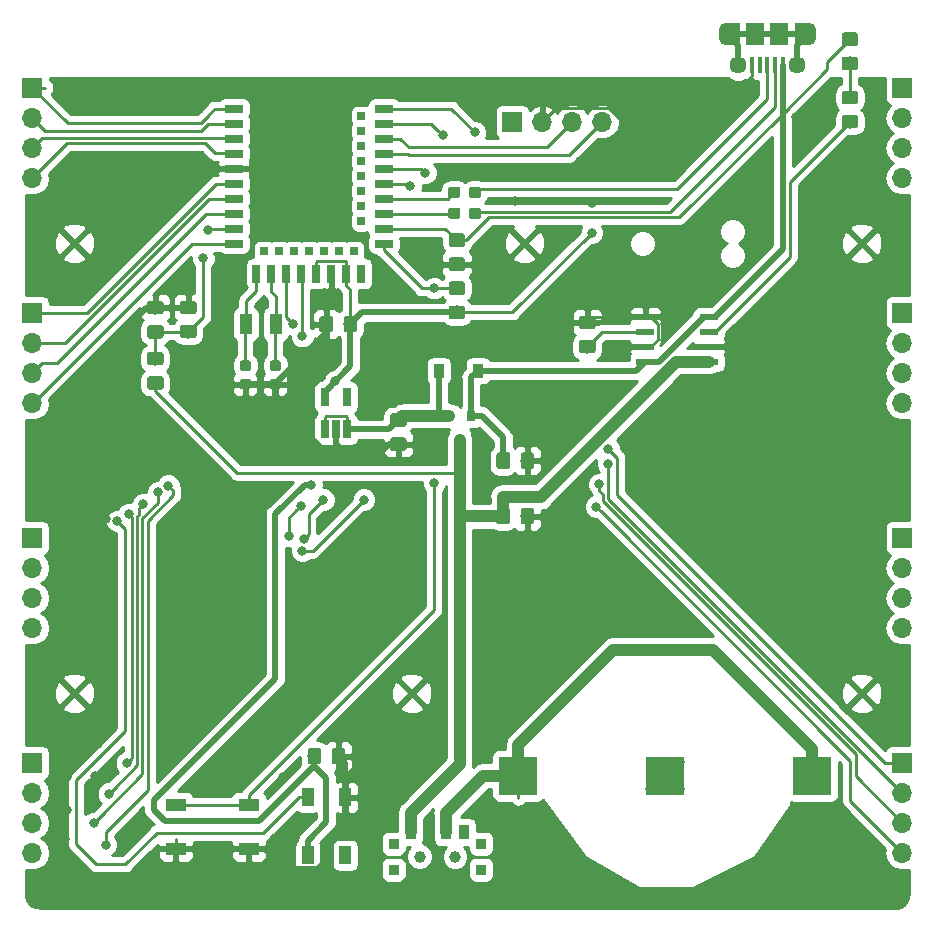
<source format=gbr>
G04 #@! TF.GenerationSoftware,KiCad,Pcbnew,(5.0.0)*
G04 #@! TF.CreationDate,2019-02-01T23:10:10-06:00*
G04 #@! TF.ProjectId,4x4_backpack,3478345F6261636B7061636B2E6B6963,rev?*
G04 #@! TF.SameCoordinates,Original*
G04 #@! TF.FileFunction,Copper,L1,Top,Signal*
G04 #@! TF.FilePolarity,Positive*
%FSLAX46Y46*%
G04 Gerber Fmt 4.6, Leading zero omitted, Abs format (unit mm)*
G04 Created by KiCad (PCBNEW (5.0.0)) date 02/01/19 23:10:10*
%MOMM*%
%LPD*%
G01*
G04 APERTURE LIST*
G04 #@! TA.AperFunction,SMDPad,CuDef*
%ADD10R,1.500000X1.900000*%
G04 #@! TD*
G04 #@! TA.AperFunction,ComponentPad*
%ADD11C,1.450000*%
G04 #@! TD*
G04 #@! TA.AperFunction,SMDPad,CuDef*
%ADD12R,0.400000X1.350000*%
G04 #@! TD*
G04 #@! TA.AperFunction,ComponentPad*
%ADD13O,1.200000X1.900000*%
G04 #@! TD*
G04 #@! TA.AperFunction,SMDPad,CuDef*
%ADD14R,1.200000X1.900000*%
G04 #@! TD*
G04 #@! TA.AperFunction,ComponentPad*
%ADD15R,1.700000X1.700000*%
G04 #@! TD*
G04 #@! TA.AperFunction,ComponentPad*
%ADD16O,1.700000X1.700000*%
G04 #@! TD*
G04 #@! TA.AperFunction,Conductor*
%ADD17C,0.100000*%
G04 #@! TD*
G04 #@! TA.AperFunction,SMDPad,CuDef*
%ADD18C,1.150000*%
G04 #@! TD*
G04 #@! TA.AperFunction,SMDPad,CuDef*
%ADD19R,0.800000X0.900000*%
G04 #@! TD*
G04 #@! TA.AperFunction,SMDPad,CuDef*
%ADD20R,3.250000X3.250000*%
G04 #@! TD*
G04 #@! TA.AperFunction,WasherPad*
%ADD21C,1.000000*%
G04 #@! TD*
G04 #@! TA.AperFunction,SMDPad,CuDef*
%ADD22R,0.900000X1.250000*%
G04 #@! TD*
G04 #@! TA.AperFunction,SMDPad,CuDef*
%ADD23R,0.900000X0.900000*%
G04 #@! TD*
G04 #@! TA.AperFunction,SMDPad,CuDef*
%ADD24R,1.800000X1.100000*%
G04 #@! TD*
G04 #@! TA.AperFunction,SMDPad,CuDef*
%ADD25C,0.875000*%
G04 #@! TD*
G04 #@! TA.AperFunction,SMDPad,CuDef*
%ADD26R,0.900000X1.200000*%
G04 #@! TD*
G04 #@! TA.AperFunction,ComponentPad*
%ADD27R,0.635000X0.635000*%
G04 #@! TD*
G04 #@! TA.AperFunction,SMDPad,CuDef*
%ADD28R,1.524000X0.635000*%
G04 #@! TD*
G04 #@! TA.AperFunction,SMDPad,CuDef*
%ADD29R,0.635000X1.524000*%
G04 #@! TD*
G04 #@! TA.AperFunction,SMDPad,CuDef*
%ADD30R,1.550000X0.600000*%
G04 #@! TD*
G04 #@! TA.AperFunction,SMDPad,CuDef*
%ADD31R,0.650000X1.560000*%
G04 #@! TD*
G04 #@! TA.AperFunction,SMDPad,CuDef*
%ADD32R,1.000000X1.800000*%
G04 #@! TD*
G04 #@! TA.AperFunction,SMDPad,CuDef*
%ADD33C,0.950000*%
G04 #@! TD*
G04 #@! TA.AperFunction,SMDPad,CuDef*
%ADD34R,1.000000X1.500000*%
G04 #@! TD*
G04 #@! TA.AperFunction,ViaPad*
%ADD35C,0.800000*%
G04 #@! TD*
G04 #@! TA.AperFunction,Conductor*
%ADD36C,0.250000*%
G04 #@! TD*
G04 #@! TA.AperFunction,Conductor*
%ADD37C,0.500000*%
G04 #@! TD*
G04 #@! TA.AperFunction,Conductor*
%ADD38C,1.000000*%
G04 #@! TD*
G04 #@! TA.AperFunction,Conductor*
%ADD39C,0.254000*%
G04 #@! TD*
G04 APERTURE END LIST*
D10*
G04 #@! TO.P,J17,6*
G04 #@! TO.N,Net-(J17-Pad6)*
X138700000Y-77629500D03*
D11*
X142200000Y-80329500D03*
D12*
G04 #@! TO.P,J17,2*
G04 #@! TO.N,Net-(J17-Pad2)*
X140350000Y-80329500D03*
G04 #@! TO.P,J17,1*
G04 #@! TO.N,VBUS*
X141000000Y-80329500D03*
G04 #@! TO.P,J17,5*
G04 #@! TO.N,GND*
X138400000Y-80329500D03*
G04 #@! TO.P,J17,4*
G04 #@! TO.N,N/C*
X139050000Y-80329500D03*
G04 #@! TO.P,J17,3*
G04 #@! TO.N,Net-(J17-Pad3)*
X139700000Y-80329500D03*
D11*
G04 #@! TO.P,J17,6*
G04 #@! TO.N,Net-(J17-Pad6)*
X137200000Y-80329500D03*
D10*
X140700000Y-77629500D03*
D13*
X143200000Y-77629500D03*
X136200000Y-77629500D03*
D14*
X136800000Y-77629500D03*
X142600000Y-77629500D03*
G04 #@! TD*
D15*
G04 #@! TO.P,J1,1*
G04 #@! TO.N,ROW1*
X77470000Y-82232500D03*
D16*
G04 #@! TO.P,J1,2*
G04 #@! TO.N,ROW2*
X77470000Y-84772500D03*
G04 #@! TO.P,J1,3*
G04 #@! TO.N,ROW3*
X77470000Y-87312500D03*
G04 #@! TO.P,J1,4*
G04 #@! TO.N,ROW4*
X77470000Y-89852500D03*
G04 #@! TD*
G04 #@! TO.P,J2,4*
G04 #@! TO.N,COL4*
X77470000Y-108902500D03*
G04 #@! TO.P,J2,3*
G04 #@! TO.N,COL3*
X77470000Y-106362500D03*
G04 #@! TO.P,J2,2*
G04 #@! TO.N,COL2*
X77470000Y-103822500D03*
D15*
G04 #@! TO.P,J2,1*
G04 #@! TO.N,COL1*
X77470000Y-101282500D03*
G04 #@! TD*
G04 #@! TO.P,J3,1*
G04 #@! TO.N,COL5*
X77470000Y-120332500D03*
D16*
G04 #@! TO.P,J3,2*
G04 #@! TO.N,COL6*
X77470000Y-122872500D03*
G04 #@! TO.P,J3,3*
G04 #@! TO.N,COL7*
X77470000Y-125412500D03*
G04 #@! TO.P,J3,4*
G04 #@! TO.N,COL8*
X77470000Y-127952500D03*
G04 #@! TD*
G04 #@! TO.P,J4,4*
G04 #@! TO.N,COL12*
X77470000Y-147002500D03*
G04 #@! TO.P,J4,3*
G04 #@! TO.N,COL11*
X77470000Y-144462500D03*
G04 #@! TO.P,J4,2*
G04 #@! TO.N,COL10*
X77470000Y-141922500D03*
D15*
G04 #@! TO.P,J4,1*
G04 #@! TO.N,COL9*
X77470000Y-139382500D03*
G04 #@! TD*
G04 #@! TO.P,J5,1*
G04 #@! TO.N,ROW1*
X151130000Y-82232500D03*
D16*
G04 #@! TO.P,J5,2*
G04 #@! TO.N,ROW2*
X151130000Y-84772500D03*
G04 #@! TO.P,J5,3*
G04 #@! TO.N,ROW3*
X151130000Y-87312500D03*
G04 #@! TO.P,J5,4*
G04 #@! TO.N,ROW4*
X151130000Y-89852500D03*
G04 #@! TD*
G04 #@! TO.P,J6,4*
G04 #@! TO.N,COL8*
X151130000Y-108902500D03*
G04 #@! TO.P,J6,3*
G04 #@! TO.N,COL7*
X151130000Y-106362500D03*
G04 #@! TO.P,J6,2*
G04 #@! TO.N,COL6*
X151130000Y-103822500D03*
D15*
G04 #@! TO.P,J6,1*
G04 #@! TO.N,COL5*
X151130000Y-101282500D03*
G04 #@! TD*
G04 #@! TO.P,J7,1*
G04 #@! TO.N,COL9*
X151130000Y-120332500D03*
D16*
G04 #@! TO.P,J7,2*
G04 #@! TO.N,COL10*
X151130000Y-122872500D03*
G04 #@! TO.P,J7,3*
G04 #@! TO.N,COL11*
X151130000Y-125412500D03*
G04 #@! TO.P,J7,4*
G04 #@! TO.N,COL12*
X151130000Y-127952500D03*
G04 #@! TD*
G04 #@! TO.P,J8,4*
G04 #@! TO.N,COL16*
X151130000Y-147002500D03*
G04 #@! TO.P,J8,3*
G04 #@! TO.N,COL15*
X151130000Y-144462500D03*
G04 #@! TO.P,J8,2*
G04 #@! TO.N,COL14*
X151130000Y-141922500D03*
D15*
G04 #@! TO.P,J8,1*
G04 #@! TO.N,COL13*
X151130000Y-139382500D03*
G04 #@! TD*
D17*
G04 #@! TO.N,GND*
G04 #@! TO.C,C1*
G36*
X113885505Y-96581204D02*
X113909773Y-96584804D01*
X113933572Y-96590765D01*
X113956671Y-96599030D01*
X113978850Y-96609520D01*
X113999893Y-96622132D01*
X114019599Y-96636747D01*
X114037777Y-96653223D01*
X114054253Y-96671401D01*
X114068868Y-96691107D01*
X114081480Y-96712150D01*
X114091970Y-96734329D01*
X114100235Y-96757428D01*
X114106196Y-96781227D01*
X114109796Y-96805495D01*
X114111000Y-96829999D01*
X114111000Y-97480001D01*
X114109796Y-97504505D01*
X114106196Y-97528773D01*
X114100235Y-97552572D01*
X114091970Y-97575671D01*
X114081480Y-97597850D01*
X114068868Y-97618893D01*
X114054253Y-97638599D01*
X114037777Y-97656777D01*
X114019599Y-97673253D01*
X113999893Y-97687868D01*
X113978850Y-97700480D01*
X113956671Y-97710970D01*
X113933572Y-97719235D01*
X113909773Y-97725196D01*
X113885505Y-97728796D01*
X113861001Y-97730000D01*
X112960999Y-97730000D01*
X112936495Y-97728796D01*
X112912227Y-97725196D01*
X112888428Y-97719235D01*
X112865329Y-97710970D01*
X112843150Y-97700480D01*
X112822107Y-97687868D01*
X112802401Y-97673253D01*
X112784223Y-97656777D01*
X112767747Y-97638599D01*
X112753132Y-97618893D01*
X112740520Y-97597850D01*
X112730030Y-97575671D01*
X112721765Y-97552572D01*
X112715804Y-97528773D01*
X112712204Y-97504505D01*
X112711000Y-97480001D01*
X112711000Y-96829999D01*
X112712204Y-96805495D01*
X112715804Y-96781227D01*
X112721765Y-96757428D01*
X112730030Y-96734329D01*
X112740520Y-96712150D01*
X112753132Y-96691107D01*
X112767747Y-96671401D01*
X112784223Y-96653223D01*
X112802401Y-96636747D01*
X112822107Y-96622132D01*
X112843150Y-96609520D01*
X112865329Y-96599030D01*
X112888428Y-96590765D01*
X112912227Y-96584804D01*
X112936495Y-96581204D01*
X112960999Y-96580000D01*
X113861001Y-96580000D01*
X113885505Y-96581204D01*
X113885505Y-96581204D01*
G37*
D18*
G04 #@! TD*
G04 #@! TO.P,C1,2*
G04 #@! TO.N,GND*
X113411000Y-97155000D03*
D17*
G04 #@! TO.N,VBUS*
G04 #@! TO.C,C1*
G36*
X113885505Y-94531204D02*
X113909773Y-94534804D01*
X113933572Y-94540765D01*
X113956671Y-94549030D01*
X113978850Y-94559520D01*
X113999893Y-94572132D01*
X114019599Y-94586747D01*
X114037777Y-94603223D01*
X114054253Y-94621401D01*
X114068868Y-94641107D01*
X114081480Y-94662150D01*
X114091970Y-94684329D01*
X114100235Y-94707428D01*
X114106196Y-94731227D01*
X114109796Y-94755495D01*
X114111000Y-94779999D01*
X114111000Y-95430001D01*
X114109796Y-95454505D01*
X114106196Y-95478773D01*
X114100235Y-95502572D01*
X114091970Y-95525671D01*
X114081480Y-95547850D01*
X114068868Y-95568893D01*
X114054253Y-95588599D01*
X114037777Y-95606777D01*
X114019599Y-95623253D01*
X113999893Y-95637868D01*
X113978850Y-95650480D01*
X113956671Y-95660970D01*
X113933572Y-95669235D01*
X113909773Y-95675196D01*
X113885505Y-95678796D01*
X113861001Y-95680000D01*
X112960999Y-95680000D01*
X112936495Y-95678796D01*
X112912227Y-95675196D01*
X112888428Y-95669235D01*
X112865329Y-95660970D01*
X112843150Y-95650480D01*
X112822107Y-95637868D01*
X112802401Y-95623253D01*
X112784223Y-95606777D01*
X112767747Y-95588599D01*
X112753132Y-95568893D01*
X112740520Y-95547850D01*
X112730030Y-95525671D01*
X112721765Y-95502572D01*
X112715804Y-95478773D01*
X112712204Y-95454505D01*
X112711000Y-95430001D01*
X112711000Y-94779999D01*
X112712204Y-94755495D01*
X112715804Y-94731227D01*
X112721765Y-94707428D01*
X112730030Y-94684329D01*
X112740520Y-94662150D01*
X112753132Y-94641107D01*
X112767747Y-94621401D01*
X112784223Y-94603223D01*
X112802401Y-94586747D01*
X112822107Y-94572132D01*
X112843150Y-94559520D01*
X112865329Y-94549030D01*
X112888428Y-94540765D01*
X112912227Y-94534804D01*
X112936495Y-94531204D01*
X112960999Y-94530000D01*
X113861001Y-94530000D01*
X113885505Y-94531204D01*
X113885505Y-94531204D01*
G37*
D18*
G04 #@! TD*
G04 #@! TO.P,C1,1*
G04 #@! TO.N,VBUS*
X113411000Y-95105000D03*
D17*
G04 #@! TO.N,Net-(C2-Pad1)*
G04 #@! TO.C,C2*
G36*
X117679505Y-117792204D02*
X117703773Y-117795804D01*
X117727572Y-117801765D01*
X117750671Y-117810030D01*
X117772850Y-117820520D01*
X117793893Y-117833132D01*
X117813599Y-117847747D01*
X117831777Y-117864223D01*
X117848253Y-117882401D01*
X117862868Y-117902107D01*
X117875480Y-117923150D01*
X117885970Y-117945329D01*
X117894235Y-117968428D01*
X117900196Y-117992227D01*
X117903796Y-118016495D01*
X117905000Y-118040999D01*
X117905000Y-118941001D01*
X117903796Y-118965505D01*
X117900196Y-118989773D01*
X117894235Y-119013572D01*
X117885970Y-119036671D01*
X117875480Y-119058850D01*
X117862868Y-119079893D01*
X117848253Y-119099599D01*
X117831777Y-119117777D01*
X117813599Y-119134253D01*
X117793893Y-119148868D01*
X117772850Y-119161480D01*
X117750671Y-119171970D01*
X117727572Y-119180235D01*
X117703773Y-119186196D01*
X117679505Y-119189796D01*
X117655001Y-119191000D01*
X117004999Y-119191000D01*
X116980495Y-119189796D01*
X116956227Y-119186196D01*
X116932428Y-119180235D01*
X116909329Y-119171970D01*
X116887150Y-119161480D01*
X116866107Y-119148868D01*
X116846401Y-119134253D01*
X116828223Y-119117777D01*
X116811747Y-119099599D01*
X116797132Y-119079893D01*
X116784520Y-119058850D01*
X116774030Y-119036671D01*
X116765765Y-119013572D01*
X116759804Y-118989773D01*
X116756204Y-118965505D01*
X116755000Y-118941001D01*
X116755000Y-118040999D01*
X116756204Y-118016495D01*
X116759804Y-117992227D01*
X116765765Y-117968428D01*
X116774030Y-117945329D01*
X116784520Y-117923150D01*
X116797132Y-117902107D01*
X116811747Y-117882401D01*
X116828223Y-117864223D01*
X116846401Y-117847747D01*
X116866107Y-117833132D01*
X116887150Y-117820520D01*
X116909329Y-117810030D01*
X116932428Y-117801765D01*
X116956227Y-117795804D01*
X116980495Y-117792204D01*
X117004999Y-117791000D01*
X117655001Y-117791000D01*
X117679505Y-117792204D01*
X117679505Y-117792204D01*
G37*
D18*
G04 #@! TD*
G04 #@! TO.P,C2,1*
G04 #@! TO.N,Net-(C2-Pad1)*
X117330000Y-118491000D03*
D17*
G04 #@! TO.N,GND*
G04 #@! TO.C,C2*
G36*
X119729505Y-117792204D02*
X119753773Y-117795804D01*
X119777572Y-117801765D01*
X119800671Y-117810030D01*
X119822850Y-117820520D01*
X119843893Y-117833132D01*
X119863599Y-117847747D01*
X119881777Y-117864223D01*
X119898253Y-117882401D01*
X119912868Y-117902107D01*
X119925480Y-117923150D01*
X119935970Y-117945329D01*
X119944235Y-117968428D01*
X119950196Y-117992227D01*
X119953796Y-118016495D01*
X119955000Y-118040999D01*
X119955000Y-118941001D01*
X119953796Y-118965505D01*
X119950196Y-118989773D01*
X119944235Y-119013572D01*
X119935970Y-119036671D01*
X119925480Y-119058850D01*
X119912868Y-119079893D01*
X119898253Y-119099599D01*
X119881777Y-119117777D01*
X119863599Y-119134253D01*
X119843893Y-119148868D01*
X119822850Y-119161480D01*
X119800671Y-119171970D01*
X119777572Y-119180235D01*
X119753773Y-119186196D01*
X119729505Y-119189796D01*
X119705001Y-119191000D01*
X119054999Y-119191000D01*
X119030495Y-119189796D01*
X119006227Y-119186196D01*
X118982428Y-119180235D01*
X118959329Y-119171970D01*
X118937150Y-119161480D01*
X118916107Y-119148868D01*
X118896401Y-119134253D01*
X118878223Y-119117777D01*
X118861747Y-119099599D01*
X118847132Y-119079893D01*
X118834520Y-119058850D01*
X118824030Y-119036671D01*
X118815765Y-119013572D01*
X118809804Y-118989773D01*
X118806204Y-118965505D01*
X118805000Y-118941001D01*
X118805000Y-118040999D01*
X118806204Y-118016495D01*
X118809804Y-117992227D01*
X118815765Y-117968428D01*
X118824030Y-117945329D01*
X118834520Y-117923150D01*
X118847132Y-117902107D01*
X118861747Y-117882401D01*
X118878223Y-117864223D01*
X118896401Y-117847747D01*
X118916107Y-117833132D01*
X118937150Y-117820520D01*
X118959329Y-117810030D01*
X118982428Y-117801765D01*
X119006227Y-117795804D01*
X119030495Y-117792204D01*
X119054999Y-117791000D01*
X119705001Y-117791000D01*
X119729505Y-117792204D01*
X119729505Y-117792204D01*
G37*
D18*
G04 #@! TD*
G04 #@! TO.P,C2,2*
G04 #@! TO.N,GND*
X119380000Y-118491000D03*
D17*
G04 #@! TO.N,VCC*
G04 #@! TO.C,C3*
G36*
X104743515Y-101536204D02*
X104767783Y-101539804D01*
X104791582Y-101545765D01*
X104814681Y-101554030D01*
X104836860Y-101564520D01*
X104857903Y-101577132D01*
X104877609Y-101591747D01*
X104895787Y-101608223D01*
X104912263Y-101626401D01*
X104926878Y-101646107D01*
X104939490Y-101667150D01*
X104949980Y-101689329D01*
X104958245Y-101712428D01*
X104964206Y-101736227D01*
X104967806Y-101760495D01*
X104969010Y-101784999D01*
X104969010Y-102685001D01*
X104967806Y-102709505D01*
X104964206Y-102733773D01*
X104958245Y-102757572D01*
X104949980Y-102780671D01*
X104939490Y-102802850D01*
X104926878Y-102823893D01*
X104912263Y-102843599D01*
X104895787Y-102861777D01*
X104877609Y-102878253D01*
X104857903Y-102892868D01*
X104836860Y-102905480D01*
X104814681Y-102915970D01*
X104791582Y-102924235D01*
X104767783Y-102930196D01*
X104743515Y-102933796D01*
X104719011Y-102935000D01*
X104069009Y-102935000D01*
X104044505Y-102933796D01*
X104020237Y-102930196D01*
X103996438Y-102924235D01*
X103973339Y-102915970D01*
X103951160Y-102905480D01*
X103930117Y-102892868D01*
X103910411Y-102878253D01*
X103892233Y-102861777D01*
X103875757Y-102843599D01*
X103861142Y-102823893D01*
X103848530Y-102802850D01*
X103838040Y-102780671D01*
X103829775Y-102757572D01*
X103823814Y-102733773D01*
X103820214Y-102709505D01*
X103819010Y-102685001D01*
X103819010Y-101784999D01*
X103820214Y-101760495D01*
X103823814Y-101736227D01*
X103829775Y-101712428D01*
X103838040Y-101689329D01*
X103848530Y-101667150D01*
X103861142Y-101646107D01*
X103875757Y-101626401D01*
X103892233Y-101608223D01*
X103910411Y-101591747D01*
X103930117Y-101577132D01*
X103951160Y-101564520D01*
X103973339Y-101554030D01*
X103996438Y-101545765D01*
X104020237Y-101539804D01*
X104044505Y-101536204D01*
X104069009Y-101535000D01*
X104719011Y-101535000D01*
X104743515Y-101536204D01*
X104743515Y-101536204D01*
G37*
D18*
G04 #@! TD*
G04 #@! TO.P,C3,1*
G04 #@! TO.N,VCC*
X104394010Y-102235000D03*
D17*
G04 #@! TO.N,GND*
G04 #@! TO.C,C3*
G36*
X102693515Y-101536204D02*
X102717783Y-101539804D01*
X102741582Y-101545765D01*
X102764681Y-101554030D01*
X102786860Y-101564520D01*
X102807903Y-101577132D01*
X102827609Y-101591747D01*
X102845787Y-101608223D01*
X102862263Y-101626401D01*
X102876878Y-101646107D01*
X102889490Y-101667150D01*
X102899980Y-101689329D01*
X102908245Y-101712428D01*
X102914206Y-101736227D01*
X102917806Y-101760495D01*
X102919010Y-101784999D01*
X102919010Y-102685001D01*
X102917806Y-102709505D01*
X102914206Y-102733773D01*
X102908245Y-102757572D01*
X102899980Y-102780671D01*
X102889490Y-102802850D01*
X102876878Y-102823893D01*
X102862263Y-102843599D01*
X102845787Y-102861777D01*
X102827609Y-102878253D01*
X102807903Y-102892868D01*
X102786860Y-102905480D01*
X102764681Y-102915970D01*
X102741582Y-102924235D01*
X102717783Y-102930196D01*
X102693515Y-102933796D01*
X102669011Y-102935000D01*
X102019009Y-102935000D01*
X101994505Y-102933796D01*
X101970237Y-102930196D01*
X101946438Y-102924235D01*
X101923339Y-102915970D01*
X101901160Y-102905480D01*
X101880117Y-102892868D01*
X101860411Y-102878253D01*
X101842233Y-102861777D01*
X101825757Y-102843599D01*
X101811142Y-102823893D01*
X101798530Y-102802850D01*
X101788040Y-102780671D01*
X101779775Y-102757572D01*
X101773814Y-102733773D01*
X101770214Y-102709505D01*
X101769010Y-102685001D01*
X101769010Y-101784999D01*
X101770214Y-101760495D01*
X101773814Y-101736227D01*
X101779775Y-101712428D01*
X101788040Y-101689329D01*
X101798530Y-101667150D01*
X101811142Y-101646107D01*
X101825757Y-101626401D01*
X101842233Y-101608223D01*
X101860411Y-101591747D01*
X101880117Y-101577132D01*
X101901160Y-101564520D01*
X101923339Y-101554030D01*
X101946438Y-101545765D01*
X101970237Y-101539804D01*
X101994505Y-101536204D01*
X102019009Y-101535000D01*
X102669011Y-101535000D01*
X102693515Y-101536204D01*
X102693515Y-101536204D01*
G37*
D18*
G04 #@! TD*
G04 #@! TO.P,C3,2*
G04 #@! TO.N,GND*
X102344010Y-102235000D03*
D19*
G04 #@! TO.P,Q1,1*
G04 #@! TO.N,VBUS*
X114615000Y-109998000D03*
G04 #@! TO.P,Q1,2*
G04 #@! TO.N,Net-(C5-Pad1)*
X112715000Y-109998000D03*
G04 #@! TO.P,Q1,3*
G04 #@! TO.N,Net-(C2-Pad1)*
X113665000Y-111998000D03*
G04 #@! TD*
D20*
G04 #@! TO.P,E1,1*
G04 #@! TO.N,Net-(E1-Pad1)*
X143510000Y-140462000D03*
X118618000Y-140462000D03*
G04 #@! TO.P,E1,2*
G04 #@! TO.N,GND*
X131064000Y-140462000D03*
G04 #@! TD*
D15*
G04 #@! TO.P,J9,1*
G04 #@! TO.N,VCC*
X118110000Y-85090000D03*
D16*
G04 #@! TO.P,J9,2*
G04 #@! TO.N,GND*
X120650000Y-85090000D03*
G04 #@! TO.P,J9,3*
G04 #@! TO.N,SWDCLK*
X123190000Y-85090000D03*
G04 #@! TO.P,J9,4*
G04 #@! TO.N,SWDIO*
X125730000Y-85090000D03*
G04 #@! TD*
D21*
G04 #@! TO.P,SW1,*
G04 #@! TO.N,*
X110260000Y-147320000D03*
X113260000Y-147320000D03*
D22*
G04 #@! TO.P,SW1,2*
G04 #@! TO.N,Net-(E1-Pad1)*
X112510000Y-145245000D03*
G04 #@! TO.P,SW1,3*
G04 #@! TO.N,N/C*
X114010000Y-145245000D03*
G04 #@! TO.P,SW1,1*
G04 #@! TO.N,Net-(C2-Pad1)*
X109510000Y-145245000D03*
D23*
G04 #@! TO.P,SW1,0*
G04 #@! TO.N,N/C*
X108060000Y-148420000D03*
X108060000Y-146220000D03*
X115460000Y-146220000D03*
X115460000Y-148420000D03*
G04 #@! TD*
D24*
G04 #@! TO.P,SW2,1*
G04 #@! TO.N,GND*
X95810000Y-146630000D03*
X89610000Y-146630000D03*
G04 #@! TO.P,SW2,2*
G04 #@! TO.N,RESET*
X95810000Y-142930000D03*
X89610000Y-142930000D03*
G04 #@! TD*
D17*
G04 #@! TO.N,GND*
G04 #@! TO.C,C5*
G36*
X108932505Y-111821204D02*
X108956773Y-111824804D01*
X108980572Y-111830765D01*
X109003671Y-111839030D01*
X109025850Y-111849520D01*
X109046893Y-111862132D01*
X109066599Y-111876747D01*
X109084777Y-111893223D01*
X109101253Y-111911401D01*
X109115868Y-111931107D01*
X109128480Y-111952150D01*
X109138970Y-111974329D01*
X109147235Y-111997428D01*
X109153196Y-112021227D01*
X109156796Y-112045495D01*
X109158000Y-112069999D01*
X109158000Y-112720001D01*
X109156796Y-112744505D01*
X109153196Y-112768773D01*
X109147235Y-112792572D01*
X109138970Y-112815671D01*
X109128480Y-112837850D01*
X109115868Y-112858893D01*
X109101253Y-112878599D01*
X109084777Y-112896777D01*
X109066599Y-112913253D01*
X109046893Y-112927868D01*
X109025850Y-112940480D01*
X109003671Y-112950970D01*
X108980572Y-112959235D01*
X108956773Y-112965196D01*
X108932505Y-112968796D01*
X108908001Y-112970000D01*
X108007999Y-112970000D01*
X107983495Y-112968796D01*
X107959227Y-112965196D01*
X107935428Y-112959235D01*
X107912329Y-112950970D01*
X107890150Y-112940480D01*
X107869107Y-112927868D01*
X107849401Y-112913253D01*
X107831223Y-112896777D01*
X107814747Y-112878599D01*
X107800132Y-112858893D01*
X107787520Y-112837850D01*
X107777030Y-112815671D01*
X107768765Y-112792572D01*
X107762804Y-112768773D01*
X107759204Y-112744505D01*
X107758000Y-112720001D01*
X107758000Y-112069999D01*
X107759204Y-112045495D01*
X107762804Y-112021227D01*
X107768765Y-111997428D01*
X107777030Y-111974329D01*
X107787520Y-111952150D01*
X107800132Y-111931107D01*
X107814747Y-111911401D01*
X107831223Y-111893223D01*
X107849401Y-111876747D01*
X107869107Y-111862132D01*
X107890150Y-111849520D01*
X107912329Y-111839030D01*
X107935428Y-111830765D01*
X107959227Y-111824804D01*
X107983495Y-111821204D01*
X108007999Y-111820000D01*
X108908001Y-111820000D01*
X108932505Y-111821204D01*
X108932505Y-111821204D01*
G37*
D18*
G04 #@! TD*
G04 #@! TO.P,C5,2*
G04 #@! TO.N,GND*
X108458000Y-112395000D03*
D17*
G04 #@! TO.N,Net-(C5-Pad1)*
G04 #@! TO.C,C5*
G36*
X108932505Y-109771204D02*
X108956773Y-109774804D01*
X108980572Y-109780765D01*
X109003671Y-109789030D01*
X109025850Y-109799520D01*
X109046893Y-109812132D01*
X109066599Y-109826747D01*
X109084777Y-109843223D01*
X109101253Y-109861401D01*
X109115868Y-109881107D01*
X109128480Y-109902150D01*
X109138970Y-109924329D01*
X109147235Y-109947428D01*
X109153196Y-109971227D01*
X109156796Y-109995495D01*
X109158000Y-110019999D01*
X109158000Y-110670001D01*
X109156796Y-110694505D01*
X109153196Y-110718773D01*
X109147235Y-110742572D01*
X109138970Y-110765671D01*
X109128480Y-110787850D01*
X109115868Y-110808893D01*
X109101253Y-110828599D01*
X109084777Y-110846777D01*
X109066599Y-110863253D01*
X109046893Y-110877868D01*
X109025850Y-110890480D01*
X109003671Y-110900970D01*
X108980572Y-110909235D01*
X108956773Y-110915196D01*
X108932505Y-110918796D01*
X108908001Y-110920000D01*
X108007999Y-110920000D01*
X107983495Y-110918796D01*
X107959227Y-110915196D01*
X107935428Y-110909235D01*
X107912329Y-110900970D01*
X107890150Y-110890480D01*
X107869107Y-110877868D01*
X107849401Y-110863253D01*
X107831223Y-110846777D01*
X107814747Y-110828599D01*
X107800132Y-110808893D01*
X107787520Y-110787850D01*
X107777030Y-110765671D01*
X107768765Y-110742572D01*
X107762804Y-110718773D01*
X107759204Y-110694505D01*
X107758000Y-110670001D01*
X107758000Y-110019999D01*
X107759204Y-109995495D01*
X107762804Y-109971227D01*
X107768765Y-109947428D01*
X107777030Y-109924329D01*
X107787520Y-109902150D01*
X107800132Y-109881107D01*
X107814747Y-109861401D01*
X107831223Y-109843223D01*
X107849401Y-109826747D01*
X107869107Y-109812132D01*
X107890150Y-109799520D01*
X107912329Y-109789030D01*
X107935428Y-109780765D01*
X107959227Y-109774804D01*
X107983495Y-109771204D01*
X108007999Y-109770000D01*
X108908001Y-109770000D01*
X108932505Y-109771204D01*
X108932505Y-109771204D01*
G37*
D18*
G04 #@! TD*
G04 #@! TO.P,C5,1*
G04 #@! TO.N,Net-(C5-Pad1)*
X108458000Y-110345000D03*
D17*
G04 #@! TO.N,/P0.31*
G04 #@! TO.C,C6*
G36*
X88358505Y-102305204D02*
X88382773Y-102308804D01*
X88406572Y-102314765D01*
X88429671Y-102323030D01*
X88451850Y-102333520D01*
X88472893Y-102346132D01*
X88492599Y-102360747D01*
X88510777Y-102377223D01*
X88527253Y-102395401D01*
X88541868Y-102415107D01*
X88554480Y-102436150D01*
X88564970Y-102458329D01*
X88573235Y-102481428D01*
X88579196Y-102505227D01*
X88582796Y-102529495D01*
X88584000Y-102553999D01*
X88584000Y-103204001D01*
X88582796Y-103228505D01*
X88579196Y-103252773D01*
X88573235Y-103276572D01*
X88564970Y-103299671D01*
X88554480Y-103321850D01*
X88541868Y-103342893D01*
X88527253Y-103362599D01*
X88510777Y-103380777D01*
X88492599Y-103397253D01*
X88472893Y-103411868D01*
X88451850Y-103424480D01*
X88429671Y-103434970D01*
X88406572Y-103443235D01*
X88382773Y-103449196D01*
X88358505Y-103452796D01*
X88334001Y-103454000D01*
X87433999Y-103454000D01*
X87409495Y-103452796D01*
X87385227Y-103449196D01*
X87361428Y-103443235D01*
X87338329Y-103434970D01*
X87316150Y-103424480D01*
X87295107Y-103411868D01*
X87275401Y-103397253D01*
X87257223Y-103380777D01*
X87240747Y-103362599D01*
X87226132Y-103342893D01*
X87213520Y-103321850D01*
X87203030Y-103299671D01*
X87194765Y-103276572D01*
X87188804Y-103252773D01*
X87185204Y-103228505D01*
X87184000Y-103204001D01*
X87184000Y-102553999D01*
X87185204Y-102529495D01*
X87188804Y-102505227D01*
X87194765Y-102481428D01*
X87203030Y-102458329D01*
X87213520Y-102436150D01*
X87226132Y-102415107D01*
X87240747Y-102395401D01*
X87257223Y-102377223D01*
X87275401Y-102360747D01*
X87295107Y-102346132D01*
X87316150Y-102333520D01*
X87338329Y-102323030D01*
X87361428Y-102314765D01*
X87385227Y-102308804D01*
X87409495Y-102305204D01*
X87433999Y-102304000D01*
X88334001Y-102304000D01*
X88358505Y-102305204D01*
X88358505Y-102305204D01*
G37*
D18*
G04 #@! TD*
G04 #@! TO.P,C6,1*
G04 #@! TO.N,/P0.31*
X87884000Y-102879000D03*
D17*
G04 #@! TO.N,GND*
G04 #@! TO.C,C6*
G36*
X88358505Y-100255204D02*
X88382773Y-100258804D01*
X88406572Y-100264765D01*
X88429671Y-100273030D01*
X88451850Y-100283520D01*
X88472893Y-100296132D01*
X88492599Y-100310747D01*
X88510777Y-100327223D01*
X88527253Y-100345401D01*
X88541868Y-100365107D01*
X88554480Y-100386150D01*
X88564970Y-100408329D01*
X88573235Y-100431428D01*
X88579196Y-100455227D01*
X88582796Y-100479495D01*
X88584000Y-100503999D01*
X88584000Y-101154001D01*
X88582796Y-101178505D01*
X88579196Y-101202773D01*
X88573235Y-101226572D01*
X88564970Y-101249671D01*
X88554480Y-101271850D01*
X88541868Y-101292893D01*
X88527253Y-101312599D01*
X88510777Y-101330777D01*
X88492599Y-101347253D01*
X88472893Y-101361868D01*
X88451850Y-101374480D01*
X88429671Y-101384970D01*
X88406572Y-101393235D01*
X88382773Y-101399196D01*
X88358505Y-101402796D01*
X88334001Y-101404000D01*
X87433999Y-101404000D01*
X87409495Y-101402796D01*
X87385227Y-101399196D01*
X87361428Y-101393235D01*
X87338329Y-101384970D01*
X87316150Y-101374480D01*
X87295107Y-101361868D01*
X87275401Y-101347253D01*
X87257223Y-101330777D01*
X87240747Y-101312599D01*
X87226132Y-101292893D01*
X87213520Y-101271850D01*
X87203030Y-101249671D01*
X87194765Y-101226572D01*
X87188804Y-101202773D01*
X87185204Y-101178505D01*
X87184000Y-101154001D01*
X87184000Y-100503999D01*
X87185204Y-100479495D01*
X87188804Y-100455227D01*
X87194765Y-100431428D01*
X87203030Y-100408329D01*
X87213520Y-100386150D01*
X87226132Y-100365107D01*
X87240747Y-100345401D01*
X87257223Y-100327223D01*
X87275401Y-100310747D01*
X87295107Y-100296132D01*
X87316150Y-100283520D01*
X87338329Y-100273030D01*
X87361428Y-100264765D01*
X87385227Y-100258804D01*
X87409495Y-100255204D01*
X87433999Y-100254000D01*
X88334001Y-100254000D01*
X88358505Y-100255204D01*
X88358505Y-100255204D01*
G37*
D18*
G04 #@! TD*
G04 #@! TO.P,C6,2*
G04 #@! TO.N,GND*
X87884000Y-100829000D03*
D17*
G04 #@! TO.N,GND*
G04 #@! TO.C,C17*
G36*
X95781691Y-106878552D02*
X95802926Y-106881702D01*
X95823750Y-106886918D01*
X95843962Y-106894150D01*
X95863368Y-106903329D01*
X95881781Y-106914365D01*
X95899024Y-106927153D01*
X95914930Y-106941569D01*
X95929346Y-106957475D01*
X95942134Y-106974718D01*
X95953170Y-106993131D01*
X95962349Y-107012537D01*
X95969581Y-107032749D01*
X95974797Y-107053573D01*
X95977947Y-107074808D01*
X95979000Y-107096249D01*
X95979000Y-107533749D01*
X95977947Y-107555190D01*
X95974797Y-107576425D01*
X95969581Y-107597249D01*
X95962349Y-107617461D01*
X95953170Y-107636867D01*
X95942134Y-107655280D01*
X95929346Y-107672523D01*
X95914930Y-107688429D01*
X95899024Y-107702845D01*
X95881781Y-107715633D01*
X95863368Y-107726669D01*
X95843962Y-107735848D01*
X95823750Y-107743080D01*
X95802926Y-107748296D01*
X95781691Y-107751446D01*
X95760250Y-107752499D01*
X95247750Y-107752499D01*
X95226309Y-107751446D01*
X95205074Y-107748296D01*
X95184250Y-107743080D01*
X95164038Y-107735848D01*
X95144632Y-107726669D01*
X95126219Y-107715633D01*
X95108976Y-107702845D01*
X95093070Y-107688429D01*
X95078654Y-107672523D01*
X95065866Y-107655280D01*
X95054830Y-107636867D01*
X95045651Y-107617461D01*
X95038419Y-107597249D01*
X95033203Y-107576425D01*
X95030053Y-107555190D01*
X95029000Y-107533749D01*
X95029000Y-107096249D01*
X95030053Y-107074808D01*
X95033203Y-107053573D01*
X95038419Y-107032749D01*
X95045651Y-107012537D01*
X95054830Y-106993131D01*
X95065866Y-106974718D01*
X95078654Y-106957475D01*
X95093070Y-106941569D01*
X95108976Y-106927153D01*
X95126219Y-106914365D01*
X95144632Y-106903329D01*
X95164038Y-106894150D01*
X95184250Y-106886918D01*
X95205074Y-106881702D01*
X95226309Y-106878552D01*
X95247750Y-106877499D01*
X95760250Y-106877499D01*
X95781691Y-106878552D01*
X95781691Y-106878552D01*
G37*
D25*
G04 #@! TD*
G04 #@! TO.P,C17,2*
G04 #@! TO.N,GND*
X95504000Y-107314999D03*
D17*
G04 #@! TO.N,Net-(C17-Pad1)*
G04 #@! TO.C,C17*
G36*
X95781691Y-105303552D02*
X95802926Y-105306702D01*
X95823750Y-105311918D01*
X95843962Y-105319150D01*
X95863368Y-105328329D01*
X95881781Y-105339365D01*
X95899024Y-105352153D01*
X95914930Y-105366569D01*
X95929346Y-105382475D01*
X95942134Y-105399718D01*
X95953170Y-105418131D01*
X95962349Y-105437537D01*
X95969581Y-105457749D01*
X95974797Y-105478573D01*
X95977947Y-105499808D01*
X95979000Y-105521249D01*
X95979000Y-105958749D01*
X95977947Y-105980190D01*
X95974797Y-106001425D01*
X95969581Y-106022249D01*
X95962349Y-106042461D01*
X95953170Y-106061867D01*
X95942134Y-106080280D01*
X95929346Y-106097523D01*
X95914930Y-106113429D01*
X95899024Y-106127845D01*
X95881781Y-106140633D01*
X95863368Y-106151669D01*
X95843962Y-106160848D01*
X95823750Y-106168080D01*
X95802926Y-106173296D01*
X95781691Y-106176446D01*
X95760250Y-106177499D01*
X95247750Y-106177499D01*
X95226309Y-106176446D01*
X95205074Y-106173296D01*
X95184250Y-106168080D01*
X95164038Y-106160848D01*
X95144632Y-106151669D01*
X95126219Y-106140633D01*
X95108976Y-106127845D01*
X95093070Y-106113429D01*
X95078654Y-106097523D01*
X95065866Y-106080280D01*
X95054830Y-106061867D01*
X95045651Y-106042461D01*
X95038419Y-106022249D01*
X95033203Y-106001425D01*
X95030053Y-105980190D01*
X95029000Y-105958749D01*
X95029000Y-105521249D01*
X95030053Y-105499808D01*
X95033203Y-105478573D01*
X95038419Y-105457749D01*
X95045651Y-105437537D01*
X95054830Y-105418131D01*
X95065866Y-105399718D01*
X95078654Y-105382475D01*
X95093070Y-105366569D01*
X95108976Y-105352153D01*
X95126219Y-105339365D01*
X95144632Y-105328329D01*
X95164038Y-105319150D01*
X95184250Y-105311918D01*
X95205074Y-105306702D01*
X95226309Y-105303552D01*
X95247750Y-105302499D01*
X95760250Y-105302499D01*
X95781691Y-105303552D01*
X95781691Y-105303552D01*
G37*
D25*
G04 #@! TD*
G04 #@! TO.P,C17,1*
G04 #@! TO.N,Net-(C17-Pad1)*
X95504000Y-105739999D03*
D17*
G04 #@! TO.N,Net-(C18-Pad1)*
G04 #@! TO.C,C18*
G36*
X98321691Y-105303549D02*
X98342926Y-105306699D01*
X98363750Y-105311915D01*
X98383962Y-105319147D01*
X98403368Y-105328326D01*
X98421781Y-105339362D01*
X98439024Y-105352150D01*
X98454930Y-105366566D01*
X98469346Y-105382472D01*
X98482134Y-105399715D01*
X98493170Y-105418128D01*
X98502349Y-105437534D01*
X98509581Y-105457746D01*
X98514797Y-105478570D01*
X98517947Y-105499805D01*
X98519000Y-105521246D01*
X98519000Y-105958746D01*
X98517947Y-105980187D01*
X98514797Y-106001422D01*
X98509581Y-106022246D01*
X98502349Y-106042458D01*
X98493170Y-106061864D01*
X98482134Y-106080277D01*
X98469346Y-106097520D01*
X98454930Y-106113426D01*
X98439024Y-106127842D01*
X98421781Y-106140630D01*
X98403368Y-106151666D01*
X98383962Y-106160845D01*
X98363750Y-106168077D01*
X98342926Y-106173293D01*
X98321691Y-106176443D01*
X98300250Y-106177496D01*
X97787750Y-106177496D01*
X97766309Y-106176443D01*
X97745074Y-106173293D01*
X97724250Y-106168077D01*
X97704038Y-106160845D01*
X97684632Y-106151666D01*
X97666219Y-106140630D01*
X97648976Y-106127842D01*
X97633070Y-106113426D01*
X97618654Y-106097520D01*
X97605866Y-106080277D01*
X97594830Y-106061864D01*
X97585651Y-106042458D01*
X97578419Y-106022246D01*
X97573203Y-106001422D01*
X97570053Y-105980187D01*
X97569000Y-105958746D01*
X97569000Y-105521246D01*
X97570053Y-105499805D01*
X97573203Y-105478570D01*
X97578419Y-105457746D01*
X97585651Y-105437534D01*
X97594830Y-105418128D01*
X97605866Y-105399715D01*
X97618654Y-105382472D01*
X97633070Y-105366566D01*
X97648976Y-105352150D01*
X97666219Y-105339362D01*
X97684632Y-105328326D01*
X97704038Y-105319147D01*
X97724250Y-105311915D01*
X97745074Y-105306699D01*
X97766309Y-105303549D01*
X97787750Y-105302496D01*
X98300250Y-105302496D01*
X98321691Y-105303549D01*
X98321691Y-105303549D01*
G37*
D25*
G04 #@! TD*
G04 #@! TO.P,C18,1*
G04 #@! TO.N,Net-(C18-Pad1)*
X98044000Y-105739996D03*
D17*
G04 #@! TO.N,GND*
G04 #@! TO.C,C18*
G36*
X98321691Y-106878549D02*
X98342926Y-106881699D01*
X98363750Y-106886915D01*
X98383962Y-106894147D01*
X98403368Y-106903326D01*
X98421781Y-106914362D01*
X98439024Y-106927150D01*
X98454930Y-106941566D01*
X98469346Y-106957472D01*
X98482134Y-106974715D01*
X98493170Y-106993128D01*
X98502349Y-107012534D01*
X98509581Y-107032746D01*
X98514797Y-107053570D01*
X98517947Y-107074805D01*
X98519000Y-107096246D01*
X98519000Y-107533746D01*
X98517947Y-107555187D01*
X98514797Y-107576422D01*
X98509581Y-107597246D01*
X98502349Y-107617458D01*
X98493170Y-107636864D01*
X98482134Y-107655277D01*
X98469346Y-107672520D01*
X98454930Y-107688426D01*
X98439024Y-107702842D01*
X98421781Y-107715630D01*
X98403368Y-107726666D01*
X98383962Y-107735845D01*
X98363750Y-107743077D01*
X98342926Y-107748293D01*
X98321691Y-107751443D01*
X98300250Y-107752496D01*
X97787750Y-107752496D01*
X97766309Y-107751443D01*
X97745074Y-107748293D01*
X97724250Y-107743077D01*
X97704038Y-107735845D01*
X97684632Y-107726666D01*
X97666219Y-107715630D01*
X97648976Y-107702842D01*
X97633070Y-107688426D01*
X97618654Y-107672520D01*
X97605866Y-107655277D01*
X97594830Y-107636864D01*
X97585651Y-107617458D01*
X97578419Y-107597246D01*
X97573203Y-107576422D01*
X97570053Y-107555187D01*
X97569000Y-107533746D01*
X97569000Y-107096246D01*
X97570053Y-107074805D01*
X97573203Y-107053570D01*
X97578419Y-107032746D01*
X97585651Y-107012534D01*
X97594830Y-106993128D01*
X97605866Y-106974715D01*
X97618654Y-106957472D01*
X97633070Y-106941566D01*
X97648976Y-106927150D01*
X97666219Y-106914362D01*
X97684632Y-106903326D01*
X97704038Y-106894147D01*
X97724250Y-106886915D01*
X97745074Y-106881699D01*
X97766309Y-106878549D01*
X97787750Y-106877496D01*
X98300250Y-106877496D01*
X98321691Y-106878549D01*
X98321691Y-106878549D01*
G37*
D25*
G04 #@! TD*
G04 #@! TO.P,C18,2*
G04 #@! TO.N,GND*
X98044000Y-107314996D03*
D26*
G04 #@! TO.P,D1,1*
G04 #@! TO.N,Net-(C5-Pad1)*
X111888000Y-106172000D03*
G04 #@! TO.P,D1,2*
G04 #@! TO.N,VBUS*
X115188000Y-106172000D03*
G04 #@! TD*
D17*
G04 #@! TO.N,Net-(D2-Pad1)*
G04 #@! TO.C,D2*
G36*
X147159505Y-79581191D02*
X147183773Y-79584791D01*
X147207572Y-79590752D01*
X147230671Y-79599017D01*
X147252850Y-79609507D01*
X147273893Y-79622119D01*
X147293599Y-79636734D01*
X147311777Y-79653210D01*
X147328253Y-79671388D01*
X147342868Y-79691094D01*
X147355480Y-79712137D01*
X147365970Y-79734316D01*
X147374235Y-79757415D01*
X147380196Y-79781214D01*
X147383796Y-79805482D01*
X147385000Y-79829986D01*
X147385000Y-80479988D01*
X147383796Y-80504492D01*
X147380196Y-80528760D01*
X147374235Y-80552559D01*
X147365970Y-80575658D01*
X147355480Y-80597837D01*
X147342868Y-80618880D01*
X147328253Y-80638586D01*
X147311777Y-80656764D01*
X147293599Y-80673240D01*
X147273893Y-80687855D01*
X147252850Y-80700467D01*
X147230671Y-80710957D01*
X147207572Y-80719222D01*
X147183773Y-80725183D01*
X147159505Y-80728783D01*
X147135001Y-80729987D01*
X146234999Y-80729987D01*
X146210495Y-80728783D01*
X146186227Y-80725183D01*
X146162428Y-80719222D01*
X146139329Y-80710957D01*
X146117150Y-80700467D01*
X146096107Y-80687855D01*
X146076401Y-80673240D01*
X146058223Y-80656764D01*
X146041747Y-80638586D01*
X146027132Y-80618880D01*
X146014520Y-80597837D01*
X146004030Y-80575658D01*
X145995765Y-80552559D01*
X145989804Y-80528760D01*
X145986204Y-80504492D01*
X145985000Y-80479988D01*
X145985000Y-79829986D01*
X145986204Y-79805482D01*
X145989804Y-79781214D01*
X145995765Y-79757415D01*
X146004030Y-79734316D01*
X146014520Y-79712137D01*
X146027132Y-79691094D01*
X146041747Y-79671388D01*
X146058223Y-79653210D01*
X146076401Y-79636734D01*
X146096107Y-79622119D01*
X146117150Y-79609507D01*
X146139329Y-79599017D01*
X146162428Y-79590752D01*
X146186227Y-79584791D01*
X146210495Y-79581191D01*
X146234999Y-79579987D01*
X147135001Y-79579987D01*
X147159505Y-79581191D01*
X147159505Y-79581191D01*
G37*
D18*
G04 #@! TD*
G04 #@! TO.P,D2,1*
G04 #@! TO.N,Net-(D2-Pad1)*
X146685000Y-80154987D03*
D17*
G04 #@! TO.N,VBUS*
G04 #@! TO.C,D2*
G36*
X147159505Y-77531191D02*
X147183773Y-77534791D01*
X147207572Y-77540752D01*
X147230671Y-77549017D01*
X147252850Y-77559507D01*
X147273893Y-77572119D01*
X147293599Y-77586734D01*
X147311777Y-77603210D01*
X147328253Y-77621388D01*
X147342868Y-77641094D01*
X147355480Y-77662137D01*
X147365970Y-77684316D01*
X147374235Y-77707415D01*
X147380196Y-77731214D01*
X147383796Y-77755482D01*
X147385000Y-77779986D01*
X147385000Y-78429988D01*
X147383796Y-78454492D01*
X147380196Y-78478760D01*
X147374235Y-78502559D01*
X147365970Y-78525658D01*
X147355480Y-78547837D01*
X147342868Y-78568880D01*
X147328253Y-78588586D01*
X147311777Y-78606764D01*
X147293599Y-78623240D01*
X147273893Y-78637855D01*
X147252850Y-78650467D01*
X147230671Y-78660957D01*
X147207572Y-78669222D01*
X147183773Y-78675183D01*
X147159505Y-78678783D01*
X147135001Y-78679987D01*
X146234999Y-78679987D01*
X146210495Y-78678783D01*
X146186227Y-78675183D01*
X146162428Y-78669222D01*
X146139329Y-78660957D01*
X146117150Y-78650467D01*
X146096107Y-78637855D01*
X146076401Y-78623240D01*
X146058223Y-78606764D01*
X146041747Y-78588586D01*
X146027132Y-78568880D01*
X146014520Y-78547837D01*
X146004030Y-78525658D01*
X145995765Y-78502559D01*
X145989804Y-78478760D01*
X145986204Y-78454492D01*
X145985000Y-78429988D01*
X145985000Y-77779986D01*
X145986204Y-77755482D01*
X145989804Y-77731214D01*
X145995765Y-77707415D01*
X146004030Y-77684316D01*
X146014520Y-77662137D01*
X146027132Y-77641094D01*
X146041747Y-77621388D01*
X146058223Y-77603210D01*
X146076401Y-77586734D01*
X146096107Y-77572119D01*
X146117150Y-77559507D01*
X146139329Y-77549017D01*
X146162428Y-77540752D01*
X146186227Y-77534791D01*
X146210495Y-77531191D01*
X146234999Y-77529987D01*
X147135001Y-77529987D01*
X147159505Y-77531191D01*
X147159505Y-77531191D01*
G37*
D18*
G04 #@! TD*
G04 #@! TO.P,D2,2*
G04 #@! TO.N,VBUS*
X146685000Y-78104987D03*
D17*
G04 #@! TO.N,RESET*
G04 #@! TO.C,R1*
G36*
X113885505Y-98613203D02*
X113909773Y-98616803D01*
X113933572Y-98622764D01*
X113956671Y-98631029D01*
X113978850Y-98641519D01*
X113999893Y-98654131D01*
X114019599Y-98668746D01*
X114037777Y-98685222D01*
X114054253Y-98703400D01*
X114068868Y-98723106D01*
X114081480Y-98744149D01*
X114091970Y-98766328D01*
X114100235Y-98789427D01*
X114106196Y-98813226D01*
X114109796Y-98837494D01*
X114111000Y-98861998D01*
X114111000Y-99512000D01*
X114109796Y-99536504D01*
X114106196Y-99560772D01*
X114100235Y-99584571D01*
X114091970Y-99607670D01*
X114081480Y-99629849D01*
X114068868Y-99650892D01*
X114054253Y-99670598D01*
X114037777Y-99688776D01*
X114019599Y-99705252D01*
X113999893Y-99719867D01*
X113978850Y-99732479D01*
X113956671Y-99742969D01*
X113933572Y-99751234D01*
X113909773Y-99757195D01*
X113885505Y-99760795D01*
X113861001Y-99761999D01*
X112960999Y-99761999D01*
X112936495Y-99760795D01*
X112912227Y-99757195D01*
X112888428Y-99751234D01*
X112865329Y-99742969D01*
X112843150Y-99732479D01*
X112822107Y-99719867D01*
X112802401Y-99705252D01*
X112784223Y-99688776D01*
X112767747Y-99670598D01*
X112753132Y-99650892D01*
X112740520Y-99629849D01*
X112730030Y-99607670D01*
X112721765Y-99584571D01*
X112715804Y-99560772D01*
X112712204Y-99536504D01*
X112711000Y-99512000D01*
X112711000Y-98861998D01*
X112712204Y-98837494D01*
X112715804Y-98813226D01*
X112721765Y-98789427D01*
X112730030Y-98766328D01*
X112740520Y-98744149D01*
X112753132Y-98723106D01*
X112767747Y-98703400D01*
X112784223Y-98685222D01*
X112802401Y-98668746D01*
X112822107Y-98654131D01*
X112843150Y-98641519D01*
X112865329Y-98631029D01*
X112888428Y-98622764D01*
X112912227Y-98616803D01*
X112936495Y-98613203D01*
X112960999Y-98611999D01*
X113861001Y-98611999D01*
X113885505Y-98613203D01*
X113885505Y-98613203D01*
G37*
D18*
G04 #@! TD*
G04 #@! TO.P,R1,2*
G04 #@! TO.N,RESET*
X113411000Y-99186999D03*
D17*
G04 #@! TO.N,VCC*
G04 #@! TO.C,R1*
G36*
X113885505Y-100663203D02*
X113909773Y-100666803D01*
X113933572Y-100672764D01*
X113956671Y-100681029D01*
X113978850Y-100691519D01*
X113999893Y-100704131D01*
X114019599Y-100718746D01*
X114037777Y-100735222D01*
X114054253Y-100753400D01*
X114068868Y-100773106D01*
X114081480Y-100794149D01*
X114091970Y-100816328D01*
X114100235Y-100839427D01*
X114106196Y-100863226D01*
X114109796Y-100887494D01*
X114111000Y-100911998D01*
X114111000Y-101562000D01*
X114109796Y-101586504D01*
X114106196Y-101610772D01*
X114100235Y-101634571D01*
X114091970Y-101657670D01*
X114081480Y-101679849D01*
X114068868Y-101700892D01*
X114054253Y-101720598D01*
X114037777Y-101738776D01*
X114019599Y-101755252D01*
X113999893Y-101769867D01*
X113978850Y-101782479D01*
X113956671Y-101792969D01*
X113933572Y-101801234D01*
X113909773Y-101807195D01*
X113885505Y-101810795D01*
X113861001Y-101811999D01*
X112960999Y-101811999D01*
X112936495Y-101810795D01*
X112912227Y-101807195D01*
X112888428Y-101801234D01*
X112865329Y-101792969D01*
X112843150Y-101782479D01*
X112822107Y-101769867D01*
X112802401Y-101755252D01*
X112784223Y-101738776D01*
X112767747Y-101720598D01*
X112753132Y-101700892D01*
X112740520Y-101679849D01*
X112730030Y-101657670D01*
X112721765Y-101634571D01*
X112715804Y-101610772D01*
X112712204Y-101586504D01*
X112711000Y-101562000D01*
X112711000Y-100911998D01*
X112712204Y-100887494D01*
X112715804Y-100863226D01*
X112721765Y-100839427D01*
X112730030Y-100816328D01*
X112740520Y-100794149D01*
X112753132Y-100773106D01*
X112767747Y-100753400D01*
X112784223Y-100735222D01*
X112802401Y-100718746D01*
X112822107Y-100704131D01*
X112843150Y-100691519D01*
X112865329Y-100681029D01*
X112888428Y-100672764D01*
X112912227Y-100666803D01*
X112936495Y-100663203D01*
X112960999Y-100661999D01*
X113861001Y-100661999D01*
X113885505Y-100663203D01*
X113885505Y-100663203D01*
G37*
D18*
G04 #@! TD*
G04 #@! TO.P,R1,1*
G04 #@! TO.N,VCC*
X113411000Y-101236999D03*
D17*
G04 #@! TO.N,VBUS*
G04 #@! TO.C,R2*
G36*
X117679505Y-113093204D02*
X117703773Y-113096804D01*
X117727572Y-113102765D01*
X117750671Y-113111030D01*
X117772850Y-113121520D01*
X117793893Y-113134132D01*
X117813599Y-113148747D01*
X117831777Y-113165223D01*
X117848253Y-113183401D01*
X117862868Y-113203107D01*
X117875480Y-113224150D01*
X117885970Y-113246329D01*
X117894235Y-113269428D01*
X117900196Y-113293227D01*
X117903796Y-113317495D01*
X117905000Y-113341999D01*
X117905000Y-114242001D01*
X117903796Y-114266505D01*
X117900196Y-114290773D01*
X117894235Y-114314572D01*
X117885970Y-114337671D01*
X117875480Y-114359850D01*
X117862868Y-114380893D01*
X117848253Y-114400599D01*
X117831777Y-114418777D01*
X117813599Y-114435253D01*
X117793893Y-114449868D01*
X117772850Y-114462480D01*
X117750671Y-114472970D01*
X117727572Y-114481235D01*
X117703773Y-114487196D01*
X117679505Y-114490796D01*
X117655001Y-114492000D01*
X117004999Y-114492000D01*
X116980495Y-114490796D01*
X116956227Y-114487196D01*
X116932428Y-114481235D01*
X116909329Y-114472970D01*
X116887150Y-114462480D01*
X116866107Y-114449868D01*
X116846401Y-114435253D01*
X116828223Y-114418777D01*
X116811747Y-114400599D01*
X116797132Y-114380893D01*
X116784520Y-114359850D01*
X116774030Y-114337671D01*
X116765765Y-114314572D01*
X116759804Y-114290773D01*
X116756204Y-114266505D01*
X116755000Y-114242001D01*
X116755000Y-113341999D01*
X116756204Y-113317495D01*
X116759804Y-113293227D01*
X116765765Y-113269428D01*
X116774030Y-113246329D01*
X116784520Y-113224150D01*
X116797132Y-113203107D01*
X116811747Y-113183401D01*
X116828223Y-113165223D01*
X116846401Y-113148747D01*
X116866107Y-113134132D01*
X116887150Y-113121520D01*
X116909329Y-113111030D01*
X116932428Y-113102765D01*
X116956227Y-113096804D01*
X116980495Y-113093204D01*
X117004999Y-113092000D01*
X117655001Y-113092000D01*
X117679505Y-113093204D01*
X117679505Y-113093204D01*
G37*
D18*
G04 #@! TD*
G04 #@! TO.P,R2,1*
G04 #@! TO.N,VBUS*
X117330000Y-113792000D03*
D17*
G04 #@! TO.N,GND*
G04 #@! TO.C,R2*
G36*
X119729505Y-113093204D02*
X119753773Y-113096804D01*
X119777572Y-113102765D01*
X119800671Y-113111030D01*
X119822850Y-113121520D01*
X119843893Y-113134132D01*
X119863599Y-113148747D01*
X119881777Y-113165223D01*
X119898253Y-113183401D01*
X119912868Y-113203107D01*
X119925480Y-113224150D01*
X119935970Y-113246329D01*
X119944235Y-113269428D01*
X119950196Y-113293227D01*
X119953796Y-113317495D01*
X119955000Y-113341999D01*
X119955000Y-114242001D01*
X119953796Y-114266505D01*
X119950196Y-114290773D01*
X119944235Y-114314572D01*
X119935970Y-114337671D01*
X119925480Y-114359850D01*
X119912868Y-114380893D01*
X119898253Y-114400599D01*
X119881777Y-114418777D01*
X119863599Y-114435253D01*
X119843893Y-114449868D01*
X119822850Y-114462480D01*
X119800671Y-114472970D01*
X119777572Y-114481235D01*
X119753773Y-114487196D01*
X119729505Y-114490796D01*
X119705001Y-114492000D01*
X119054999Y-114492000D01*
X119030495Y-114490796D01*
X119006227Y-114487196D01*
X118982428Y-114481235D01*
X118959329Y-114472970D01*
X118937150Y-114462480D01*
X118916107Y-114449868D01*
X118896401Y-114435253D01*
X118878223Y-114418777D01*
X118861747Y-114400599D01*
X118847132Y-114380893D01*
X118834520Y-114359850D01*
X118824030Y-114337671D01*
X118815765Y-114314572D01*
X118809804Y-114290773D01*
X118806204Y-114266505D01*
X118805000Y-114242001D01*
X118805000Y-113341999D01*
X118806204Y-113317495D01*
X118809804Y-113293227D01*
X118815765Y-113269428D01*
X118824030Y-113246329D01*
X118834520Y-113224150D01*
X118847132Y-113203107D01*
X118861747Y-113183401D01*
X118878223Y-113165223D01*
X118896401Y-113148747D01*
X118916107Y-113134132D01*
X118937150Y-113121520D01*
X118959329Y-113111030D01*
X118982428Y-113102765D01*
X119006227Y-113096804D01*
X119030495Y-113093204D01*
X119054999Y-113092000D01*
X119705001Y-113092000D01*
X119729505Y-113093204D01*
X119729505Y-113093204D01*
G37*
D18*
G04 #@! TD*
G04 #@! TO.P,R2,2*
G04 #@! TO.N,GND*
X119380000Y-113792000D03*
D17*
G04 #@! TO.N,Net-(R3-Pad1)*
G04 #@! TO.C,R3*
G36*
X124934505Y-103566204D02*
X124958773Y-103569804D01*
X124982572Y-103575765D01*
X125005671Y-103584030D01*
X125027850Y-103594520D01*
X125048893Y-103607132D01*
X125068599Y-103621747D01*
X125086777Y-103638223D01*
X125103253Y-103656401D01*
X125117868Y-103676107D01*
X125130480Y-103697150D01*
X125140970Y-103719329D01*
X125149235Y-103742428D01*
X125155196Y-103766227D01*
X125158796Y-103790495D01*
X125160000Y-103814999D01*
X125160000Y-104465001D01*
X125158796Y-104489505D01*
X125155196Y-104513773D01*
X125149235Y-104537572D01*
X125140970Y-104560671D01*
X125130480Y-104582850D01*
X125117868Y-104603893D01*
X125103253Y-104623599D01*
X125086777Y-104641777D01*
X125068599Y-104658253D01*
X125048893Y-104672868D01*
X125027850Y-104685480D01*
X125005671Y-104695970D01*
X124982572Y-104704235D01*
X124958773Y-104710196D01*
X124934505Y-104713796D01*
X124910001Y-104715000D01*
X124009999Y-104715000D01*
X123985495Y-104713796D01*
X123961227Y-104710196D01*
X123937428Y-104704235D01*
X123914329Y-104695970D01*
X123892150Y-104685480D01*
X123871107Y-104672868D01*
X123851401Y-104658253D01*
X123833223Y-104641777D01*
X123816747Y-104623599D01*
X123802132Y-104603893D01*
X123789520Y-104582850D01*
X123779030Y-104560671D01*
X123770765Y-104537572D01*
X123764804Y-104513773D01*
X123761204Y-104489505D01*
X123760000Y-104465001D01*
X123760000Y-103814999D01*
X123761204Y-103790495D01*
X123764804Y-103766227D01*
X123770765Y-103742428D01*
X123779030Y-103719329D01*
X123789520Y-103697150D01*
X123802132Y-103676107D01*
X123816747Y-103656401D01*
X123833223Y-103638223D01*
X123851401Y-103621747D01*
X123871107Y-103607132D01*
X123892150Y-103594520D01*
X123914329Y-103584030D01*
X123937428Y-103575765D01*
X123961227Y-103569804D01*
X123985495Y-103566204D01*
X124009999Y-103565000D01*
X124910001Y-103565000D01*
X124934505Y-103566204D01*
X124934505Y-103566204D01*
G37*
D18*
G04 #@! TD*
G04 #@! TO.P,R3,1*
G04 #@! TO.N,Net-(R3-Pad1)*
X124460000Y-104140000D03*
D17*
G04 #@! TO.N,GND*
G04 #@! TO.C,R3*
G36*
X124934505Y-101516204D02*
X124958773Y-101519804D01*
X124982572Y-101525765D01*
X125005671Y-101534030D01*
X125027850Y-101544520D01*
X125048893Y-101557132D01*
X125068599Y-101571747D01*
X125086777Y-101588223D01*
X125103253Y-101606401D01*
X125117868Y-101626107D01*
X125130480Y-101647150D01*
X125140970Y-101669329D01*
X125149235Y-101692428D01*
X125155196Y-101716227D01*
X125158796Y-101740495D01*
X125160000Y-101764999D01*
X125160000Y-102415001D01*
X125158796Y-102439505D01*
X125155196Y-102463773D01*
X125149235Y-102487572D01*
X125140970Y-102510671D01*
X125130480Y-102532850D01*
X125117868Y-102553893D01*
X125103253Y-102573599D01*
X125086777Y-102591777D01*
X125068599Y-102608253D01*
X125048893Y-102622868D01*
X125027850Y-102635480D01*
X125005671Y-102645970D01*
X124982572Y-102654235D01*
X124958773Y-102660196D01*
X124934505Y-102663796D01*
X124910001Y-102665000D01*
X124009999Y-102665000D01*
X123985495Y-102663796D01*
X123961227Y-102660196D01*
X123937428Y-102654235D01*
X123914329Y-102645970D01*
X123892150Y-102635480D01*
X123871107Y-102622868D01*
X123851401Y-102608253D01*
X123833223Y-102591777D01*
X123816747Y-102573599D01*
X123802132Y-102553893D01*
X123789520Y-102532850D01*
X123779030Y-102510671D01*
X123770765Y-102487572D01*
X123764804Y-102463773D01*
X123761204Y-102439505D01*
X123760000Y-102415001D01*
X123760000Y-101764999D01*
X123761204Y-101740495D01*
X123764804Y-101716227D01*
X123770765Y-101692428D01*
X123779030Y-101669329D01*
X123789520Y-101647150D01*
X123802132Y-101626107D01*
X123816747Y-101606401D01*
X123833223Y-101588223D01*
X123851401Y-101571747D01*
X123871107Y-101557132D01*
X123892150Y-101544520D01*
X123914329Y-101534030D01*
X123937428Y-101525765D01*
X123961227Y-101519804D01*
X123985495Y-101516204D01*
X124009999Y-101515000D01*
X124910001Y-101515000D01*
X124934505Y-101516204D01*
X124934505Y-101516204D01*
G37*
D18*
G04 #@! TD*
G04 #@! TO.P,R3,2*
G04 #@! TO.N,GND*
X124460000Y-102090000D03*
D17*
G04 #@! TO.N,/P0.31*
G04 #@! TO.C,R4*
G36*
X88358505Y-104582203D02*
X88382773Y-104585803D01*
X88406572Y-104591764D01*
X88429671Y-104600029D01*
X88451850Y-104610519D01*
X88472893Y-104623131D01*
X88492599Y-104637746D01*
X88510777Y-104654222D01*
X88527253Y-104672400D01*
X88541868Y-104692106D01*
X88554480Y-104713149D01*
X88564970Y-104735328D01*
X88573235Y-104758427D01*
X88579196Y-104782226D01*
X88582796Y-104806494D01*
X88584000Y-104830998D01*
X88584000Y-105481000D01*
X88582796Y-105505504D01*
X88579196Y-105529772D01*
X88573235Y-105553571D01*
X88564970Y-105576670D01*
X88554480Y-105598849D01*
X88541868Y-105619892D01*
X88527253Y-105639598D01*
X88510777Y-105657776D01*
X88492599Y-105674252D01*
X88472893Y-105688867D01*
X88451850Y-105701479D01*
X88429671Y-105711969D01*
X88406572Y-105720234D01*
X88382773Y-105726195D01*
X88358505Y-105729795D01*
X88334001Y-105730999D01*
X87433999Y-105730999D01*
X87409495Y-105729795D01*
X87385227Y-105726195D01*
X87361428Y-105720234D01*
X87338329Y-105711969D01*
X87316150Y-105701479D01*
X87295107Y-105688867D01*
X87275401Y-105674252D01*
X87257223Y-105657776D01*
X87240747Y-105639598D01*
X87226132Y-105619892D01*
X87213520Y-105598849D01*
X87203030Y-105576670D01*
X87194765Y-105553571D01*
X87188804Y-105529772D01*
X87185204Y-105505504D01*
X87184000Y-105481000D01*
X87184000Y-104830998D01*
X87185204Y-104806494D01*
X87188804Y-104782226D01*
X87194765Y-104758427D01*
X87203030Y-104735328D01*
X87213520Y-104713149D01*
X87226132Y-104692106D01*
X87240747Y-104672400D01*
X87257223Y-104654222D01*
X87275401Y-104637746D01*
X87295107Y-104623131D01*
X87316150Y-104610519D01*
X87338329Y-104600029D01*
X87361428Y-104591764D01*
X87385227Y-104585803D01*
X87409495Y-104582203D01*
X87433999Y-104580999D01*
X88334001Y-104580999D01*
X88358505Y-104582203D01*
X88358505Y-104582203D01*
G37*
D18*
G04 #@! TD*
G04 #@! TO.P,R4,2*
G04 #@! TO.N,/P0.31*
X87884000Y-105155999D03*
D17*
G04 #@! TO.N,Net-(C2-Pad1)*
G04 #@! TO.C,R4*
G36*
X88358505Y-106632203D02*
X88382773Y-106635803D01*
X88406572Y-106641764D01*
X88429671Y-106650029D01*
X88451850Y-106660519D01*
X88472893Y-106673131D01*
X88492599Y-106687746D01*
X88510777Y-106704222D01*
X88527253Y-106722400D01*
X88541868Y-106742106D01*
X88554480Y-106763149D01*
X88564970Y-106785328D01*
X88573235Y-106808427D01*
X88579196Y-106832226D01*
X88582796Y-106856494D01*
X88584000Y-106880998D01*
X88584000Y-107531000D01*
X88582796Y-107555504D01*
X88579196Y-107579772D01*
X88573235Y-107603571D01*
X88564970Y-107626670D01*
X88554480Y-107648849D01*
X88541868Y-107669892D01*
X88527253Y-107689598D01*
X88510777Y-107707776D01*
X88492599Y-107724252D01*
X88472893Y-107738867D01*
X88451850Y-107751479D01*
X88429671Y-107761969D01*
X88406572Y-107770234D01*
X88382773Y-107776195D01*
X88358505Y-107779795D01*
X88334001Y-107780999D01*
X87433999Y-107780999D01*
X87409495Y-107779795D01*
X87385227Y-107776195D01*
X87361428Y-107770234D01*
X87338329Y-107761969D01*
X87316150Y-107751479D01*
X87295107Y-107738867D01*
X87275401Y-107724252D01*
X87257223Y-107707776D01*
X87240747Y-107689598D01*
X87226132Y-107669892D01*
X87213520Y-107648849D01*
X87203030Y-107626670D01*
X87194765Y-107603571D01*
X87188804Y-107579772D01*
X87185204Y-107555504D01*
X87184000Y-107531000D01*
X87184000Y-106880998D01*
X87185204Y-106856494D01*
X87188804Y-106832226D01*
X87194765Y-106808427D01*
X87203030Y-106785328D01*
X87213520Y-106763149D01*
X87226132Y-106742106D01*
X87240747Y-106722400D01*
X87257223Y-106704222D01*
X87275401Y-106687746D01*
X87295107Y-106673131D01*
X87316150Y-106660519D01*
X87338329Y-106650029D01*
X87361428Y-106641764D01*
X87385227Y-106635803D01*
X87409495Y-106632203D01*
X87433999Y-106630999D01*
X88334001Y-106630999D01*
X88358505Y-106632203D01*
X88358505Y-106632203D01*
G37*
D18*
G04 #@! TD*
G04 #@! TO.P,R4,1*
G04 #@! TO.N,Net-(C2-Pad1)*
X87884000Y-107205999D03*
D17*
G04 #@! TO.N,GND*
G04 #@! TO.C,R5*
G36*
X91152505Y-100246204D02*
X91176773Y-100249804D01*
X91200572Y-100255765D01*
X91223671Y-100264030D01*
X91245850Y-100274520D01*
X91266893Y-100287132D01*
X91286599Y-100301747D01*
X91304777Y-100318223D01*
X91321253Y-100336401D01*
X91335868Y-100356107D01*
X91348480Y-100377150D01*
X91358970Y-100399329D01*
X91367235Y-100422428D01*
X91373196Y-100446227D01*
X91376796Y-100470495D01*
X91378000Y-100494999D01*
X91378000Y-101145001D01*
X91376796Y-101169505D01*
X91373196Y-101193773D01*
X91367235Y-101217572D01*
X91358970Y-101240671D01*
X91348480Y-101262850D01*
X91335868Y-101283893D01*
X91321253Y-101303599D01*
X91304777Y-101321777D01*
X91286599Y-101338253D01*
X91266893Y-101352868D01*
X91245850Y-101365480D01*
X91223671Y-101375970D01*
X91200572Y-101384235D01*
X91176773Y-101390196D01*
X91152505Y-101393796D01*
X91128001Y-101395000D01*
X90227999Y-101395000D01*
X90203495Y-101393796D01*
X90179227Y-101390196D01*
X90155428Y-101384235D01*
X90132329Y-101375970D01*
X90110150Y-101365480D01*
X90089107Y-101352868D01*
X90069401Y-101338253D01*
X90051223Y-101321777D01*
X90034747Y-101303599D01*
X90020132Y-101283893D01*
X90007520Y-101262850D01*
X89997030Y-101240671D01*
X89988765Y-101217572D01*
X89982804Y-101193773D01*
X89979204Y-101169505D01*
X89978000Y-101145001D01*
X89978000Y-100494999D01*
X89979204Y-100470495D01*
X89982804Y-100446227D01*
X89988765Y-100422428D01*
X89997030Y-100399329D01*
X90007520Y-100377150D01*
X90020132Y-100356107D01*
X90034747Y-100336401D01*
X90051223Y-100318223D01*
X90069401Y-100301747D01*
X90089107Y-100287132D01*
X90110150Y-100274520D01*
X90132329Y-100264030D01*
X90155428Y-100255765D01*
X90179227Y-100249804D01*
X90203495Y-100246204D01*
X90227999Y-100245000D01*
X91128001Y-100245000D01*
X91152505Y-100246204D01*
X91152505Y-100246204D01*
G37*
D18*
G04 #@! TD*
G04 #@! TO.P,R5,2*
G04 #@! TO.N,GND*
X90678000Y-100820000D03*
D17*
G04 #@! TO.N,/P0.31*
G04 #@! TO.C,R5*
G36*
X91152505Y-102296204D02*
X91176773Y-102299804D01*
X91200572Y-102305765D01*
X91223671Y-102314030D01*
X91245850Y-102324520D01*
X91266893Y-102337132D01*
X91286599Y-102351747D01*
X91304777Y-102368223D01*
X91321253Y-102386401D01*
X91335868Y-102406107D01*
X91348480Y-102427150D01*
X91358970Y-102449329D01*
X91367235Y-102472428D01*
X91373196Y-102496227D01*
X91376796Y-102520495D01*
X91378000Y-102544999D01*
X91378000Y-103195001D01*
X91376796Y-103219505D01*
X91373196Y-103243773D01*
X91367235Y-103267572D01*
X91358970Y-103290671D01*
X91348480Y-103312850D01*
X91335868Y-103333893D01*
X91321253Y-103353599D01*
X91304777Y-103371777D01*
X91286599Y-103388253D01*
X91266893Y-103402868D01*
X91245850Y-103415480D01*
X91223671Y-103425970D01*
X91200572Y-103434235D01*
X91176773Y-103440196D01*
X91152505Y-103443796D01*
X91128001Y-103445000D01*
X90227999Y-103445000D01*
X90203495Y-103443796D01*
X90179227Y-103440196D01*
X90155428Y-103434235D01*
X90132329Y-103425970D01*
X90110150Y-103415480D01*
X90089107Y-103402868D01*
X90069401Y-103388253D01*
X90051223Y-103371777D01*
X90034747Y-103353599D01*
X90020132Y-103333893D01*
X90007520Y-103312850D01*
X89997030Y-103290671D01*
X89988765Y-103267572D01*
X89982804Y-103243773D01*
X89979204Y-103219505D01*
X89978000Y-103195001D01*
X89978000Y-102544999D01*
X89979204Y-102520495D01*
X89982804Y-102496227D01*
X89988765Y-102472428D01*
X89997030Y-102449329D01*
X90007520Y-102427150D01*
X90020132Y-102406107D01*
X90034747Y-102386401D01*
X90051223Y-102368223D01*
X90069401Y-102351747D01*
X90089107Y-102337132D01*
X90110150Y-102324520D01*
X90132329Y-102314030D01*
X90155428Y-102305765D01*
X90179227Y-102299804D01*
X90203495Y-102296204D01*
X90227999Y-102295000D01*
X91128001Y-102295000D01*
X91152505Y-102296204D01*
X91152505Y-102296204D01*
G37*
D18*
G04 #@! TD*
G04 #@! TO.P,R5,1*
G04 #@! TO.N,/P0.31*
X90678000Y-102870000D03*
D17*
G04 #@! TO.N,Net-(D2-Pad1)*
G04 #@! TO.C,R6*
G36*
X147159505Y-82466205D02*
X147183773Y-82469805D01*
X147207572Y-82475766D01*
X147230671Y-82484031D01*
X147252850Y-82494521D01*
X147273893Y-82507133D01*
X147293599Y-82521748D01*
X147311777Y-82538224D01*
X147328253Y-82556402D01*
X147342868Y-82576108D01*
X147355480Y-82597151D01*
X147365970Y-82619330D01*
X147374235Y-82642429D01*
X147380196Y-82666228D01*
X147383796Y-82690496D01*
X147385000Y-82715000D01*
X147385000Y-83365002D01*
X147383796Y-83389506D01*
X147380196Y-83413774D01*
X147374235Y-83437573D01*
X147365970Y-83460672D01*
X147355480Y-83482851D01*
X147342868Y-83503894D01*
X147328253Y-83523600D01*
X147311777Y-83541778D01*
X147293599Y-83558254D01*
X147273893Y-83572869D01*
X147252850Y-83585481D01*
X147230671Y-83595971D01*
X147207572Y-83604236D01*
X147183773Y-83610197D01*
X147159505Y-83613797D01*
X147135001Y-83615001D01*
X146234999Y-83615001D01*
X146210495Y-83613797D01*
X146186227Y-83610197D01*
X146162428Y-83604236D01*
X146139329Y-83595971D01*
X146117150Y-83585481D01*
X146096107Y-83572869D01*
X146076401Y-83558254D01*
X146058223Y-83541778D01*
X146041747Y-83523600D01*
X146027132Y-83503894D01*
X146014520Y-83482851D01*
X146004030Y-83460672D01*
X145995765Y-83437573D01*
X145989804Y-83413774D01*
X145986204Y-83389506D01*
X145985000Y-83365002D01*
X145985000Y-82715000D01*
X145986204Y-82690496D01*
X145989804Y-82666228D01*
X145995765Y-82642429D01*
X146004030Y-82619330D01*
X146014520Y-82597151D01*
X146027132Y-82576108D01*
X146041747Y-82556402D01*
X146058223Y-82538224D01*
X146076401Y-82521748D01*
X146096107Y-82507133D01*
X146117150Y-82494521D01*
X146139329Y-82484031D01*
X146162428Y-82475766D01*
X146186227Y-82469805D01*
X146210495Y-82466205D01*
X146234999Y-82465001D01*
X147135001Y-82465001D01*
X147159505Y-82466205D01*
X147159505Y-82466205D01*
G37*
D18*
G04 #@! TD*
G04 #@! TO.P,R6,1*
G04 #@! TO.N,Net-(D2-Pad1)*
X146685000Y-83040001D03*
D17*
G04 #@! TO.N,Net-(R6-Pad2)*
G04 #@! TO.C,R6*
G36*
X147159505Y-84516205D02*
X147183773Y-84519805D01*
X147207572Y-84525766D01*
X147230671Y-84534031D01*
X147252850Y-84544521D01*
X147273893Y-84557133D01*
X147293599Y-84571748D01*
X147311777Y-84588224D01*
X147328253Y-84606402D01*
X147342868Y-84626108D01*
X147355480Y-84647151D01*
X147365970Y-84669330D01*
X147374235Y-84692429D01*
X147380196Y-84716228D01*
X147383796Y-84740496D01*
X147385000Y-84765000D01*
X147385000Y-85415002D01*
X147383796Y-85439506D01*
X147380196Y-85463774D01*
X147374235Y-85487573D01*
X147365970Y-85510672D01*
X147355480Y-85532851D01*
X147342868Y-85553894D01*
X147328253Y-85573600D01*
X147311777Y-85591778D01*
X147293599Y-85608254D01*
X147273893Y-85622869D01*
X147252850Y-85635481D01*
X147230671Y-85645971D01*
X147207572Y-85654236D01*
X147183773Y-85660197D01*
X147159505Y-85663797D01*
X147135001Y-85665001D01*
X146234999Y-85665001D01*
X146210495Y-85663797D01*
X146186227Y-85660197D01*
X146162428Y-85654236D01*
X146139329Y-85645971D01*
X146117150Y-85635481D01*
X146096107Y-85622869D01*
X146076401Y-85608254D01*
X146058223Y-85591778D01*
X146041747Y-85573600D01*
X146027132Y-85553894D01*
X146014520Y-85532851D01*
X146004030Y-85510672D01*
X145995765Y-85487573D01*
X145989804Y-85463774D01*
X145986204Y-85439506D01*
X145985000Y-85415002D01*
X145985000Y-84765000D01*
X145986204Y-84740496D01*
X145989804Y-84716228D01*
X145995765Y-84692429D01*
X146004030Y-84669330D01*
X146014520Y-84647151D01*
X146027132Y-84626108D01*
X146041747Y-84606402D01*
X146058223Y-84588224D01*
X146076401Y-84571748D01*
X146096107Y-84557133D01*
X146117150Y-84544521D01*
X146139329Y-84534031D01*
X146162428Y-84525766D01*
X146186227Y-84519805D01*
X146210495Y-84516205D01*
X146234999Y-84515001D01*
X147135001Y-84515001D01*
X147159505Y-84516205D01*
X147159505Y-84516205D01*
G37*
D18*
G04 #@! TD*
G04 #@! TO.P,R6,2*
G04 #@! TO.N,Net-(R6-Pad2)*
X146685000Y-85090001D03*
D27*
G04 #@! TO.P,U1,42*
G04 #@! TO.N,COL14*
X105339000Y-84620000D03*
G04 #@! TO.P,U1,40*
G04 #@! TO.N,COL16*
X105339000Y-85890000D03*
G04 #@! TO.P,U1,38*
G04 #@! TO.N,/P1.02*
X105339000Y-87160000D03*
G04 #@! TO.P,U1,36*
G04 #@! TO.N,N/C*
X105339000Y-88430000D03*
G04 #@! TO.P,U1,34*
G04 #@! TO.N,COL9*
X105339000Y-89700000D03*
G04 #@! TO.P,U1,32*
G04 #@! TO.N,COL10*
X105339000Y-90970000D03*
G04 #@! TO.P,U1,30*
G04 #@! TO.N,COL11*
X105339000Y-92240000D03*
G04 #@! TO.P,U1,28*
G04 #@! TO.N,COL12*
X105339000Y-93510000D03*
G04 #@! TO.P,U1,12*
G04 #@! TO.N,N/C*
X97084000Y-96050000D03*
G04 #@! TO.P,U1,14*
X98354000Y-96050000D03*
G04 #@! TO.P,U1,16*
X99624000Y-96050000D03*
G04 #@! TO.P,U1,24*
X104704000Y-96050000D03*
G04 #@! TO.P,U1,22*
X103434000Y-96050000D03*
G04 #@! TO.P,U1,20*
X102164000Y-96050000D03*
G04 #@! TO.P,U1,18*
X100894000Y-96050000D03*
D28*
G04 #@! TO.P,U1,43*
G04 #@! TO.N,COL13*
X107244000Y-83985000D03*
G04 #@! TO.P,U1,41*
G04 #@! TO.N,COL15*
X107244000Y-85255000D03*
G04 #@! TO.P,U1,39*
G04 #@! TO.N,SWDCLK*
X107244000Y-86525000D03*
G04 #@! TO.P,U1,37*
G04 #@! TO.N,SWDIO*
X107244000Y-87795000D03*
G04 #@! TO.P,U1,35*
G04 #@! TO.N,COL8*
X107244000Y-89065000D03*
G04 #@! TO.P,U1,33*
G04 #@! TO.N,COL7*
X107244000Y-90335000D03*
G04 #@! TO.P,U1,31*
G04 #@! TO.N,/Data+*
X107244000Y-91605000D03*
G04 #@! TO.P,U1,29*
G04 #@! TO.N,/Data-*
X107244000Y-92875000D03*
G04 #@! TO.P,U1,27*
G04 #@! TO.N,VBUS*
X107244000Y-94145000D03*
G04 #@! TO.P,U1,26*
G04 #@! TO.N,RESET*
X107244000Y-95415000D03*
D29*
G04 #@! TO.P,U1,25*
G04 #@! TO.N,N/C*
X105339000Y-97955000D03*
G04 #@! TO.P,U1,23*
G04 #@! TO.N,VCC*
X104069000Y-97955000D03*
G04 #@! TO.P,U1,21*
G04 #@! TO.N,GND*
X102799000Y-97955000D03*
G04 #@! TO.P,U1,19*
G04 #@! TO.N,VCC*
X101529000Y-97955000D03*
G04 #@! TO.P,U1,17*
G04 #@! TO.N,COL6*
X100259000Y-97955000D03*
G04 #@! TO.P,U1,15*
G04 #@! TO.N,COL5*
X98989000Y-97955000D03*
G04 #@! TO.P,U1,13*
G04 #@! TO.N,Net-(C18-Pad1)*
X97719000Y-97955000D03*
G04 #@! TO.P,U1,11*
G04 #@! TO.N,Net-(C17-Pad1)*
X96449000Y-97955000D03*
D28*
G04 #@! TO.P,U1,10*
G04 #@! TO.N,COL4*
X94544000Y-95415000D03*
G04 #@! TO.P,U1,9*
G04 #@! TO.N,/P0.31*
X94544000Y-94145000D03*
G04 #@! TO.P,U1,8*
G04 #@! TO.N,COL3*
X94544000Y-92875000D03*
G04 #@! TO.P,U1,7*
G04 #@! TO.N,COL2*
X94544000Y-91605000D03*
G04 #@! TO.P,U1,6*
G04 #@! TO.N,COL1*
X94544000Y-90335000D03*
G04 #@! TO.P,U1,5*
G04 #@! TO.N,GND*
X94544000Y-89065000D03*
G04 #@! TO.P,U1,4*
G04 #@! TO.N,ROW4*
X94544000Y-87795000D03*
G04 #@! TO.P,U1,3*
G04 #@! TO.N,ROW3*
X94544000Y-86525000D03*
G04 #@! TO.P,U1,2*
G04 #@! TO.N,ROW2*
X94544000Y-85255000D03*
G04 #@! TO.P,U1,1*
G04 #@! TO.N,ROW1*
X94544000Y-83985000D03*
G04 #@! TD*
D30*
G04 #@! TO.P,U2,1*
G04 #@! TO.N,GND*
X129380000Y-101600000D03*
G04 #@! TO.P,U2,2*
G04 #@! TO.N,Net-(R3-Pad1)*
X129380000Y-102870000D03*
G04 #@! TO.P,U2,3*
G04 #@! TO.N,GND*
X129380000Y-104140000D03*
G04 #@! TO.P,U2,4*
G04 #@! TO.N,VBUS*
X129380000Y-105410000D03*
G04 #@! TO.P,U2,5*
G04 #@! TO.N,Net-(C2-Pad1)*
X134780000Y-105410000D03*
G04 #@! TO.P,U2,6*
G04 #@! TO.N,GND*
X134780000Y-104140000D03*
G04 #@! TO.P,U2,7*
G04 #@! TO.N,Net-(R6-Pad2)*
X134780000Y-102870000D03*
G04 #@! TO.P,U2,8*
G04 #@! TO.N,VBUS*
X134780000Y-101600000D03*
G04 #@! TD*
D31*
G04 #@! TO.P,U3,1*
G04 #@! TO.N,Net-(C5-Pad1)*
X102240000Y-111125000D03*
G04 #@! TO.P,U3,2*
G04 #@! TO.N,GND*
X103190000Y-111125000D03*
G04 #@! TO.P,U3,3*
G04 #@! TO.N,Net-(C5-Pad1)*
X104140000Y-111125000D03*
G04 #@! TO.P,U3,4*
G04 #@! TO.N,N/C*
X104140000Y-108425000D03*
G04 #@! TO.P,U3,5*
G04 #@! TO.N,VCC*
X102240000Y-108425000D03*
G04 #@! TD*
D32*
G04 #@! TO.P,Y1,1*
G04 #@! TO.N,Net-(C17-Pad1)*
X95564001Y-102235000D03*
G04 #@! TO.P,Y1,2*
G04 #@! TO.N,Net-(C18-Pad1)*
X98064001Y-102235000D03*
G04 #@! TD*
D17*
G04 #@! TO.N,/Data+*
G04 #@! TO.C,R7*
G36*
X113505780Y-90585144D02*
X113528835Y-90588563D01*
X113551444Y-90594227D01*
X113573388Y-90602079D01*
X113594458Y-90612044D01*
X113614449Y-90624026D01*
X113633169Y-90637910D01*
X113650439Y-90653562D01*
X113666091Y-90670832D01*
X113679975Y-90689552D01*
X113691957Y-90709543D01*
X113701922Y-90730613D01*
X113709774Y-90752557D01*
X113715438Y-90775166D01*
X113718857Y-90798221D01*
X113720001Y-90821500D01*
X113720001Y-91296500D01*
X113718857Y-91319779D01*
X113715438Y-91342834D01*
X113709774Y-91365443D01*
X113701922Y-91387387D01*
X113691957Y-91408457D01*
X113679975Y-91428448D01*
X113666091Y-91447168D01*
X113650439Y-91464438D01*
X113633169Y-91480090D01*
X113614449Y-91493974D01*
X113594458Y-91505956D01*
X113573388Y-91515921D01*
X113551444Y-91523773D01*
X113528835Y-91529437D01*
X113505780Y-91532856D01*
X113482501Y-91534000D01*
X112907501Y-91534000D01*
X112884222Y-91532856D01*
X112861167Y-91529437D01*
X112838558Y-91523773D01*
X112816614Y-91515921D01*
X112795544Y-91505956D01*
X112775553Y-91493974D01*
X112756833Y-91480090D01*
X112739563Y-91464438D01*
X112723911Y-91447168D01*
X112710027Y-91428448D01*
X112698045Y-91408457D01*
X112688080Y-91387387D01*
X112680228Y-91365443D01*
X112674564Y-91342834D01*
X112671145Y-91319779D01*
X112670001Y-91296500D01*
X112670001Y-90821500D01*
X112671145Y-90798221D01*
X112674564Y-90775166D01*
X112680228Y-90752557D01*
X112688080Y-90730613D01*
X112698045Y-90709543D01*
X112710027Y-90689552D01*
X112723911Y-90670832D01*
X112739563Y-90653562D01*
X112756833Y-90637910D01*
X112775553Y-90624026D01*
X112795544Y-90612044D01*
X112816614Y-90602079D01*
X112838558Y-90594227D01*
X112861167Y-90588563D01*
X112884222Y-90585144D01*
X112907501Y-90584000D01*
X113482501Y-90584000D01*
X113505780Y-90585144D01*
X113505780Y-90585144D01*
G37*
D33*
G04 #@! TD*
G04 #@! TO.P,R7,1*
G04 #@! TO.N,/Data+*
X113195001Y-91059000D03*
D17*
G04 #@! TO.N,Net-(J17-Pad3)*
G04 #@! TO.C,R7*
G36*
X115255780Y-90585144D02*
X115278835Y-90588563D01*
X115301444Y-90594227D01*
X115323388Y-90602079D01*
X115344458Y-90612044D01*
X115364449Y-90624026D01*
X115383169Y-90637910D01*
X115400439Y-90653562D01*
X115416091Y-90670832D01*
X115429975Y-90689552D01*
X115441957Y-90709543D01*
X115451922Y-90730613D01*
X115459774Y-90752557D01*
X115465438Y-90775166D01*
X115468857Y-90798221D01*
X115470001Y-90821500D01*
X115470001Y-91296500D01*
X115468857Y-91319779D01*
X115465438Y-91342834D01*
X115459774Y-91365443D01*
X115451922Y-91387387D01*
X115441957Y-91408457D01*
X115429975Y-91428448D01*
X115416091Y-91447168D01*
X115400439Y-91464438D01*
X115383169Y-91480090D01*
X115364449Y-91493974D01*
X115344458Y-91505956D01*
X115323388Y-91515921D01*
X115301444Y-91523773D01*
X115278835Y-91529437D01*
X115255780Y-91532856D01*
X115232501Y-91534000D01*
X114657501Y-91534000D01*
X114634222Y-91532856D01*
X114611167Y-91529437D01*
X114588558Y-91523773D01*
X114566614Y-91515921D01*
X114545544Y-91505956D01*
X114525553Y-91493974D01*
X114506833Y-91480090D01*
X114489563Y-91464438D01*
X114473911Y-91447168D01*
X114460027Y-91428448D01*
X114448045Y-91408457D01*
X114438080Y-91387387D01*
X114430228Y-91365443D01*
X114424564Y-91342834D01*
X114421145Y-91319779D01*
X114420001Y-91296500D01*
X114420001Y-90821500D01*
X114421145Y-90798221D01*
X114424564Y-90775166D01*
X114430228Y-90752557D01*
X114438080Y-90730613D01*
X114448045Y-90709543D01*
X114460027Y-90689552D01*
X114473911Y-90670832D01*
X114489563Y-90653562D01*
X114506833Y-90637910D01*
X114525553Y-90624026D01*
X114545544Y-90612044D01*
X114566614Y-90602079D01*
X114588558Y-90594227D01*
X114611167Y-90588563D01*
X114634222Y-90585144D01*
X114657501Y-90584000D01*
X115232501Y-90584000D01*
X115255780Y-90585144D01*
X115255780Y-90585144D01*
G37*
D33*
G04 #@! TD*
G04 #@! TO.P,R7,2*
G04 #@! TO.N,Net-(J17-Pad3)*
X114945001Y-91059000D03*
D17*
G04 #@! TO.N,Net-(J17-Pad2)*
G04 #@! TO.C,R8*
G36*
X115255780Y-92363144D02*
X115278835Y-92366563D01*
X115301444Y-92372227D01*
X115323388Y-92380079D01*
X115344458Y-92390044D01*
X115364449Y-92402026D01*
X115383169Y-92415910D01*
X115400439Y-92431562D01*
X115416091Y-92448832D01*
X115429975Y-92467552D01*
X115441957Y-92487543D01*
X115451922Y-92508613D01*
X115459774Y-92530557D01*
X115465438Y-92553166D01*
X115468857Y-92576221D01*
X115470001Y-92599500D01*
X115470001Y-93074500D01*
X115468857Y-93097779D01*
X115465438Y-93120834D01*
X115459774Y-93143443D01*
X115451922Y-93165387D01*
X115441957Y-93186457D01*
X115429975Y-93206448D01*
X115416091Y-93225168D01*
X115400439Y-93242438D01*
X115383169Y-93258090D01*
X115364449Y-93271974D01*
X115344458Y-93283956D01*
X115323388Y-93293921D01*
X115301444Y-93301773D01*
X115278835Y-93307437D01*
X115255780Y-93310856D01*
X115232501Y-93312000D01*
X114657501Y-93312000D01*
X114634222Y-93310856D01*
X114611167Y-93307437D01*
X114588558Y-93301773D01*
X114566614Y-93293921D01*
X114545544Y-93283956D01*
X114525553Y-93271974D01*
X114506833Y-93258090D01*
X114489563Y-93242438D01*
X114473911Y-93225168D01*
X114460027Y-93206448D01*
X114448045Y-93186457D01*
X114438080Y-93165387D01*
X114430228Y-93143443D01*
X114424564Y-93120834D01*
X114421145Y-93097779D01*
X114420001Y-93074500D01*
X114420001Y-92599500D01*
X114421145Y-92576221D01*
X114424564Y-92553166D01*
X114430228Y-92530557D01*
X114438080Y-92508613D01*
X114448045Y-92487543D01*
X114460027Y-92467552D01*
X114473911Y-92448832D01*
X114489563Y-92431562D01*
X114506833Y-92415910D01*
X114525553Y-92402026D01*
X114545544Y-92390044D01*
X114566614Y-92380079D01*
X114588558Y-92372227D01*
X114611167Y-92366563D01*
X114634222Y-92363144D01*
X114657501Y-92362000D01*
X115232501Y-92362000D01*
X115255780Y-92363144D01*
X115255780Y-92363144D01*
G37*
D33*
G04 #@! TD*
G04 #@! TO.P,R8,2*
G04 #@! TO.N,Net-(J17-Pad2)*
X114945001Y-92837000D03*
D17*
G04 #@! TO.N,/Data-*
G04 #@! TO.C,R8*
G36*
X113505780Y-92363144D02*
X113528835Y-92366563D01*
X113551444Y-92372227D01*
X113573388Y-92380079D01*
X113594458Y-92390044D01*
X113614449Y-92402026D01*
X113633169Y-92415910D01*
X113650439Y-92431562D01*
X113666091Y-92448832D01*
X113679975Y-92467552D01*
X113691957Y-92487543D01*
X113701922Y-92508613D01*
X113709774Y-92530557D01*
X113715438Y-92553166D01*
X113718857Y-92576221D01*
X113720001Y-92599500D01*
X113720001Y-93074500D01*
X113718857Y-93097779D01*
X113715438Y-93120834D01*
X113709774Y-93143443D01*
X113701922Y-93165387D01*
X113691957Y-93186457D01*
X113679975Y-93206448D01*
X113666091Y-93225168D01*
X113650439Y-93242438D01*
X113633169Y-93258090D01*
X113614449Y-93271974D01*
X113594458Y-93283956D01*
X113573388Y-93293921D01*
X113551444Y-93301773D01*
X113528835Y-93307437D01*
X113505780Y-93310856D01*
X113482501Y-93312000D01*
X112907501Y-93312000D01*
X112884222Y-93310856D01*
X112861167Y-93307437D01*
X112838558Y-93301773D01*
X112816614Y-93293921D01*
X112795544Y-93283956D01*
X112775553Y-93271974D01*
X112756833Y-93258090D01*
X112739563Y-93242438D01*
X112723911Y-93225168D01*
X112710027Y-93206448D01*
X112698045Y-93186457D01*
X112688080Y-93165387D01*
X112680228Y-93143443D01*
X112674564Y-93120834D01*
X112671145Y-93097779D01*
X112670001Y-93074500D01*
X112670001Y-92599500D01*
X112671145Y-92576221D01*
X112674564Y-92553166D01*
X112680228Y-92530557D01*
X112688080Y-92508613D01*
X112698045Y-92487543D01*
X112710027Y-92467552D01*
X112723911Y-92448832D01*
X112739563Y-92431562D01*
X112756833Y-92415910D01*
X112775553Y-92402026D01*
X112795544Y-92390044D01*
X112816614Y-92380079D01*
X112838558Y-92372227D01*
X112861167Y-92366563D01*
X112884222Y-92363144D01*
X112907501Y-92362000D01*
X113482501Y-92362000D01*
X113505780Y-92363144D01*
X113505780Y-92363144D01*
G37*
D33*
G04 #@! TD*
G04 #@! TO.P,R8,1*
G04 #@! TO.N,/Data-*
X113195001Y-92837000D03*
D17*
G04 #@! TO.N,VCC*
G04 #@! TO.C,C4*
G36*
X101695503Y-138112204D02*
X101719771Y-138115804D01*
X101743570Y-138121765D01*
X101766669Y-138130030D01*
X101788848Y-138140520D01*
X101809891Y-138153132D01*
X101829597Y-138167747D01*
X101847775Y-138184223D01*
X101864251Y-138202401D01*
X101878866Y-138222107D01*
X101891478Y-138243150D01*
X101901968Y-138265329D01*
X101910233Y-138288428D01*
X101916194Y-138312227D01*
X101919794Y-138336495D01*
X101920998Y-138360999D01*
X101920998Y-139261001D01*
X101919794Y-139285505D01*
X101916194Y-139309773D01*
X101910233Y-139333572D01*
X101901968Y-139356671D01*
X101891478Y-139378850D01*
X101878866Y-139399893D01*
X101864251Y-139419599D01*
X101847775Y-139437777D01*
X101829597Y-139454253D01*
X101809891Y-139468868D01*
X101788848Y-139481480D01*
X101766669Y-139491970D01*
X101743570Y-139500235D01*
X101719771Y-139506196D01*
X101695503Y-139509796D01*
X101670999Y-139511000D01*
X101020997Y-139511000D01*
X100996493Y-139509796D01*
X100972225Y-139506196D01*
X100948426Y-139500235D01*
X100925327Y-139491970D01*
X100903148Y-139481480D01*
X100882105Y-139468868D01*
X100862399Y-139454253D01*
X100844221Y-139437777D01*
X100827745Y-139419599D01*
X100813130Y-139399893D01*
X100800518Y-139378850D01*
X100790028Y-139356671D01*
X100781763Y-139333572D01*
X100775802Y-139309773D01*
X100772202Y-139285505D01*
X100770998Y-139261001D01*
X100770998Y-138360999D01*
X100772202Y-138336495D01*
X100775802Y-138312227D01*
X100781763Y-138288428D01*
X100790028Y-138265329D01*
X100800518Y-138243150D01*
X100813130Y-138222107D01*
X100827745Y-138202401D01*
X100844221Y-138184223D01*
X100862399Y-138167747D01*
X100882105Y-138153132D01*
X100903148Y-138140520D01*
X100925327Y-138130030D01*
X100948426Y-138121765D01*
X100972225Y-138115804D01*
X100996493Y-138112204D01*
X101020997Y-138111000D01*
X101670999Y-138111000D01*
X101695503Y-138112204D01*
X101695503Y-138112204D01*
G37*
D18*
G04 #@! TD*
G04 #@! TO.P,C4,1*
G04 #@! TO.N,VCC*
X101345998Y-138811000D03*
D17*
G04 #@! TO.N,GND*
G04 #@! TO.C,C4*
G36*
X103745503Y-138112204D02*
X103769771Y-138115804D01*
X103793570Y-138121765D01*
X103816669Y-138130030D01*
X103838848Y-138140520D01*
X103859891Y-138153132D01*
X103879597Y-138167747D01*
X103897775Y-138184223D01*
X103914251Y-138202401D01*
X103928866Y-138222107D01*
X103941478Y-138243150D01*
X103951968Y-138265329D01*
X103960233Y-138288428D01*
X103966194Y-138312227D01*
X103969794Y-138336495D01*
X103970998Y-138360999D01*
X103970998Y-139261001D01*
X103969794Y-139285505D01*
X103966194Y-139309773D01*
X103960233Y-139333572D01*
X103951968Y-139356671D01*
X103941478Y-139378850D01*
X103928866Y-139399893D01*
X103914251Y-139419599D01*
X103897775Y-139437777D01*
X103879597Y-139454253D01*
X103859891Y-139468868D01*
X103838848Y-139481480D01*
X103816669Y-139491970D01*
X103793570Y-139500235D01*
X103769771Y-139506196D01*
X103745503Y-139509796D01*
X103720999Y-139511000D01*
X103070997Y-139511000D01*
X103046493Y-139509796D01*
X103022225Y-139506196D01*
X102998426Y-139500235D01*
X102975327Y-139491970D01*
X102953148Y-139481480D01*
X102932105Y-139468868D01*
X102912399Y-139454253D01*
X102894221Y-139437777D01*
X102877745Y-139419599D01*
X102863130Y-139399893D01*
X102850518Y-139378850D01*
X102840028Y-139356671D01*
X102831763Y-139333572D01*
X102825802Y-139309773D01*
X102822202Y-139285505D01*
X102820998Y-139261001D01*
X102820998Y-138360999D01*
X102822202Y-138336495D01*
X102825802Y-138312227D01*
X102831763Y-138288428D01*
X102840028Y-138265329D01*
X102850518Y-138243150D01*
X102863130Y-138222107D01*
X102877745Y-138202401D01*
X102894221Y-138184223D01*
X102912399Y-138167747D01*
X102932105Y-138153132D01*
X102953148Y-138140520D01*
X102975327Y-138130030D01*
X102998426Y-138121765D01*
X103022225Y-138115804D01*
X103046493Y-138112204D01*
X103070997Y-138111000D01*
X103720999Y-138111000D01*
X103745503Y-138112204D01*
X103745503Y-138112204D01*
G37*
D18*
G04 #@! TD*
G04 #@! TO.P,C4,2*
G04 #@! TO.N,GND*
X103395998Y-138811000D03*
D34*
G04 #@! TO.P,D3,3*
G04 #@! TO.N,GND*
X103978001Y-142302999D03*
G04 #@! TO.P,D3,4*
G04 #@! TO.N,/P1.02*
X100778001Y-142302999D03*
G04 #@! TO.P,D3,2*
G04 #@! TO.N,N/C*
X103978001Y-147202999D03*
G04 #@! TO.P,D3,1*
G04 #@! TO.N,VCC*
X100778001Y-147202999D03*
G04 #@! TD*
D35*
G04 #@! TO.N,GND*
X132334000Y-139319000D03*
X132334000Y-141605000D03*
X129921000Y-139319000D03*
G04 #@! TO.N,COL5*
X99568000Y-102235000D03*
G04 #@! TO.N,COL6*
X100330000Y-103251000D03*
X99187000Y-120142002D03*
X100203000Y-117602000D03*
G04 #@! TO.N,COL7*
X109474000Y-90551000D03*
X102108000Y-117094000D03*
X100457000Y-120396000D03*
G04 #@! TO.N,COL8*
X110744000Y-89408000D03*
X105537000Y-117094000D03*
X100330000Y-121412006D03*
G04 #@! TO.N,COL12*
X88990000Y-115904299D03*
X83693000Y-146304000D03*
G04 #@! TO.N,COL11*
X88138000Y-116459000D03*
X82677000Y-144462500D03*
G04 #@! TO.N,COL10*
X86868000Y-117475000D03*
X83947000Y-141986006D03*
G04 #@! TO.N,COL9*
X85471000Y-139382500D03*
X85642157Y-118337816D03*
G04 #@! TO.N,COL16*
X125224990Y-117678393D03*
G04 #@! TO.N,COL15*
X112210629Y-86254946D03*
X125482834Y-115789417D03*
G04 #@! TO.N,COL14*
X126207844Y-114058924D03*
G04 #@! TO.N,COL13*
X114935000Y-85979000D03*
X126238000Y-112776000D03*
G04 #@! TO.N,GND*
X127381000Y-86740998D03*
X91821000Y-89027000D03*
X90043000Y-89027000D03*
X88265000Y-89027000D03*
X86741000Y-89027000D03*
X98806000Y-109474000D03*
X98806000Y-111633000D03*
X98806000Y-112776000D03*
X91567000Y-121539000D03*
X95250000Y-121539000D03*
X91440000Y-124206000D03*
X94361000Y-124206000D03*
X80772000Y-121539000D03*
X83439000Y-121539000D03*
X80772000Y-123952000D03*
X83566000Y-123952000D03*
X81026000Y-126746000D03*
X83820000Y-126746000D03*
X96012000Y-118999000D03*
X96139000Y-116205000D03*
X90805000Y-119126000D03*
X91059000Y-116205000D03*
X137160000Y-104394000D03*
X132080000Y-99060000D03*
X127000000Y-107823000D03*
X123317000Y-107696000D03*
X125222000Y-109601000D03*
X121920000Y-104140000D03*
X119380000Y-104140000D03*
X119380000Y-101600000D03*
X117856000Y-99060000D03*
X136144000Y-98425000D03*
X127381000Y-95377000D03*
X133223000Y-115316000D03*
X128143000Y-111887000D03*
X135763000Y-112649000D03*
X140081000Y-108204000D03*
X145796000Y-102997000D03*
X148717000Y-100457000D03*
X129794000Y-141605000D03*
X131064000Y-140462002D03*
X115443000Y-129540000D03*
X115443000Y-138430000D03*
X124206000Y-129286000D03*
X111379000Y-129540000D03*
X106680000Y-129159000D03*
X94869000Y-140589000D03*
X103251000Y-123063000D03*
X90805000Y-129667000D03*
X90424000Y-135890000D03*
X96647000Y-129540000D03*
X80518000Y-118745000D03*
X83693000Y-118745000D03*
X80645000Y-129286000D03*
X83820000Y-129286000D03*
X80391000Y-137795000D03*
X83058000Y-137795000D03*
X80391000Y-140589000D03*
X82804000Y-140462000D03*
X80391000Y-143383000D03*
X80264000Y-145796000D03*
X105156000Y-126111000D03*
X108585000Y-126111000D03*
X115697000Y-126111000D03*
X130429000Y-125984000D03*
X123063000Y-125984000D03*
X138938000Y-125984000D03*
X148463000Y-126111000D03*
X148844000Y-121539000D03*
X141351000Y-121666000D03*
X142494000Y-119253000D03*
X150622000Y-117348000D03*
X150749000Y-111379000D03*
X148336000Y-104648000D03*
X135509000Y-117602000D03*
X117221000Y-107950000D03*
X121920000Y-112649000D03*
X118364000Y-91821000D03*
X124841000Y-91948000D03*
X142113000Y-84709000D03*
X144272000Y-85725000D03*
X142240000Y-87630000D03*
X86106000Y-145923000D03*
X98679000Y-140589000D03*
G04 #@! TO.N,VCC*
X124841000Y-94488000D03*
X101092000Y-115824000D03*
X103123996Y-107061000D03*
G04 #@! TO.N,RESET*
X111506000Y-115697000D03*
X111506000Y-99186999D03*
G04 #@! TO.N,/P0.31*
X92329000Y-94234000D03*
X91948000Y-96647000D03*
G04 #@! TO.N,/P1.02*
X84679396Y-118909399D03*
G04 #@! TD*
D36*
G04 #@! TO.N,ROW1*
X77470000Y-82232500D02*
X78570000Y-82232500D01*
X80454500Y-85217000D02*
X77470000Y-82232500D01*
X91768590Y-85217000D02*
X80454500Y-85217000D01*
X92456000Y-84529590D02*
X91768590Y-85217000D01*
X92456000Y-84455000D02*
X92456000Y-84529590D01*
X94544000Y-83985000D02*
X92926000Y-83985000D01*
X92926000Y-83985000D02*
X92456000Y-84455000D01*
G04 #@! TO.N,ROW2*
X94391500Y-85407500D02*
X94544000Y-85255000D01*
X92367000Y-85255000D02*
X94544000Y-85255000D01*
X91770000Y-85852000D02*
X92367000Y-85255000D01*
X77470000Y-84772500D02*
X78549500Y-85852000D01*
X78549500Y-85852000D02*
X91770000Y-85852000D01*
G04 #@! TO.N,ROW3*
X94481501Y-86462501D02*
X94544000Y-86525000D01*
X78319999Y-86462501D02*
X94481501Y-86462501D01*
X77470000Y-87312500D02*
X78319999Y-86462501D01*
G04 #@! TO.N,ROW4*
X80409989Y-86912511D02*
X77470000Y-89852500D01*
X92119511Y-86912511D02*
X80409989Y-86912511D01*
X92964000Y-87757000D02*
X92119511Y-86912511D01*
X94544000Y-87795000D02*
X94506000Y-87757000D01*
X94506000Y-87757000D02*
X92964000Y-87757000D01*
G04 #@! TO.N,COL4*
X77914500Y-108458000D02*
X77470000Y-108902500D01*
X94544000Y-95415000D02*
X90957500Y-95415000D01*
X90957500Y-95415000D02*
X77914500Y-108458000D01*
G04 #@! TO.N,COL3*
X92164000Y-92875000D02*
X94544000Y-92875000D01*
X79526499Y-105512501D02*
X92164000Y-92875000D01*
X77470000Y-106362500D02*
X78319999Y-105512501D01*
X78319999Y-105512501D02*
X79526499Y-105512501D01*
G04 #@! TO.N,COL2*
X78672081Y-103822500D02*
X77470000Y-103822500D01*
X92419411Y-91605000D02*
X80201911Y-103822500D01*
X94544000Y-91605000D02*
X92419411Y-91605000D01*
X80201911Y-103822500D02*
X78672081Y-103822500D01*
G04 #@! TO.N,COL1*
X93053000Y-90335000D02*
X94544000Y-90335000D01*
X77470000Y-101282500D02*
X82105500Y-101282500D01*
X82105500Y-101282500D02*
X93053000Y-90335000D01*
G04 #@! TO.N,COL5*
X98989000Y-97955000D02*
X98989000Y-101656000D01*
X98989000Y-101656000D02*
X99568000Y-102235000D01*
G04 #@! TO.N,COL6*
X100330000Y-98026000D02*
X100259000Y-97955000D01*
X100330000Y-103251000D02*
X100330000Y-98026000D01*
X99187000Y-120142002D02*
X99187000Y-118618000D01*
X99187000Y-118618000D02*
X99803001Y-118001999D01*
X99803001Y-118001999D02*
X100203000Y-117602000D01*
G04 #@! TO.N,COL7*
X107244000Y-90335000D02*
X109258000Y-90335000D01*
X109258000Y-90335000D02*
X109474000Y-90551000D01*
X100856999Y-119996001D02*
X100457000Y-120396000D01*
X102108000Y-117094000D02*
X100856999Y-118345001D01*
X100856999Y-118345001D02*
X100856999Y-119996001D01*
G04 #@! TO.N,COL8*
X107244000Y-89065000D02*
X110401000Y-89065000D01*
X110401000Y-89065000D02*
X110744000Y-89408000D01*
X100895685Y-121412006D02*
X100330000Y-121412006D01*
X105537000Y-117094000D02*
X101218994Y-121412006D01*
X101218994Y-121412006D02*
X100895685Y-121412006D01*
G04 #@! TO.N,COL12*
X89389999Y-116694999D02*
X89408000Y-116713000D01*
X89389999Y-116304298D02*
X89389999Y-116694999D01*
X88990000Y-115904299D02*
X89389999Y-116304298D01*
X89408000Y-116655998D02*
X89408000Y-116713000D01*
X83693000Y-145738315D02*
X83693000Y-146304000D01*
X83693000Y-145230315D02*
X83693000Y-145738315D01*
X89408000Y-116713000D02*
X87249000Y-118872000D01*
X87249000Y-118872000D02*
X87249000Y-141674315D01*
X87249000Y-141674315D02*
X83693000Y-145230315D01*
G04 #@! TO.N,COL11*
X86798989Y-140340511D02*
X83076999Y-144062501D01*
X83076999Y-144062501D02*
X82677000Y-144462500D01*
X86798989Y-118685600D02*
X86798989Y-140340511D01*
X88138000Y-116459000D02*
X88138000Y-117346589D01*
X88138000Y-117346589D02*
X86798989Y-118685600D01*
G04 #@! TO.N,COL10*
X86868000Y-117475000D02*
X86468001Y-117874999D01*
X86348978Y-118499200D02*
X86348978Y-139584028D01*
X84346999Y-141586007D02*
X83947000Y-141986006D01*
X86468001Y-117874999D02*
X86468001Y-118380177D01*
X86348978Y-139584028D02*
X84346999Y-141586007D01*
X86468001Y-118380177D02*
X86348978Y-118499200D01*
G04 #@! TO.N,COL9*
X85870999Y-138982501D02*
X85870999Y-118566658D01*
X85870999Y-118566658D02*
X85642157Y-118337816D01*
X85471000Y-139382500D02*
X85870999Y-138982501D01*
G04 #@! TO.N,COL16*
X146723808Y-139177211D02*
X125624989Y-118078392D01*
X151130000Y-147002500D02*
X146723808Y-142596308D01*
X125624989Y-118078392D02*
X125224990Y-117678393D01*
X146723808Y-142596308D02*
X146723808Y-139177211D01*
G04 #@! TO.N,COL15*
X107244000Y-85255000D02*
X111210683Y-85255000D01*
X111810630Y-85854947D02*
X112210629Y-86254946D01*
X111210683Y-85255000D02*
X111810630Y-85854947D01*
X147173819Y-138602729D02*
X125757833Y-117186744D01*
X125757833Y-116630101D02*
X125482834Y-116355102D01*
X125757833Y-117186744D02*
X125757833Y-116630101D01*
X125482834Y-116355102D02*
X125482834Y-115789417D01*
X151130000Y-144462500D02*
X147173819Y-140506319D01*
X147173819Y-140506319D02*
X147173819Y-138602729D01*
G04 #@! TO.N,COL14*
X150280001Y-141072501D02*
X151130000Y-141922500D01*
X126207844Y-117000344D02*
X150280001Y-141072501D01*
X126207844Y-114058924D02*
X126207844Y-117000344D01*
G04 #@! TO.N,COL13*
X107244000Y-83985000D02*
X112941000Y-83985000D01*
X112941000Y-83985000D02*
X114935000Y-85979000D01*
X127000000Y-113538000D02*
X126238000Y-112776000D01*
X127000000Y-116713000D02*
X127000000Y-113538000D01*
X151130000Y-139382500D02*
X149669500Y-139382500D01*
X149669500Y-139382500D02*
X127000000Y-116713000D01*
G04 #@! TO.N,GND*
X89610000Y-145830000D02*
X89610000Y-146630000D01*
X90760000Y-146630000D02*
X95810000Y-146630000D01*
X89610000Y-146630000D02*
X90760000Y-146630000D01*
X102344010Y-102235000D02*
X102344010Y-100093990D01*
X102799000Y-99639000D02*
X102799000Y-97955000D01*
X102344010Y-100093990D02*
X102799000Y-99639000D01*
X127381000Y-85032309D02*
X127381000Y-86175313D01*
X127381000Y-86175313D02*
X127381000Y-86740998D01*
X126263690Y-83914999D02*
X127381000Y-85032309D01*
X121825001Y-83914999D02*
X126263690Y-83914999D01*
X120650000Y-85090000D02*
X121825001Y-83914999D01*
X134042691Y-85032309D02*
X127381000Y-85032309D01*
X134622191Y-85032309D02*
X134042691Y-85032309D01*
X138400000Y-81254500D02*
X134622191Y-85032309D01*
X138400000Y-80329500D02*
X138400000Y-81254500D01*
X124950000Y-101600000D02*
X124460000Y-102090000D01*
X129380000Y-101600000D02*
X124950000Y-101600000D01*
X129855000Y-101600000D02*
X129380000Y-101600000D01*
X130480001Y-102225001D02*
X129855000Y-101600000D01*
X130480001Y-103514999D02*
X130480001Y-102225001D01*
X129855000Y-104140000D02*
X130480001Y-103514999D01*
X129380000Y-104140000D02*
X129855000Y-104140000D01*
D37*
X107658000Y-112395000D02*
X106896000Y-113157000D01*
X108458000Y-112395000D02*
X107658000Y-112395000D01*
X103190000Y-112405000D02*
X103190000Y-111125000D01*
X103942000Y-113157000D02*
X103190000Y-112405000D01*
X106896000Y-113157000D02*
X103942000Y-113157000D01*
X98043997Y-107314999D02*
X98044000Y-107314996D01*
X95504000Y-107314999D02*
X98043997Y-107314999D01*
X90669000Y-100829000D02*
X90678000Y-100820000D01*
X87884000Y-100829000D02*
X90669000Y-100829000D01*
X102344010Y-103014986D02*
X102344010Y-102235000D01*
X98044000Y-107314996D02*
X102344010Y-103014986D01*
X102356998Y-113157000D02*
X103942000Y-113157000D01*
X98044000Y-108844002D02*
X102356998Y-113157000D01*
X98044000Y-107314996D02*
X98044000Y-108844002D01*
X87084000Y-100829000D02*
X85217000Y-102696000D01*
X87884000Y-100829000D02*
X87084000Y-100829000D01*
X85217000Y-110363000D02*
X91059000Y-116205000D01*
X85217000Y-102696000D02*
X85217000Y-110363000D01*
X103978001Y-142302999D02*
X103978001Y-144560999D01*
X103978001Y-144560999D02*
X102108000Y-146431000D01*
X97210000Y-146630000D02*
X95810000Y-146630000D01*
X98983000Y-148403000D02*
X97210000Y-146630000D01*
X101638002Y-148403000D02*
X98983000Y-148403000D01*
X102108000Y-147933002D02*
X101638002Y-148403000D01*
X102108000Y-146431000D02*
X102108000Y-147933002D01*
X103978001Y-139393003D02*
X103395998Y-138811000D01*
X103978001Y-142302999D02*
X103978001Y-139393003D01*
D38*
G04 #@! TO.N,Net-(C2-Pad1)*
X113665000Y-113448000D02*
X113665000Y-111998000D01*
X109510000Y-143620000D02*
X113665000Y-139465000D01*
X109510000Y-145245000D02*
X109510000Y-143620000D01*
D36*
X113665000Y-114808000D02*
X113665000Y-113448000D01*
X94811001Y-114808000D02*
X113665000Y-114808000D01*
X87884000Y-107205999D02*
X87884000Y-107880999D01*
X87884000Y-107880999D02*
X94811001Y-114808000D01*
D38*
X116655000Y-118491000D02*
X113665000Y-118491000D01*
X117330000Y-118491000D02*
X116655000Y-118491000D01*
X113665000Y-139465000D02*
X113665000Y-118491000D01*
X113665000Y-118491000D02*
X113665000Y-113448000D01*
X117330000Y-118491000D02*
X117330000Y-116858000D01*
X133005000Y-105410000D02*
X134780000Y-105410000D01*
X131953000Y-105410000D02*
X133005000Y-105410000D01*
X120505000Y-116858000D02*
X131953000Y-105410000D01*
X117330000Y-116858000D02*
X120505000Y-116858000D01*
D36*
G04 #@! TO.N,VCC*
X104394010Y-99292010D02*
X104394010Y-102235000D01*
X104069000Y-97955000D02*
X104069000Y-98967000D01*
X104069000Y-98967000D02*
X104394010Y-99292010D01*
X101529000Y-96943000D02*
X101529000Y-97955000D01*
X101604001Y-96867999D02*
X101529000Y-96943000D01*
X103993999Y-96867999D02*
X101604001Y-96867999D01*
X104069000Y-96943000D02*
X103993999Y-96867999D01*
X104069000Y-97955000D02*
X104069000Y-96943000D01*
D37*
X104394010Y-102235000D02*
X104394010Y-105815990D01*
X104394010Y-105815990D02*
X102240000Y-107970000D01*
X105392011Y-101236999D02*
X104394010Y-102235000D01*
X113411000Y-101236999D02*
X105392011Y-101236999D01*
D36*
X113411000Y-101236999D02*
X118092001Y-101236999D01*
X118092001Y-101236999D02*
X124841000Y-94488000D01*
D37*
X101345998Y-139611000D02*
X102362000Y-140627002D01*
X100778001Y-145952999D02*
X100778001Y-147202999D01*
X102362000Y-144369000D02*
X100778001Y-145952999D01*
X102362000Y-140627002D02*
X102362000Y-144369000D01*
X101345998Y-138811000D02*
X101345998Y-139611000D01*
X87757000Y-142522998D02*
X98044000Y-132235998D01*
X101345998Y-139611000D02*
X96684998Y-144272000D01*
X100526315Y-115824000D02*
X101092000Y-115824000D01*
X98044000Y-118306315D02*
X100526315Y-115824000D01*
X98044000Y-132235998D02*
X98044000Y-118306315D01*
X88691998Y-144272000D02*
X87757000Y-143337002D01*
X96684998Y-144272000D02*
X88691998Y-144272000D01*
X87757000Y-143337002D02*
X87757000Y-142522998D01*
X102240000Y-108425000D02*
X102240000Y-107970000D01*
X102723997Y-107460999D02*
X103123996Y-107061000D01*
X102240000Y-107944996D02*
X102723997Y-107460999D01*
X102240000Y-107970000D02*
X102240000Y-107944996D01*
D36*
G04 #@! TO.N,RESET*
X95810000Y-142930000D02*
X90606000Y-142930000D01*
X90606000Y-142930000D02*
X89610000Y-142930000D01*
X112611000Y-99186999D02*
X113411000Y-99186999D01*
X107244000Y-95982500D02*
X110448499Y-99186999D01*
X107244000Y-95415000D02*
X107244000Y-95982500D01*
X111506000Y-126434000D02*
X111506000Y-115697000D01*
X95810000Y-142930000D02*
X95810000Y-142130000D01*
X95810000Y-142130000D02*
X111506000Y-126434000D01*
X110448499Y-99186999D02*
X111506000Y-99186999D01*
X111506000Y-99186999D02*
X112611000Y-99186999D01*
G04 #@! TO.N,Net-(E1-Pad1)*
X118618000Y-142337000D02*
X118618000Y-140462000D01*
D38*
X115668000Y-140462000D02*
X118618000Y-140462000D01*
X112510000Y-145245000D02*
X112510000Y-143620000D01*
X112510000Y-143620000D02*
X115668000Y-140462000D01*
X143510000Y-138176000D02*
X143510000Y-140462000D01*
X135128000Y-129794000D02*
X143510000Y-138176000D01*
X126661000Y-129794000D02*
X135128000Y-129794000D01*
X118618000Y-140462000D02*
X118618000Y-137837000D01*
X118618000Y-137837000D02*
X126661000Y-129794000D01*
D36*
G04 #@! TO.N,SWDCLK*
X107244000Y-86525000D02*
X108637000Y-86525000D01*
X122340001Y-85939999D02*
X123190000Y-85090000D01*
X108637000Y-86525000D02*
X109324002Y-87212002D01*
X109324002Y-87212002D02*
X121067998Y-87212002D01*
X121067998Y-87212002D02*
X122340001Y-85939999D01*
G04 #@! TO.N,SWDIO*
X122936000Y-87884000D02*
X125730000Y-85090000D01*
X109359590Y-87884000D02*
X122936000Y-87884000D01*
X109270590Y-87795000D02*
X107244000Y-87795000D01*
X109359590Y-87884000D02*
X109270590Y-87795000D01*
G04 #@! TO.N,/P0.31*
X90669000Y-102879000D02*
X90678000Y-102870000D01*
X87884000Y-102879000D02*
X90669000Y-102879000D01*
X87884000Y-105155999D02*
X87884000Y-102879000D01*
X94544000Y-94145000D02*
X92418000Y-94145000D01*
X92418000Y-94145000D02*
X92329000Y-94234000D01*
X91948000Y-101600000D02*
X90678000Y-102870000D01*
X91948000Y-96647000D02*
X91948000Y-101600000D01*
G04 #@! TO.N,/Data+*
X112649001Y-91605000D02*
X113195001Y-91059000D01*
X107244000Y-91605000D02*
X112649001Y-91605000D01*
G04 #@! TO.N,/Data-*
X113157001Y-92875000D02*
X113195001Y-92837000D01*
X107244000Y-92875000D02*
X113157001Y-92875000D01*
G04 #@! TO.N,VBUS*
X112451000Y-94145000D02*
X113411000Y-95105000D01*
X107244000Y-94145000D02*
X112451000Y-94145000D01*
X141000000Y-84425000D02*
X141000000Y-80329500D01*
X144780000Y-80009987D02*
X146685000Y-78104987D01*
X141000000Y-84425000D02*
X144780000Y-80645000D01*
X144780000Y-80645000D02*
X144780000Y-80009987D01*
X141000000Y-95855000D02*
X141000000Y-84425000D01*
X116155989Y-93160011D02*
X132264989Y-93160011D01*
X132264989Y-93160011D02*
X141000000Y-84425000D01*
X114211000Y-95105000D02*
X116155989Y-93160011D01*
X113411000Y-95105000D02*
X114211000Y-95105000D01*
X117729000Y-113162000D02*
X117729000Y-113783000D01*
X114615000Y-109998000D02*
X114615000Y-110048000D01*
D37*
X115515000Y-109998000D02*
X114615000Y-109998000D01*
X117330000Y-111813000D02*
X115515000Y-109998000D01*
X117330000Y-113792000D02*
X117330000Y-111813000D01*
X114615000Y-106745000D02*
X115188000Y-106172000D01*
X114615000Y-109998000D02*
X114615000Y-106745000D01*
X128618000Y-106172000D02*
X129380000Y-105410000D01*
X115188000Y-106172000D02*
X128618000Y-106172000D01*
X134305000Y-101600000D02*
X134780000Y-101600000D01*
X130495000Y-105410000D02*
X134305000Y-101600000D01*
X129380000Y-105410000D02*
X130495000Y-105410000D01*
X141000000Y-81504500D02*
X141000000Y-80329500D01*
X141000000Y-95855000D02*
X141000000Y-81504500D01*
X135255000Y-101600000D02*
X141000000Y-95855000D01*
X134780000Y-101600000D02*
X135255000Y-101600000D01*
D36*
G04 #@! TO.N,Net-(C5-Pad1)*
X112065000Y-109998000D02*
X112715000Y-109998000D01*
X111888000Y-109821000D02*
X112065000Y-109998000D01*
X104140000Y-110095000D02*
X104140000Y-111125000D01*
X104064999Y-110019999D02*
X104140000Y-110095000D01*
X102315001Y-110019999D02*
X104064999Y-110019999D01*
X102240000Y-110095000D02*
X102315001Y-110019999D01*
X102240000Y-111125000D02*
X102240000Y-110095000D01*
D38*
X108805000Y-109998000D02*
X108458000Y-110345000D01*
D37*
X107678000Y-111125000D02*
X108458000Y-110345000D01*
X104140000Y-111125000D02*
X107678000Y-111125000D01*
X111887000Y-107273000D02*
X111887000Y-109998000D01*
X111888000Y-107272000D02*
X111887000Y-107273000D01*
X111888000Y-106172000D02*
X111888000Y-107272000D01*
D38*
X112715000Y-109998000D02*
X111887000Y-109998000D01*
X111887000Y-109998000D02*
X108805000Y-109998000D01*
D36*
G04 #@! TO.N,Net-(C17-Pad1)*
X95564001Y-102235000D02*
X95564001Y-100269999D01*
X96449000Y-99385000D02*
X96449000Y-97955000D01*
X95564001Y-100269999D02*
X96449000Y-99385000D01*
X95504000Y-102295001D02*
X95564001Y-102235000D01*
X95504000Y-105739999D02*
X95504000Y-102295001D01*
G04 #@! TO.N,Net-(C18-Pad1)*
X97719000Y-97955000D02*
X97719000Y-99497000D01*
X98064001Y-99842001D02*
X98064001Y-102235000D01*
X97719000Y-99497000D02*
X98064001Y-99842001D01*
X98044000Y-102255001D02*
X98064001Y-102235000D01*
X98044000Y-105739996D02*
X98044000Y-102255001D01*
G04 #@! TO.N,Net-(D2-Pad1)*
X146685000Y-80154987D02*
X146685000Y-83040001D01*
D37*
G04 #@! TO.N,Net-(J17-Pad6)*
X142200000Y-78629500D02*
X143200000Y-77629500D01*
X142200000Y-80329500D02*
X142200000Y-78629500D01*
X137200000Y-78629500D02*
X136200000Y-77629500D01*
X137200000Y-80329500D02*
X137200000Y-78629500D01*
X136800000Y-77629500D02*
X138700000Y-77629500D01*
X138700000Y-77629500D02*
X140700000Y-77629500D01*
X140700000Y-77629500D02*
X142600000Y-77629500D01*
D36*
G04 #@! TO.N,Net-(R3-Pad1)*
X125730000Y-102870000D02*
X129380000Y-102870000D01*
X124460000Y-104140000D02*
X125730000Y-102870000D01*
G04 #@! TO.N,Net-(R6-Pad2)*
X141605000Y-90170001D02*
X146685000Y-85090001D01*
X141605000Y-96520000D02*
X141605000Y-90170001D01*
X134780000Y-102870000D02*
X135255000Y-102870000D01*
X135255000Y-102870000D02*
X141605000Y-96520000D01*
G04 #@! TO.N,Net-(J17-Pad2)*
X131445000Y-92710000D02*
X114935000Y-92710000D01*
X140350000Y-80329500D02*
X140350000Y-83805000D01*
X140350000Y-83805000D02*
X131445000Y-92710000D01*
G04 #@! TO.N,Net-(J17-Pad3)*
X139700000Y-83185000D02*
X139700000Y-80329500D01*
X114935000Y-90805000D02*
X132080000Y-90805000D01*
X132080000Y-90805000D02*
X139700000Y-83185000D01*
G04 #@! TO.N,/P1.02*
X100028001Y-142302999D02*
X100778001Y-142302999D01*
X85344000Y-147955000D02*
X88011000Y-145288000D01*
X82863500Y-147955000D02*
X85344000Y-147955000D01*
X81185999Y-146277499D02*
X82863500Y-147955000D01*
X81185999Y-140867003D02*
X81185999Y-146277499D01*
X97043000Y-145288000D02*
X100028001Y-142302999D01*
X88011000Y-145288000D02*
X97043000Y-145288000D01*
X84679396Y-118909399D02*
X85344000Y-119574003D01*
X85344000Y-119574003D02*
X85344000Y-136709002D01*
X85344000Y-136709002D02*
X81185999Y-140867003D01*
G04 #@! TD*
D39*
G04 #@! TO.N,GND*
G36*
X86549000Y-100956002D02*
X86707748Y-100956002D01*
X86549000Y-101114750D01*
X86549000Y-101530309D01*
X86645673Y-101763698D01*
X86800597Y-101918623D01*
X86799414Y-101919414D01*
X86604873Y-102210564D01*
X86536560Y-102553999D01*
X86536560Y-103204001D01*
X86604873Y-103547436D01*
X86799414Y-103838586D01*
X87067176Y-104017500D01*
X86799414Y-104196413D01*
X86604873Y-104487563D01*
X86536560Y-104830998D01*
X86536560Y-105481000D01*
X86604873Y-105824435D01*
X86799414Y-106115585D01*
X86897313Y-106180999D01*
X86799414Y-106246413D01*
X86604873Y-106537563D01*
X86536560Y-106880998D01*
X86536560Y-107531000D01*
X86604873Y-107874435D01*
X86799414Y-108165585D01*
X87090564Y-108360126D01*
X87320685Y-108405900D01*
X87336072Y-108428928D01*
X87399528Y-108471328D01*
X94220672Y-115292473D01*
X94263072Y-115355929D01*
X94326528Y-115398329D01*
X94514463Y-115523904D01*
X94542139Y-115529409D01*
X94736149Y-115568000D01*
X94736153Y-115568000D01*
X94811001Y-115582888D01*
X94885849Y-115568000D01*
X99530736Y-115568000D01*
X97479845Y-117618892D01*
X97405952Y-117668266D01*
X97356578Y-117742159D01*
X97356576Y-117742161D01*
X97210348Y-117961006D01*
X97141663Y-118306315D01*
X97159001Y-118393481D01*
X97159000Y-131869419D01*
X88009000Y-141019420D01*
X88009000Y-119186801D01*
X89892473Y-117303329D01*
X89955929Y-117260929D01*
X90005498Y-117186744D01*
X90123903Y-117009538D01*
X90123903Y-117009537D01*
X90123904Y-117009536D01*
X90168000Y-116787851D01*
X90168000Y-116787848D01*
X90182888Y-116713001D01*
X90182093Y-116709000D01*
X90168000Y-116638152D01*
X90168000Y-116581146D01*
X90149999Y-116490649D01*
X90149999Y-116379144D01*
X90164887Y-116304297D01*
X90149999Y-116229450D01*
X90149999Y-116229446D01*
X90105903Y-116007761D01*
X90025000Y-115886681D01*
X90025000Y-115698425D01*
X89867431Y-115318019D01*
X89576280Y-115026868D01*
X89195874Y-114869299D01*
X88784126Y-114869299D01*
X88403720Y-115026868D01*
X88112569Y-115318019D01*
X88068670Y-115424000D01*
X87932126Y-115424000D01*
X87551720Y-115581569D01*
X87260569Y-115872720D01*
X87103000Y-116253126D01*
X87103000Y-116452064D01*
X87073874Y-116440000D01*
X86662126Y-116440000D01*
X86281720Y-116597569D01*
X85990569Y-116888720D01*
X85833000Y-117269126D01*
X85833000Y-117302816D01*
X85436283Y-117302816D01*
X85055877Y-117460385D01*
X84764726Y-117751536D01*
X84713835Y-117874399D01*
X84473522Y-117874399D01*
X84093116Y-118031968D01*
X83801965Y-118323119D01*
X83644396Y-118703525D01*
X83644396Y-119115273D01*
X83801965Y-119495679D01*
X84093116Y-119786830D01*
X84473522Y-119944399D01*
X84584000Y-119944399D01*
X84584001Y-136394198D01*
X80701529Y-140276672D01*
X80638070Y-140319074D01*
X80470095Y-140570467D01*
X80425999Y-140792152D01*
X80425999Y-140792156D01*
X80411111Y-140867003D01*
X80425999Y-140941850D01*
X80426000Y-146202647D01*
X80411111Y-146277499D01*
X80426000Y-146352351D01*
X80431271Y-146378852D01*
X80470096Y-146574036D01*
X80592349Y-146757000D01*
X80638071Y-146825428D01*
X80701527Y-146867828D01*
X82273171Y-148439473D01*
X82315571Y-148502929D01*
X82379027Y-148545329D01*
X82566962Y-148670904D01*
X82615105Y-148680480D01*
X82788648Y-148715000D01*
X82788652Y-148715000D01*
X82863500Y-148729888D01*
X82938348Y-148715000D01*
X85269153Y-148715000D01*
X85344000Y-148729888D01*
X85418847Y-148715000D01*
X85418852Y-148715000D01*
X85640537Y-148670904D01*
X85891929Y-148502929D01*
X85934331Y-148439470D01*
X87458051Y-146915750D01*
X88075000Y-146915750D01*
X88075000Y-147306310D01*
X88171673Y-147539699D01*
X88350302Y-147718327D01*
X88583691Y-147815000D01*
X89324250Y-147815000D01*
X89483000Y-147656250D01*
X89483000Y-146757000D01*
X89737000Y-146757000D01*
X89737000Y-147656250D01*
X89895750Y-147815000D01*
X90636309Y-147815000D01*
X90869698Y-147718327D01*
X91048327Y-147539699D01*
X91145000Y-147306310D01*
X91145000Y-146915750D01*
X94275000Y-146915750D01*
X94275000Y-147306310D01*
X94371673Y-147539699D01*
X94550302Y-147718327D01*
X94783691Y-147815000D01*
X95524250Y-147815000D01*
X95683000Y-147656250D01*
X95683000Y-146757000D01*
X95937000Y-146757000D01*
X95937000Y-147656250D01*
X96095750Y-147815000D01*
X96836309Y-147815000D01*
X97069698Y-147718327D01*
X97248327Y-147539699D01*
X97345000Y-147306310D01*
X97345000Y-146915750D01*
X97186250Y-146757000D01*
X95937000Y-146757000D01*
X95683000Y-146757000D01*
X94433750Y-146757000D01*
X94275000Y-146915750D01*
X91145000Y-146915750D01*
X90986250Y-146757000D01*
X89737000Y-146757000D01*
X89483000Y-146757000D01*
X88233750Y-146757000D01*
X88075000Y-146915750D01*
X87458051Y-146915750D01*
X88075000Y-146298802D01*
X88075000Y-146344250D01*
X88233750Y-146503000D01*
X89483000Y-146503000D01*
X89483000Y-146483000D01*
X89737000Y-146483000D01*
X89737000Y-146503000D01*
X90986250Y-146503000D01*
X91145000Y-146344250D01*
X91145000Y-146048000D01*
X94275000Y-146048000D01*
X94275000Y-146344250D01*
X94433750Y-146503000D01*
X95683000Y-146503000D01*
X95683000Y-146483000D01*
X95937000Y-146483000D01*
X95937000Y-146503000D01*
X97186250Y-146503000D01*
X97345000Y-146344250D01*
X97345000Y-146000254D01*
X97590929Y-145835929D01*
X97633331Y-145772470D01*
X99865032Y-143540770D01*
X100030236Y-143651156D01*
X100278001Y-143700439D01*
X101278001Y-143700439D01*
X101477001Y-143660856D01*
X101477001Y-144002420D01*
X100213848Y-145265574D01*
X100139952Y-145314950D01*
X99944349Y-145607690D01*
X99893001Y-145865835D01*
X99893001Y-145865838D01*
X99875664Y-145952999D01*
X99876564Y-145957523D01*
X99820192Y-145995190D01*
X99679844Y-146205234D01*
X99630561Y-146452999D01*
X99630561Y-147952999D01*
X99679844Y-148200764D01*
X99820192Y-148410808D01*
X100030236Y-148551156D01*
X100278001Y-148600439D01*
X101278001Y-148600439D01*
X101525766Y-148551156D01*
X101735810Y-148410808D01*
X101876158Y-148200764D01*
X101925441Y-147952999D01*
X101925441Y-146452999D01*
X102830561Y-146452999D01*
X102830561Y-147952999D01*
X102879844Y-148200764D01*
X103020192Y-148410808D01*
X103230236Y-148551156D01*
X103478001Y-148600439D01*
X104478001Y-148600439D01*
X104725766Y-148551156D01*
X104935810Y-148410808D01*
X105076158Y-148200764D01*
X105122059Y-147970000D01*
X106962560Y-147970000D01*
X106962560Y-148870000D01*
X107011843Y-149117765D01*
X107152191Y-149327809D01*
X107362235Y-149468157D01*
X107610000Y-149517440D01*
X108510000Y-149517440D01*
X108757765Y-149468157D01*
X108967809Y-149327809D01*
X109108157Y-149117765D01*
X109157440Y-148870000D01*
X109157440Y-147970000D01*
X109108157Y-147722235D01*
X108967809Y-147512191D01*
X108757765Y-147371843D01*
X108510000Y-147322560D01*
X107610000Y-147322560D01*
X107362235Y-147371843D01*
X107152191Y-147512191D01*
X107011843Y-147722235D01*
X106962560Y-147970000D01*
X105122059Y-147970000D01*
X105125441Y-147952999D01*
X105125441Y-146452999D01*
X105076158Y-146205234D01*
X104935810Y-145995190D01*
X104725766Y-145854842D01*
X104478001Y-145805559D01*
X103478001Y-145805559D01*
X103230236Y-145854842D01*
X103020192Y-145995190D01*
X102879844Y-146205234D01*
X102830561Y-146452999D01*
X101925441Y-146452999D01*
X101876158Y-146205234D01*
X101836579Y-146146000D01*
X102926156Y-145056423D01*
X103000049Y-145007049D01*
X103195652Y-144714310D01*
X103247000Y-144456165D01*
X103247000Y-144456161D01*
X103264337Y-144369000D01*
X103247000Y-144281839D01*
X103247000Y-143644635D01*
X103351691Y-143687999D01*
X103692251Y-143687999D01*
X103851001Y-143529249D01*
X103851001Y-142429999D01*
X104105001Y-142429999D01*
X104105001Y-143529249D01*
X104263751Y-143687999D01*
X104604311Y-143687999D01*
X104837700Y-143591326D01*
X105016328Y-143412697D01*
X105113001Y-143179308D01*
X105113001Y-142588749D01*
X104954251Y-142429999D01*
X104105001Y-142429999D01*
X103851001Y-142429999D01*
X103831001Y-142429999D01*
X103831001Y-142175999D01*
X103851001Y-142175999D01*
X103851001Y-141076749D01*
X104105001Y-141076749D01*
X104105001Y-142175999D01*
X104954251Y-142175999D01*
X105113001Y-142017249D01*
X105113001Y-141426690D01*
X105016328Y-141193301D01*
X104837700Y-141014672D01*
X104604311Y-140917999D01*
X104263751Y-140917999D01*
X104105001Y-141076749D01*
X103851001Y-141076749D01*
X103692251Y-140917999D01*
X103351691Y-140917999D01*
X103247000Y-140961363D01*
X103247000Y-140714163D01*
X103264337Y-140627002D01*
X103247000Y-140539841D01*
X103247000Y-140539837D01*
X103195652Y-140281692D01*
X103104985Y-140146000D01*
X103110248Y-140146000D01*
X103268998Y-139987250D01*
X103268998Y-138938000D01*
X103522998Y-138938000D01*
X103522998Y-139987250D01*
X103681748Y-140146000D01*
X104097307Y-140146000D01*
X104330696Y-140049327D01*
X104509325Y-139870699D01*
X104605998Y-139637310D01*
X104605998Y-139096750D01*
X104447248Y-138938000D01*
X103522998Y-138938000D01*
X103268998Y-138938000D01*
X103248998Y-138938000D01*
X103248998Y-138684000D01*
X103268998Y-138684000D01*
X103268998Y-137634750D01*
X103522998Y-137634750D01*
X103522998Y-138684000D01*
X104447248Y-138684000D01*
X104605998Y-138525250D01*
X104605998Y-137984690D01*
X104509325Y-137751301D01*
X104330696Y-137572673D01*
X104097307Y-137476000D01*
X103681748Y-137476000D01*
X103522998Y-137634750D01*
X103268998Y-137634750D01*
X103110248Y-137476000D01*
X102694689Y-137476000D01*
X102461300Y-137572673D01*
X102306375Y-137727597D01*
X102305584Y-137726414D01*
X102014434Y-137531873D01*
X101670999Y-137463560D01*
X101551241Y-137463560D01*
X104312933Y-134701868D01*
X108555737Y-134701868D01*
X108666641Y-134979099D01*
X109312593Y-135222323D01*
X110002453Y-135199836D01*
X110535359Y-134979099D01*
X110646263Y-134701868D01*
X109601000Y-133656605D01*
X108555737Y-134701868D01*
X104312933Y-134701868D01*
X105826208Y-133188593D01*
X107855677Y-133188593D01*
X107878164Y-133878453D01*
X108098901Y-134411359D01*
X108376132Y-134522263D01*
X109421395Y-133477000D01*
X109780605Y-133477000D01*
X110825868Y-134522263D01*
X111103099Y-134411359D01*
X111346323Y-133765407D01*
X111323836Y-133075547D01*
X111103099Y-132542641D01*
X110825868Y-132431737D01*
X109780605Y-133477000D01*
X109421395Y-133477000D01*
X108376132Y-132431737D01*
X108098901Y-132542641D01*
X107855677Y-133188593D01*
X105826208Y-133188593D01*
X106762669Y-132252132D01*
X108555737Y-132252132D01*
X109601000Y-133297395D01*
X110646263Y-132252132D01*
X110535359Y-131974901D01*
X109889407Y-131731677D01*
X109199547Y-131754164D01*
X108666641Y-131974901D01*
X108555737Y-132252132D01*
X106762669Y-132252132D01*
X111990473Y-127024329D01*
X112053929Y-126981929D01*
X112221904Y-126730537D01*
X112266000Y-126508852D01*
X112266000Y-126508848D01*
X112280888Y-126434001D01*
X112266000Y-126359154D01*
X112266000Y-116400711D01*
X112383431Y-116283280D01*
X112530001Y-115929429D01*
X112530000Y-118379216D01*
X112507765Y-118491000D01*
X112530001Y-118602788D01*
X112530000Y-138994868D01*
X108786480Y-142738389D01*
X108691712Y-142801711D01*
X108555978Y-143004851D01*
X108440854Y-143177146D01*
X108352765Y-143620000D01*
X108375000Y-143731783D01*
X108375000Y-145122560D01*
X107610000Y-145122560D01*
X107362235Y-145171843D01*
X107152191Y-145312191D01*
X107011843Y-145522235D01*
X106962560Y-145770000D01*
X106962560Y-146670000D01*
X107011843Y-146917765D01*
X107152191Y-147127809D01*
X107362235Y-147268157D01*
X107610000Y-147317440D01*
X108510000Y-147317440D01*
X108757765Y-147268157D01*
X108967809Y-147127809D01*
X109108157Y-146917765D01*
X109157440Y-146670000D01*
X109157440Y-146517440D01*
X109457427Y-146517440D01*
X109297793Y-146677074D01*
X109125000Y-147094234D01*
X109125000Y-147545766D01*
X109297793Y-147962926D01*
X109617074Y-148282207D01*
X110034234Y-148455000D01*
X110485766Y-148455000D01*
X110902926Y-148282207D01*
X111222207Y-147962926D01*
X111395000Y-147545766D01*
X111395000Y-147094234D01*
X111222207Y-146677074D01*
X110902926Y-146357793D01*
X110507278Y-146193910D01*
X110558157Y-146117765D01*
X110607440Y-145870000D01*
X110607440Y-145545611D01*
X110645000Y-145356783D01*
X110645000Y-144090131D01*
X111411770Y-143323361D01*
X111352765Y-143620000D01*
X111375000Y-143731783D01*
X111375000Y-145356782D01*
X111412560Y-145545610D01*
X111412560Y-145870000D01*
X111461843Y-146117765D01*
X111602191Y-146327809D01*
X111812235Y-146468157D01*
X112060000Y-146517440D01*
X112457427Y-146517440D01*
X112297793Y-146677074D01*
X112125000Y-147094234D01*
X112125000Y-147545766D01*
X112297793Y-147962926D01*
X112617074Y-148282207D01*
X113034234Y-148455000D01*
X113485766Y-148455000D01*
X113902926Y-148282207D01*
X114215133Y-147970000D01*
X114362560Y-147970000D01*
X114362560Y-148870000D01*
X114411843Y-149117765D01*
X114552191Y-149327809D01*
X114762235Y-149468157D01*
X115010000Y-149517440D01*
X115910000Y-149517440D01*
X116157765Y-149468157D01*
X116367809Y-149327809D01*
X116508157Y-149117765D01*
X116557440Y-148870000D01*
X116557440Y-147970000D01*
X116508157Y-147722235D01*
X116367809Y-147512191D01*
X116157765Y-147371843D01*
X115910000Y-147322560D01*
X115010000Y-147322560D01*
X114762235Y-147371843D01*
X114552191Y-147512191D01*
X114411843Y-147722235D01*
X114362560Y-147970000D01*
X114215133Y-147970000D01*
X114222207Y-147962926D01*
X114395000Y-147545766D01*
X114395000Y-147094234D01*
X114222207Y-146677074D01*
X114062573Y-146517440D01*
X114362560Y-146517440D01*
X114362560Y-146670000D01*
X114411843Y-146917765D01*
X114552191Y-147127809D01*
X114762235Y-147268157D01*
X115010000Y-147317440D01*
X115910000Y-147317440D01*
X116157765Y-147268157D01*
X116367809Y-147127809D01*
X116508157Y-146917765D01*
X116557440Y-146670000D01*
X116557440Y-145770000D01*
X116508157Y-145522235D01*
X116367809Y-145312191D01*
X116157765Y-145171843D01*
X115910000Y-145122560D01*
X115107440Y-145122560D01*
X115107440Y-144620000D01*
X115058157Y-144372235D01*
X114917809Y-144162191D01*
X114707765Y-144021843D01*
X114460000Y-143972560D01*
X113762571Y-143972560D01*
X116138132Y-141597000D01*
X116345560Y-141597000D01*
X116345560Y-142087000D01*
X116394843Y-142334765D01*
X116535191Y-142544809D01*
X116745235Y-142685157D01*
X116993000Y-142734440D01*
X117969518Y-142734440D01*
X118070071Y-142884929D01*
X118321463Y-143052904D01*
X118618000Y-143111889D01*
X118914536Y-143052904D01*
X119165929Y-142884929D01*
X119266483Y-142734440D01*
X120243000Y-142734440D01*
X120490765Y-142685157D01*
X120700809Y-142544809D01*
X120709783Y-142531378D01*
X124358400Y-147396200D01*
X124396990Y-147430267D01*
X128841990Y-149970267D01*
X128905000Y-149987000D01*
X133350000Y-149987000D01*
X133406796Y-149973592D01*
X138486796Y-147433592D01*
X138533344Y-147393817D01*
X141708344Y-142948817D01*
X141726982Y-142910346D01*
X141731223Y-142860975D01*
X141713370Y-142700301D01*
X141885000Y-142734440D01*
X145135000Y-142734440D01*
X145382765Y-142685157D01*
X145592809Y-142544809D01*
X145733157Y-142334765D01*
X145782440Y-142087000D01*
X145782440Y-139310645D01*
X145963809Y-139492014D01*
X145963808Y-142521461D01*
X145948920Y-142596308D01*
X145963808Y-142671155D01*
X145963808Y-142671159D01*
X146007904Y-142892844D01*
X146175879Y-143144237D01*
X146239338Y-143186639D01*
X149688791Y-146636093D01*
X149615908Y-147002500D01*
X149731161Y-147581918D01*
X150059375Y-148073125D01*
X150550582Y-148401339D01*
X150983744Y-148487500D01*
X151276256Y-148487500D01*
X151690000Y-148405201D01*
X151690000Y-150328773D01*
X151673751Y-150381922D01*
X151672423Y-150390803D01*
X151610774Y-150821276D01*
X151474352Y-151121322D01*
X151259200Y-151371018D01*
X150982614Y-151550292D01*
X150642479Y-151652013D01*
X150440530Y-151667021D01*
X150336016Y-151690000D01*
X78271227Y-151690000D01*
X78218078Y-151673751D01*
X78209197Y-151672423D01*
X77778724Y-151610774D01*
X77478678Y-151474352D01*
X77228982Y-151259200D01*
X77049708Y-150982614D01*
X76947987Y-150642479D01*
X76932979Y-150440530D01*
X76910000Y-150336016D01*
X76910000Y-148405201D01*
X77323744Y-148487500D01*
X77616256Y-148487500D01*
X78049418Y-148401339D01*
X78540625Y-148073125D01*
X78868839Y-147581918D01*
X78984092Y-147002500D01*
X78868839Y-146423082D01*
X78540625Y-145931875D01*
X78242239Y-145732500D01*
X78540625Y-145533125D01*
X78868839Y-145041918D01*
X78984092Y-144462500D01*
X78868839Y-143883082D01*
X78540625Y-143391875D01*
X78242239Y-143192500D01*
X78540625Y-142993125D01*
X78868839Y-142501918D01*
X78984092Y-141922500D01*
X78868839Y-141343082D01*
X78540625Y-140851875D01*
X78522381Y-140839684D01*
X78567765Y-140830657D01*
X78777809Y-140690309D01*
X78918157Y-140480265D01*
X78967440Y-140232500D01*
X78967440Y-138532500D01*
X78918157Y-138284735D01*
X78777809Y-138074691D01*
X78567765Y-137934343D01*
X78320000Y-137885060D01*
X76910000Y-137885060D01*
X76910000Y-134701868D01*
X79980737Y-134701868D01*
X80091641Y-134979099D01*
X80737593Y-135222323D01*
X81427453Y-135199836D01*
X81960359Y-134979099D01*
X82071263Y-134701868D01*
X81026000Y-133656605D01*
X79980737Y-134701868D01*
X76910000Y-134701868D01*
X76910000Y-133188593D01*
X79280677Y-133188593D01*
X79303164Y-133878453D01*
X79523901Y-134411359D01*
X79801132Y-134522263D01*
X80846395Y-133477000D01*
X81205605Y-133477000D01*
X82250868Y-134522263D01*
X82528099Y-134411359D01*
X82771323Y-133765407D01*
X82748836Y-133075547D01*
X82528099Y-132542641D01*
X82250868Y-132431737D01*
X81205605Y-133477000D01*
X80846395Y-133477000D01*
X79801132Y-132431737D01*
X79523901Y-132542641D01*
X79280677Y-133188593D01*
X76910000Y-133188593D01*
X76910000Y-132252132D01*
X79980737Y-132252132D01*
X81026000Y-133297395D01*
X82071263Y-132252132D01*
X81960359Y-131974901D01*
X81314407Y-131731677D01*
X80624547Y-131754164D01*
X80091641Y-131974901D01*
X79980737Y-132252132D01*
X76910000Y-132252132D01*
X76910000Y-129355201D01*
X77323744Y-129437500D01*
X77616256Y-129437500D01*
X78049418Y-129351339D01*
X78540625Y-129023125D01*
X78868839Y-128531918D01*
X78984092Y-127952500D01*
X78868839Y-127373082D01*
X78540625Y-126881875D01*
X78242239Y-126682500D01*
X78540625Y-126483125D01*
X78868839Y-125991918D01*
X78984092Y-125412500D01*
X78868839Y-124833082D01*
X78540625Y-124341875D01*
X78242239Y-124142500D01*
X78540625Y-123943125D01*
X78868839Y-123451918D01*
X78984092Y-122872500D01*
X78868839Y-122293082D01*
X78540625Y-121801875D01*
X78522381Y-121789684D01*
X78567765Y-121780657D01*
X78777809Y-121640309D01*
X78918157Y-121430265D01*
X78967440Y-121182500D01*
X78967440Y-119482500D01*
X78918157Y-119234735D01*
X78777809Y-119024691D01*
X78567765Y-118884343D01*
X78320000Y-118835060D01*
X76910000Y-118835060D01*
X76910000Y-110305201D01*
X77323744Y-110387500D01*
X77616256Y-110387500D01*
X78049418Y-110301339D01*
X78540625Y-109973125D01*
X78868839Y-109481918D01*
X78984092Y-108902500D01*
X78911209Y-108536092D01*
X86549000Y-100898302D01*
X86549000Y-100956002D01*
X86549000Y-100956002D01*
G37*
X86549000Y-100956002D02*
X86707748Y-100956002D01*
X86549000Y-101114750D01*
X86549000Y-101530309D01*
X86645673Y-101763698D01*
X86800597Y-101918623D01*
X86799414Y-101919414D01*
X86604873Y-102210564D01*
X86536560Y-102553999D01*
X86536560Y-103204001D01*
X86604873Y-103547436D01*
X86799414Y-103838586D01*
X87067176Y-104017500D01*
X86799414Y-104196413D01*
X86604873Y-104487563D01*
X86536560Y-104830998D01*
X86536560Y-105481000D01*
X86604873Y-105824435D01*
X86799414Y-106115585D01*
X86897313Y-106180999D01*
X86799414Y-106246413D01*
X86604873Y-106537563D01*
X86536560Y-106880998D01*
X86536560Y-107531000D01*
X86604873Y-107874435D01*
X86799414Y-108165585D01*
X87090564Y-108360126D01*
X87320685Y-108405900D01*
X87336072Y-108428928D01*
X87399528Y-108471328D01*
X94220672Y-115292473D01*
X94263072Y-115355929D01*
X94326528Y-115398329D01*
X94514463Y-115523904D01*
X94542139Y-115529409D01*
X94736149Y-115568000D01*
X94736153Y-115568000D01*
X94811001Y-115582888D01*
X94885849Y-115568000D01*
X99530736Y-115568000D01*
X97479845Y-117618892D01*
X97405952Y-117668266D01*
X97356578Y-117742159D01*
X97356576Y-117742161D01*
X97210348Y-117961006D01*
X97141663Y-118306315D01*
X97159001Y-118393481D01*
X97159000Y-131869419D01*
X88009000Y-141019420D01*
X88009000Y-119186801D01*
X89892473Y-117303329D01*
X89955929Y-117260929D01*
X90005498Y-117186744D01*
X90123903Y-117009538D01*
X90123903Y-117009537D01*
X90123904Y-117009536D01*
X90168000Y-116787851D01*
X90168000Y-116787848D01*
X90182888Y-116713001D01*
X90182093Y-116709000D01*
X90168000Y-116638152D01*
X90168000Y-116581146D01*
X90149999Y-116490649D01*
X90149999Y-116379144D01*
X90164887Y-116304297D01*
X90149999Y-116229450D01*
X90149999Y-116229446D01*
X90105903Y-116007761D01*
X90025000Y-115886681D01*
X90025000Y-115698425D01*
X89867431Y-115318019D01*
X89576280Y-115026868D01*
X89195874Y-114869299D01*
X88784126Y-114869299D01*
X88403720Y-115026868D01*
X88112569Y-115318019D01*
X88068670Y-115424000D01*
X87932126Y-115424000D01*
X87551720Y-115581569D01*
X87260569Y-115872720D01*
X87103000Y-116253126D01*
X87103000Y-116452064D01*
X87073874Y-116440000D01*
X86662126Y-116440000D01*
X86281720Y-116597569D01*
X85990569Y-116888720D01*
X85833000Y-117269126D01*
X85833000Y-117302816D01*
X85436283Y-117302816D01*
X85055877Y-117460385D01*
X84764726Y-117751536D01*
X84713835Y-117874399D01*
X84473522Y-117874399D01*
X84093116Y-118031968D01*
X83801965Y-118323119D01*
X83644396Y-118703525D01*
X83644396Y-119115273D01*
X83801965Y-119495679D01*
X84093116Y-119786830D01*
X84473522Y-119944399D01*
X84584000Y-119944399D01*
X84584001Y-136394198D01*
X80701529Y-140276672D01*
X80638070Y-140319074D01*
X80470095Y-140570467D01*
X80425999Y-140792152D01*
X80425999Y-140792156D01*
X80411111Y-140867003D01*
X80425999Y-140941850D01*
X80426000Y-146202647D01*
X80411111Y-146277499D01*
X80426000Y-146352351D01*
X80431271Y-146378852D01*
X80470096Y-146574036D01*
X80592349Y-146757000D01*
X80638071Y-146825428D01*
X80701527Y-146867828D01*
X82273171Y-148439473D01*
X82315571Y-148502929D01*
X82379027Y-148545329D01*
X82566962Y-148670904D01*
X82615105Y-148680480D01*
X82788648Y-148715000D01*
X82788652Y-148715000D01*
X82863500Y-148729888D01*
X82938348Y-148715000D01*
X85269153Y-148715000D01*
X85344000Y-148729888D01*
X85418847Y-148715000D01*
X85418852Y-148715000D01*
X85640537Y-148670904D01*
X85891929Y-148502929D01*
X85934331Y-148439470D01*
X87458051Y-146915750D01*
X88075000Y-146915750D01*
X88075000Y-147306310D01*
X88171673Y-147539699D01*
X88350302Y-147718327D01*
X88583691Y-147815000D01*
X89324250Y-147815000D01*
X89483000Y-147656250D01*
X89483000Y-146757000D01*
X89737000Y-146757000D01*
X89737000Y-147656250D01*
X89895750Y-147815000D01*
X90636309Y-147815000D01*
X90869698Y-147718327D01*
X91048327Y-147539699D01*
X91145000Y-147306310D01*
X91145000Y-146915750D01*
X94275000Y-146915750D01*
X94275000Y-147306310D01*
X94371673Y-147539699D01*
X94550302Y-147718327D01*
X94783691Y-147815000D01*
X95524250Y-147815000D01*
X95683000Y-147656250D01*
X95683000Y-146757000D01*
X95937000Y-146757000D01*
X95937000Y-147656250D01*
X96095750Y-147815000D01*
X96836309Y-147815000D01*
X97069698Y-147718327D01*
X97248327Y-147539699D01*
X97345000Y-147306310D01*
X97345000Y-146915750D01*
X97186250Y-146757000D01*
X95937000Y-146757000D01*
X95683000Y-146757000D01*
X94433750Y-146757000D01*
X94275000Y-146915750D01*
X91145000Y-146915750D01*
X90986250Y-146757000D01*
X89737000Y-146757000D01*
X89483000Y-146757000D01*
X88233750Y-146757000D01*
X88075000Y-146915750D01*
X87458051Y-146915750D01*
X88075000Y-146298802D01*
X88075000Y-146344250D01*
X88233750Y-146503000D01*
X89483000Y-146503000D01*
X89483000Y-146483000D01*
X89737000Y-146483000D01*
X89737000Y-146503000D01*
X90986250Y-146503000D01*
X91145000Y-146344250D01*
X91145000Y-146048000D01*
X94275000Y-146048000D01*
X94275000Y-146344250D01*
X94433750Y-146503000D01*
X95683000Y-146503000D01*
X95683000Y-146483000D01*
X95937000Y-146483000D01*
X95937000Y-146503000D01*
X97186250Y-146503000D01*
X97345000Y-146344250D01*
X97345000Y-146000254D01*
X97590929Y-145835929D01*
X97633331Y-145772470D01*
X99865032Y-143540770D01*
X100030236Y-143651156D01*
X100278001Y-143700439D01*
X101278001Y-143700439D01*
X101477001Y-143660856D01*
X101477001Y-144002420D01*
X100213848Y-145265574D01*
X100139952Y-145314950D01*
X99944349Y-145607690D01*
X99893001Y-145865835D01*
X99893001Y-145865838D01*
X99875664Y-145952999D01*
X99876564Y-145957523D01*
X99820192Y-145995190D01*
X99679844Y-146205234D01*
X99630561Y-146452999D01*
X99630561Y-147952999D01*
X99679844Y-148200764D01*
X99820192Y-148410808D01*
X100030236Y-148551156D01*
X100278001Y-148600439D01*
X101278001Y-148600439D01*
X101525766Y-148551156D01*
X101735810Y-148410808D01*
X101876158Y-148200764D01*
X101925441Y-147952999D01*
X101925441Y-146452999D01*
X102830561Y-146452999D01*
X102830561Y-147952999D01*
X102879844Y-148200764D01*
X103020192Y-148410808D01*
X103230236Y-148551156D01*
X103478001Y-148600439D01*
X104478001Y-148600439D01*
X104725766Y-148551156D01*
X104935810Y-148410808D01*
X105076158Y-148200764D01*
X105122059Y-147970000D01*
X106962560Y-147970000D01*
X106962560Y-148870000D01*
X107011843Y-149117765D01*
X107152191Y-149327809D01*
X107362235Y-149468157D01*
X107610000Y-149517440D01*
X108510000Y-149517440D01*
X108757765Y-149468157D01*
X108967809Y-149327809D01*
X109108157Y-149117765D01*
X109157440Y-148870000D01*
X109157440Y-147970000D01*
X109108157Y-147722235D01*
X108967809Y-147512191D01*
X108757765Y-147371843D01*
X108510000Y-147322560D01*
X107610000Y-147322560D01*
X107362235Y-147371843D01*
X107152191Y-147512191D01*
X107011843Y-147722235D01*
X106962560Y-147970000D01*
X105122059Y-147970000D01*
X105125441Y-147952999D01*
X105125441Y-146452999D01*
X105076158Y-146205234D01*
X104935810Y-145995190D01*
X104725766Y-145854842D01*
X104478001Y-145805559D01*
X103478001Y-145805559D01*
X103230236Y-145854842D01*
X103020192Y-145995190D01*
X102879844Y-146205234D01*
X102830561Y-146452999D01*
X101925441Y-146452999D01*
X101876158Y-146205234D01*
X101836579Y-146146000D01*
X102926156Y-145056423D01*
X103000049Y-145007049D01*
X103195652Y-144714310D01*
X103247000Y-144456165D01*
X103247000Y-144456161D01*
X103264337Y-144369000D01*
X103247000Y-144281839D01*
X103247000Y-143644635D01*
X103351691Y-143687999D01*
X103692251Y-143687999D01*
X103851001Y-143529249D01*
X103851001Y-142429999D01*
X104105001Y-142429999D01*
X104105001Y-143529249D01*
X104263751Y-143687999D01*
X104604311Y-143687999D01*
X104837700Y-143591326D01*
X105016328Y-143412697D01*
X105113001Y-143179308D01*
X105113001Y-142588749D01*
X104954251Y-142429999D01*
X104105001Y-142429999D01*
X103851001Y-142429999D01*
X103831001Y-142429999D01*
X103831001Y-142175999D01*
X103851001Y-142175999D01*
X103851001Y-141076749D01*
X104105001Y-141076749D01*
X104105001Y-142175999D01*
X104954251Y-142175999D01*
X105113001Y-142017249D01*
X105113001Y-141426690D01*
X105016328Y-141193301D01*
X104837700Y-141014672D01*
X104604311Y-140917999D01*
X104263751Y-140917999D01*
X104105001Y-141076749D01*
X103851001Y-141076749D01*
X103692251Y-140917999D01*
X103351691Y-140917999D01*
X103247000Y-140961363D01*
X103247000Y-140714163D01*
X103264337Y-140627002D01*
X103247000Y-140539841D01*
X103247000Y-140539837D01*
X103195652Y-140281692D01*
X103104985Y-140146000D01*
X103110248Y-140146000D01*
X103268998Y-139987250D01*
X103268998Y-138938000D01*
X103522998Y-138938000D01*
X103522998Y-139987250D01*
X103681748Y-140146000D01*
X104097307Y-140146000D01*
X104330696Y-140049327D01*
X104509325Y-139870699D01*
X104605998Y-139637310D01*
X104605998Y-139096750D01*
X104447248Y-138938000D01*
X103522998Y-138938000D01*
X103268998Y-138938000D01*
X103248998Y-138938000D01*
X103248998Y-138684000D01*
X103268998Y-138684000D01*
X103268998Y-137634750D01*
X103522998Y-137634750D01*
X103522998Y-138684000D01*
X104447248Y-138684000D01*
X104605998Y-138525250D01*
X104605998Y-137984690D01*
X104509325Y-137751301D01*
X104330696Y-137572673D01*
X104097307Y-137476000D01*
X103681748Y-137476000D01*
X103522998Y-137634750D01*
X103268998Y-137634750D01*
X103110248Y-137476000D01*
X102694689Y-137476000D01*
X102461300Y-137572673D01*
X102306375Y-137727597D01*
X102305584Y-137726414D01*
X102014434Y-137531873D01*
X101670999Y-137463560D01*
X101551241Y-137463560D01*
X104312933Y-134701868D01*
X108555737Y-134701868D01*
X108666641Y-134979099D01*
X109312593Y-135222323D01*
X110002453Y-135199836D01*
X110535359Y-134979099D01*
X110646263Y-134701868D01*
X109601000Y-133656605D01*
X108555737Y-134701868D01*
X104312933Y-134701868D01*
X105826208Y-133188593D01*
X107855677Y-133188593D01*
X107878164Y-133878453D01*
X108098901Y-134411359D01*
X108376132Y-134522263D01*
X109421395Y-133477000D01*
X109780605Y-133477000D01*
X110825868Y-134522263D01*
X111103099Y-134411359D01*
X111346323Y-133765407D01*
X111323836Y-133075547D01*
X111103099Y-132542641D01*
X110825868Y-132431737D01*
X109780605Y-133477000D01*
X109421395Y-133477000D01*
X108376132Y-132431737D01*
X108098901Y-132542641D01*
X107855677Y-133188593D01*
X105826208Y-133188593D01*
X106762669Y-132252132D01*
X108555737Y-132252132D01*
X109601000Y-133297395D01*
X110646263Y-132252132D01*
X110535359Y-131974901D01*
X109889407Y-131731677D01*
X109199547Y-131754164D01*
X108666641Y-131974901D01*
X108555737Y-132252132D01*
X106762669Y-132252132D01*
X111990473Y-127024329D01*
X112053929Y-126981929D01*
X112221904Y-126730537D01*
X112266000Y-126508852D01*
X112266000Y-126508848D01*
X112280888Y-126434001D01*
X112266000Y-126359154D01*
X112266000Y-116400711D01*
X112383431Y-116283280D01*
X112530001Y-115929429D01*
X112530000Y-118379216D01*
X112507765Y-118491000D01*
X112530001Y-118602788D01*
X112530000Y-138994868D01*
X108786480Y-142738389D01*
X108691712Y-142801711D01*
X108555978Y-143004851D01*
X108440854Y-143177146D01*
X108352765Y-143620000D01*
X108375000Y-143731783D01*
X108375000Y-145122560D01*
X107610000Y-145122560D01*
X107362235Y-145171843D01*
X107152191Y-145312191D01*
X107011843Y-145522235D01*
X106962560Y-145770000D01*
X106962560Y-146670000D01*
X107011843Y-146917765D01*
X107152191Y-147127809D01*
X107362235Y-147268157D01*
X107610000Y-147317440D01*
X108510000Y-147317440D01*
X108757765Y-147268157D01*
X108967809Y-147127809D01*
X109108157Y-146917765D01*
X109157440Y-146670000D01*
X109157440Y-146517440D01*
X109457427Y-146517440D01*
X109297793Y-146677074D01*
X109125000Y-147094234D01*
X109125000Y-147545766D01*
X109297793Y-147962926D01*
X109617074Y-148282207D01*
X110034234Y-148455000D01*
X110485766Y-148455000D01*
X110902926Y-148282207D01*
X111222207Y-147962926D01*
X111395000Y-147545766D01*
X111395000Y-147094234D01*
X111222207Y-146677074D01*
X110902926Y-146357793D01*
X110507278Y-146193910D01*
X110558157Y-146117765D01*
X110607440Y-145870000D01*
X110607440Y-145545611D01*
X110645000Y-145356783D01*
X110645000Y-144090131D01*
X111411770Y-143323361D01*
X111352765Y-143620000D01*
X111375000Y-143731783D01*
X111375000Y-145356782D01*
X111412560Y-145545610D01*
X111412560Y-145870000D01*
X111461843Y-146117765D01*
X111602191Y-146327809D01*
X111812235Y-146468157D01*
X112060000Y-146517440D01*
X112457427Y-146517440D01*
X112297793Y-146677074D01*
X112125000Y-147094234D01*
X112125000Y-147545766D01*
X112297793Y-147962926D01*
X112617074Y-148282207D01*
X113034234Y-148455000D01*
X113485766Y-148455000D01*
X113902926Y-148282207D01*
X114215133Y-147970000D01*
X114362560Y-147970000D01*
X114362560Y-148870000D01*
X114411843Y-149117765D01*
X114552191Y-149327809D01*
X114762235Y-149468157D01*
X115010000Y-149517440D01*
X115910000Y-149517440D01*
X116157765Y-149468157D01*
X116367809Y-149327809D01*
X116508157Y-149117765D01*
X116557440Y-148870000D01*
X116557440Y-147970000D01*
X116508157Y-147722235D01*
X116367809Y-147512191D01*
X116157765Y-147371843D01*
X115910000Y-147322560D01*
X115010000Y-147322560D01*
X114762235Y-147371843D01*
X114552191Y-147512191D01*
X114411843Y-147722235D01*
X114362560Y-147970000D01*
X114215133Y-147970000D01*
X114222207Y-147962926D01*
X114395000Y-147545766D01*
X114395000Y-147094234D01*
X114222207Y-146677074D01*
X114062573Y-146517440D01*
X114362560Y-146517440D01*
X114362560Y-146670000D01*
X114411843Y-146917765D01*
X114552191Y-147127809D01*
X114762235Y-147268157D01*
X115010000Y-147317440D01*
X115910000Y-147317440D01*
X116157765Y-147268157D01*
X116367809Y-147127809D01*
X116508157Y-146917765D01*
X116557440Y-146670000D01*
X116557440Y-145770000D01*
X116508157Y-145522235D01*
X116367809Y-145312191D01*
X116157765Y-145171843D01*
X115910000Y-145122560D01*
X115107440Y-145122560D01*
X115107440Y-144620000D01*
X115058157Y-144372235D01*
X114917809Y-144162191D01*
X114707765Y-144021843D01*
X114460000Y-143972560D01*
X113762571Y-143972560D01*
X116138132Y-141597000D01*
X116345560Y-141597000D01*
X116345560Y-142087000D01*
X116394843Y-142334765D01*
X116535191Y-142544809D01*
X116745235Y-142685157D01*
X116993000Y-142734440D01*
X117969518Y-142734440D01*
X118070071Y-142884929D01*
X118321463Y-143052904D01*
X118618000Y-143111889D01*
X118914536Y-143052904D01*
X119165929Y-142884929D01*
X119266483Y-142734440D01*
X120243000Y-142734440D01*
X120490765Y-142685157D01*
X120700809Y-142544809D01*
X120709783Y-142531378D01*
X124358400Y-147396200D01*
X124396990Y-147430267D01*
X128841990Y-149970267D01*
X128905000Y-149987000D01*
X133350000Y-149987000D01*
X133406796Y-149973592D01*
X138486796Y-147433592D01*
X138533344Y-147393817D01*
X141708344Y-142948817D01*
X141726982Y-142910346D01*
X141731223Y-142860975D01*
X141713370Y-142700301D01*
X141885000Y-142734440D01*
X145135000Y-142734440D01*
X145382765Y-142685157D01*
X145592809Y-142544809D01*
X145733157Y-142334765D01*
X145782440Y-142087000D01*
X145782440Y-139310645D01*
X145963809Y-139492014D01*
X145963808Y-142521461D01*
X145948920Y-142596308D01*
X145963808Y-142671155D01*
X145963808Y-142671159D01*
X146007904Y-142892844D01*
X146175879Y-143144237D01*
X146239338Y-143186639D01*
X149688791Y-146636093D01*
X149615908Y-147002500D01*
X149731161Y-147581918D01*
X150059375Y-148073125D01*
X150550582Y-148401339D01*
X150983744Y-148487500D01*
X151276256Y-148487500D01*
X151690000Y-148405201D01*
X151690000Y-150328773D01*
X151673751Y-150381922D01*
X151672423Y-150390803D01*
X151610774Y-150821276D01*
X151474352Y-151121322D01*
X151259200Y-151371018D01*
X150982614Y-151550292D01*
X150642479Y-151652013D01*
X150440530Y-151667021D01*
X150336016Y-151690000D01*
X78271227Y-151690000D01*
X78218078Y-151673751D01*
X78209197Y-151672423D01*
X77778724Y-151610774D01*
X77478678Y-151474352D01*
X77228982Y-151259200D01*
X77049708Y-150982614D01*
X76947987Y-150642479D01*
X76932979Y-150440530D01*
X76910000Y-150336016D01*
X76910000Y-148405201D01*
X77323744Y-148487500D01*
X77616256Y-148487500D01*
X78049418Y-148401339D01*
X78540625Y-148073125D01*
X78868839Y-147581918D01*
X78984092Y-147002500D01*
X78868839Y-146423082D01*
X78540625Y-145931875D01*
X78242239Y-145732500D01*
X78540625Y-145533125D01*
X78868839Y-145041918D01*
X78984092Y-144462500D01*
X78868839Y-143883082D01*
X78540625Y-143391875D01*
X78242239Y-143192500D01*
X78540625Y-142993125D01*
X78868839Y-142501918D01*
X78984092Y-141922500D01*
X78868839Y-141343082D01*
X78540625Y-140851875D01*
X78522381Y-140839684D01*
X78567765Y-140830657D01*
X78777809Y-140690309D01*
X78918157Y-140480265D01*
X78967440Y-140232500D01*
X78967440Y-138532500D01*
X78918157Y-138284735D01*
X78777809Y-138074691D01*
X78567765Y-137934343D01*
X78320000Y-137885060D01*
X76910000Y-137885060D01*
X76910000Y-134701868D01*
X79980737Y-134701868D01*
X80091641Y-134979099D01*
X80737593Y-135222323D01*
X81427453Y-135199836D01*
X81960359Y-134979099D01*
X82071263Y-134701868D01*
X81026000Y-133656605D01*
X79980737Y-134701868D01*
X76910000Y-134701868D01*
X76910000Y-133188593D01*
X79280677Y-133188593D01*
X79303164Y-133878453D01*
X79523901Y-134411359D01*
X79801132Y-134522263D01*
X80846395Y-133477000D01*
X81205605Y-133477000D01*
X82250868Y-134522263D01*
X82528099Y-134411359D01*
X82771323Y-133765407D01*
X82748836Y-133075547D01*
X82528099Y-132542641D01*
X82250868Y-132431737D01*
X81205605Y-133477000D01*
X80846395Y-133477000D01*
X79801132Y-132431737D01*
X79523901Y-132542641D01*
X79280677Y-133188593D01*
X76910000Y-133188593D01*
X76910000Y-132252132D01*
X79980737Y-132252132D01*
X81026000Y-133297395D01*
X82071263Y-132252132D01*
X81960359Y-131974901D01*
X81314407Y-131731677D01*
X80624547Y-131754164D01*
X80091641Y-131974901D01*
X79980737Y-132252132D01*
X76910000Y-132252132D01*
X76910000Y-129355201D01*
X77323744Y-129437500D01*
X77616256Y-129437500D01*
X78049418Y-129351339D01*
X78540625Y-129023125D01*
X78868839Y-128531918D01*
X78984092Y-127952500D01*
X78868839Y-127373082D01*
X78540625Y-126881875D01*
X78242239Y-126682500D01*
X78540625Y-126483125D01*
X78868839Y-125991918D01*
X78984092Y-125412500D01*
X78868839Y-124833082D01*
X78540625Y-124341875D01*
X78242239Y-124142500D01*
X78540625Y-123943125D01*
X78868839Y-123451918D01*
X78984092Y-122872500D01*
X78868839Y-122293082D01*
X78540625Y-121801875D01*
X78522381Y-121789684D01*
X78567765Y-121780657D01*
X78777809Y-121640309D01*
X78918157Y-121430265D01*
X78967440Y-121182500D01*
X78967440Y-119482500D01*
X78918157Y-119234735D01*
X78777809Y-119024691D01*
X78567765Y-118884343D01*
X78320000Y-118835060D01*
X76910000Y-118835060D01*
X76910000Y-110305201D01*
X77323744Y-110387500D01*
X77616256Y-110387500D01*
X78049418Y-110301339D01*
X78540625Y-109973125D01*
X78868839Y-109481918D01*
X78984092Y-108902500D01*
X78911209Y-108536092D01*
X86549000Y-100898302D01*
X86549000Y-100956002D01*
G36*
X86872000Y-143249841D02*
X86854663Y-143337002D01*
X86872000Y-143424163D01*
X86872000Y-143424166D01*
X86923348Y-143682311D01*
X87118951Y-143975051D01*
X87192847Y-144024427D01*
X87736193Y-144567774D01*
X87714463Y-144572096D01*
X87463071Y-144740071D01*
X87420671Y-144803527D01*
X85029199Y-147195000D01*
X84246521Y-147195000D01*
X84279280Y-147181431D01*
X84570431Y-146890280D01*
X84728000Y-146509874D01*
X84728000Y-146098126D01*
X84570431Y-145717720D01*
X84453000Y-145600289D01*
X84453000Y-145545116D01*
X86872000Y-143126117D01*
X86872000Y-143249841D01*
X86872000Y-143249841D01*
G37*
X86872000Y-143249841D02*
X86854663Y-143337002D01*
X86872000Y-143424163D01*
X86872000Y-143424166D01*
X86923348Y-143682311D01*
X87118951Y-143975051D01*
X87192847Y-144024427D01*
X87736193Y-144567774D01*
X87714463Y-144572096D01*
X87463071Y-144740071D01*
X87420671Y-144803527D01*
X85029199Y-147195000D01*
X84246521Y-147195000D01*
X84279280Y-147181431D01*
X84570431Y-146890280D01*
X84728000Y-146509874D01*
X84728000Y-146098126D01*
X84570431Y-145717720D01*
X84453000Y-145600289D01*
X84453000Y-145545116D01*
X86872000Y-143126117D01*
X86872000Y-143249841D01*
G36*
X85110999Y-138411341D02*
X84884720Y-138505069D01*
X84593569Y-138796220D01*
X84436000Y-139176626D01*
X84436000Y-139588374D01*
X84593569Y-139968780D01*
X84741497Y-140116708D01*
X83907199Y-140951006D01*
X83741126Y-140951006D01*
X83360720Y-141108575D01*
X83069569Y-141399726D01*
X82912000Y-141780132D01*
X82912000Y-142191880D01*
X83069569Y-142572286D01*
X83280991Y-142783708D01*
X82637199Y-143427500D01*
X82471126Y-143427500D01*
X82090720Y-143585069D01*
X81945999Y-143729790D01*
X81945999Y-141181804D01*
X85110999Y-138016806D01*
X85110999Y-138411341D01*
X85110999Y-138411341D01*
G37*
X85110999Y-138411341D02*
X84884720Y-138505069D01*
X84593569Y-138796220D01*
X84436000Y-139176626D01*
X84436000Y-139588374D01*
X84593569Y-139968780D01*
X84741497Y-140116708D01*
X83907199Y-140951006D01*
X83741126Y-140951006D01*
X83360720Y-141108575D01*
X83069569Y-141399726D01*
X82912000Y-141780132D01*
X82912000Y-142191880D01*
X83069569Y-142572286D01*
X83280991Y-142783708D01*
X82637199Y-143427500D01*
X82471126Y-143427500D01*
X82090720Y-143585069D01*
X81945999Y-143729790D01*
X81945999Y-141181804D01*
X85110999Y-138016806D01*
X85110999Y-138411341D01*
G36*
X100123558Y-139261001D02*
X100176792Y-139528627D01*
X97352128Y-142353292D01*
X97308157Y-142132235D01*
X97167809Y-141922191D01*
X97122731Y-141892070D01*
X100123558Y-138891243D01*
X100123558Y-139261001D01*
X100123558Y-139261001D01*
G37*
X100123558Y-139261001D02*
X100176792Y-139528627D01*
X97352128Y-142353292D01*
X97308157Y-142132235D01*
X97167809Y-141922191D01*
X97122731Y-141892070D01*
X100123558Y-138891243D01*
X100123558Y-139261001D01*
G36*
X110471000Y-115902874D02*
X110628569Y-116283280D01*
X110746001Y-116400712D01*
X110746000Y-126119198D01*
X95325528Y-141539671D01*
X95262072Y-141582071D01*
X95219672Y-141645527D01*
X95219671Y-141645528D01*
X95161518Y-141732560D01*
X94910000Y-141732560D01*
X94662235Y-141781843D01*
X94452191Y-141922191D01*
X94311843Y-142132235D01*
X94304331Y-142170000D01*
X91115669Y-142170000D01*
X91108157Y-142132235D01*
X90967809Y-141922191D01*
X90757765Y-141781843D01*
X90510000Y-141732560D01*
X89799016Y-141732560D01*
X98608157Y-132923420D01*
X98682049Y-132874047D01*
X98877652Y-132581308D01*
X98929000Y-132323163D01*
X98929000Y-132323159D01*
X98946337Y-132235998D01*
X98929000Y-132148837D01*
X98929000Y-121155411D01*
X98981126Y-121177002D01*
X99307066Y-121177002D01*
X99295000Y-121206132D01*
X99295000Y-121617880D01*
X99452569Y-121998286D01*
X99743720Y-122289437D01*
X100124126Y-122447006D01*
X100535874Y-122447006D01*
X100916280Y-122289437D01*
X101033711Y-122172006D01*
X101144147Y-122172006D01*
X101218994Y-122186894D01*
X101293841Y-122172006D01*
X101293846Y-122172006D01*
X101515531Y-122127910D01*
X101766923Y-121959935D01*
X101809325Y-121896476D01*
X105576802Y-118129000D01*
X105742874Y-118129000D01*
X106123280Y-117971431D01*
X106414431Y-117680280D01*
X106572000Y-117299874D01*
X106572000Y-116888126D01*
X106414431Y-116507720D01*
X106123280Y-116216569D01*
X105742874Y-116059000D01*
X105331126Y-116059000D01*
X104950720Y-116216569D01*
X104659569Y-116507720D01*
X104502000Y-116888126D01*
X104502000Y-117054198D01*
X101619993Y-119936206D01*
X101616999Y-119921155D01*
X101616999Y-118659802D01*
X102147802Y-118129000D01*
X102313874Y-118129000D01*
X102694280Y-117971431D01*
X102985431Y-117680280D01*
X103143000Y-117299874D01*
X103143000Y-116888126D01*
X102985431Y-116507720D01*
X102694280Y-116216569D01*
X102313874Y-116059000D01*
X102114936Y-116059000D01*
X102127000Y-116029874D01*
X102127000Y-115618126D01*
X102106237Y-115568000D01*
X110471000Y-115568000D01*
X110471000Y-115902874D01*
X110471000Y-115902874D01*
G37*
X110471000Y-115902874D02*
X110628569Y-116283280D01*
X110746001Y-116400712D01*
X110746000Y-126119198D01*
X95325528Y-141539671D01*
X95262072Y-141582071D01*
X95219672Y-141645527D01*
X95219671Y-141645528D01*
X95161518Y-141732560D01*
X94910000Y-141732560D01*
X94662235Y-141781843D01*
X94452191Y-141922191D01*
X94311843Y-142132235D01*
X94304331Y-142170000D01*
X91115669Y-142170000D01*
X91108157Y-142132235D01*
X90967809Y-141922191D01*
X90757765Y-141781843D01*
X90510000Y-141732560D01*
X89799016Y-141732560D01*
X98608157Y-132923420D01*
X98682049Y-132874047D01*
X98877652Y-132581308D01*
X98929000Y-132323163D01*
X98929000Y-132323159D01*
X98946337Y-132235998D01*
X98929000Y-132148837D01*
X98929000Y-121155411D01*
X98981126Y-121177002D01*
X99307066Y-121177002D01*
X99295000Y-121206132D01*
X99295000Y-121617880D01*
X99452569Y-121998286D01*
X99743720Y-122289437D01*
X100124126Y-122447006D01*
X100535874Y-122447006D01*
X100916280Y-122289437D01*
X101033711Y-122172006D01*
X101144147Y-122172006D01*
X101218994Y-122186894D01*
X101293841Y-122172006D01*
X101293846Y-122172006D01*
X101515531Y-122127910D01*
X101766923Y-121959935D01*
X101809325Y-121896476D01*
X105576802Y-118129000D01*
X105742874Y-118129000D01*
X106123280Y-117971431D01*
X106414431Y-117680280D01*
X106572000Y-117299874D01*
X106572000Y-116888126D01*
X106414431Y-116507720D01*
X106123280Y-116216569D01*
X105742874Y-116059000D01*
X105331126Y-116059000D01*
X104950720Y-116216569D01*
X104659569Y-116507720D01*
X104502000Y-116888126D01*
X104502000Y-117054198D01*
X101619993Y-119936206D01*
X101616999Y-119921155D01*
X101616999Y-118659802D01*
X102147802Y-118129000D01*
X102313874Y-118129000D01*
X102694280Y-117971431D01*
X102985431Y-117680280D01*
X103143000Y-117299874D01*
X103143000Y-116888126D01*
X102985431Y-116507720D01*
X102694280Y-116216569D01*
X102313874Y-116059000D01*
X102114936Y-116059000D01*
X102127000Y-116029874D01*
X102127000Y-115618126D01*
X102106237Y-115568000D01*
X110471000Y-115568000D01*
X110471000Y-115902874D01*
G36*
X125172844Y-113853050D02*
X125172844Y-114264798D01*
X125330413Y-114645204D01*
X125439626Y-114754417D01*
X125276960Y-114754417D01*
X124896554Y-114911986D01*
X124605403Y-115203137D01*
X124447834Y-115583543D01*
X124447834Y-115995291D01*
X124605403Y-116375697D01*
X124738521Y-116508815D01*
X124766930Y-116651638D01*
X124817282Y-116726995D01*
X124638710Y-116800962D01*
X124347559Y-117092113D01*
X124189990Y-117472519D01*
X124189990Y-117884267D01*
X124347559Y-118264673D01*
X124638710Y-118555824D01*
X125019116Y-118713393D01*
X125185189Y-118713393D01*
X135111786Y-128639990D01*
X135016217Y-128659000D01*
X126772783Y-128659000D01*
X126661000Y-128636765D01*
X126549217Y-128659000D01*
X126218145Y-128724854D01*
X125842711Y-128975711D01*
X125779389Y-129070479D01*
X117894480Y-136955389D01*
X117799712Y-137018711D01*
X117614085Y-137296522D01*
X117548854Y-137394146D01*
X117460765Y-137837000D01*
X117483001Y-137948788D01*
X117483001Y-138189560D01*
X116993000Y-138189560D01*
X116745235Y-138238843D01*
X116535191Y-138379191D01*
X116394843Y-138589235D01*
X116345560Y-138837000D01*
X116345560Y-139327000D01*
X115779781Y-139327000D01*
X115667999Y-139304765D01*
X115556217Y-139327000D01*
X115225145Y-139392854D01*
X114849711Y-139643711D01*
X114786389Y-139738479D01*
X114763230Y-139761638D01*
X114800000Y-139576783D01*
X114800000Y-139576782D01*
X114822235Y-139465001D01*
X114800000Y-139353219D01*
X114800000Y-119626000D01*
X116445864Y-119626000D01*
X116661564Y-119770127D01*
X117004999Y-119838440D01*
X117655001Y-119838440D01*
X117998436Y-119770127D01*
X118289586Y-119575586D01*
X118290377Y-119574403D01*
X118445302Y-119729327D01*
X118678691Y-119826000D01*
X119094250Y-119826000D01*
X119253000Y-119667250D01*
X119253000Y-118618000D01*
X119507000Y-118618000D01*
X119507000Y-119667250D01*
X119665750Y-119826000D01*
X120081309Y-119826000D01*
X120314698Y-119729327D01*
X120493327Y-119550699D01*
X120590000Y-119317310D01*
X120590000Y-118776750D01*
X120431250Y-118618000D01*
X119507000Y-118618000D01*
X119253000Y-118618000D01*
X119233000Y-118618000D01*
X119233000Y-118364000D01*
X119253000Y-118364000D01*
X119253000Y-118344000D01*
X119507000Y-118344000D01*
X119507000Y-118364000D01*
X120431250Y-118364000D01*
X120590000Y-118205250D01*
X120590000Y-117998327D01*
X120616783Y-117993000D01*
X120947855Y-117927146D01*
X121323289Y-117676289D01*
X121386613Y-117581518D01*
X125213688Y-113754443D01*
X125172844Y-113853050D01*
X125172844Y-113853050D01*
G37*
X125172844Y-113853050D02*
X125172844Y-114264798D01*
X125330413Y-114645204D01*
X125439626Y-114754417D01*
X125276960Y-114754417D01*
X124896554Y-114911986D01*
X124605403Y-115203137D01*
X124447834Y-115583543D01*
X124447834Y-115995291D01*
X124605403Y-116375697D01*
X124738521Y-116508815D01*
X124766930Y-116651638D01*
X124817282Y-116726995D01*
X124638710Y-116800962D01*
X124347559Y-117092113D01*
X124189990Y-117472519D01*
X124189990Y-117884267D01*
X124347559Y-118264673D01*
X124638710Y-118555824D01*
X125019116Y-118713393D01*
X125185189Y-118713393D01*
X135111786Y-128639990D01*
X135016217Y-128659000D01*
X126772783Y-128659000D01*
X126661000Y-128636765D01*
X126549217Y-128659000D01*
X126218145Y-128724854D01*
X125842711Y-128975711D01*
X125779389Y-129070479D01*
X117894480Y-136955389D01*
X117799712Y-137018711D01*
X117614085Y-137296522D01*
X117548854Y-137394146D01*
X117460765Y-137837000D01*
X117483001Y-137948788D01*
X117483001Y-138189560D01*
X116993000Y-138189560D01*
X116745235Y-138238843D01*
X116535191Y-138379191D01*
X116394843Y-138589235D01*
X116345560Y-138837000D01*
X116345560Y-139327000D01*
X115779781Y-139327000D01*
X115667999Y-139304765D01*
X115556217Y-139327000D01*
X115225145Y-139392854D01*
X114849711Y-139643711D01*
X114786389Y-139738479D01*
X114763230Y-139761638D01*
X114800000Y-139576783D01*
X114800000Y-139576782D01*
X114822235Y-139465001D01*
X114800000Y-139353219D01*
X114800000Y-119626000D01*
X116445864Y-119626000D01*
X116661564Y-119770127D01*
X117004999Y-119838440D01*
X117655001Y-119838440D01*
X117998436Y-119770127D01*
X118289586Y-119575586D01*
X118290377Y-119574403D01*
X118445302Y-119729327D01*
X118678691Y-119826000D01*
X119094250Y-119826000D01*
X119253000Y-119667250D01*
X119253000Y-118618000D01*
X119507000Y-118618000D01*
X119507000Y-119667250D01*
X119665750Y-119826000D01*
X120081309Y-119826000D01*
X120314698Y-119729327D01*
X120493327Y-119550699D01*
X120590000Y-119317310D01*
X120590000Y-118776750D01*
X120431250Y-118618000D01*
X119507000Y-118618000D01*
X119253000Y-118618000D01*
X119233000Y-118618000D01*
X119233000Y-118364000D01*
X119253000Y-118364000D01*
X119253000Y-118344000D01*
X119507000Y-118344000D01*
X119507000Y-118364000D01*
X120431250Y-118364000D01*
X120590000Y-118205250D01*
X120590000Y-117998327D01*
X120616783Y-117993000D01*
X120947855Y-117927146D01*
X121323289Y-117676289D01*
X121386613Y-117581518D01*
X125213688Y-113754443D01*
X125172844Y-113853050D01*
G36*
X149632560Y-83082500D02*
X149681843Y-83330265D01*
X149822191Y-83540309D01*
X150032235Y-83680657D01*
X150077619Y-83689684D01*
X150059375Y-83701875D01*
X149731161Y-84193082D01*
X149615908Y-84772500D01*
X149731161Y-85351918D01*
X150059375Y-85843125D01*
X150357761Y-86042500D01*
X150059375Y-86241875D01*
X149731161Y-86733082D01*
X149615908Y-87312500D01*
X149731161Y-87891918D01*
X150059375Y-88383125D01*
X150357761Y-88582500D01*
X150059375Y-88781875D01*
X149731161Y-89273082D01*
X149615908Y-89852500D01*
X149731161Y-90431918D01*
X150059375Y-90923125D01*
X150550582Y-91251339D01*
X150983744Y-91337500D01*
X151276256Y-91337500D01*
X151690001Y-91255201D01*
X151690001Y-99785060D01*
X150280000Y-99785060D01*
X150032235Y-99834343D01*
X149822191Y-99974691D01*
X149681843Y-100184735D01*
X149632560Y-100432500D01*
X149632560Y-102132500D01*
X149681843Y-102380265D01*
X149822191Y-102590309D01*
X150032235Y-102730657D01*
X150077619Y-102739684D01*
X150059375Y-102751875D01*
X149731161Y-103243082D01*
X149615908Y-103822500D01*
X149731161Y-104401918D01*
X150059375Y-104893125D01*
X150357761Y-105092500D01*
X150059375Y-105291875D01*
X149731161Y-105783082D01*
X149615908Y-106362500D01*
X149731161Y-106941918D01*
X150059375Y-107433125D01*
X150357761Y-107632500D01*
X150059375Y-107831875D01*
X149731161Y-108323082D01*
X149615908Y-108902500D01*
X149731161Y-109481918D01*
X150059375Y-109973125D01*
X150550582Y-110301339D01*
X150983744Y-110387500D01*
X151276256Y-110387500D01*
X151690001Y-110305201D01*
X151690000Y-118835060D01*
X150280000Y-118835060D01*
X150032235Y-118884343D01*
X149822191Y-119024691D01*
X149681843Y-119234735D01*
X149632560Y-119482500D01*
X149632560Y-121182500D01*
X149681843Y-121430265D01*
X149822191Y-121640309D01*
X150032235Y-121780657D01*
X150077619Y-121789684D01*
X150059375Y-121801875D01*
X149731161Y-122293082D01*
X149615908Y-122872500D01*
X149731161Y-123451918D01*
X150059375Y-123943125D01*
X150357761Y-124142500D01*
X150059375Y-124341875D01*
X149731161Y-124833082D01*
X149615908Y-125412500D01*
X149731161Y-125991918D01*
X150059375Y-126483125D01*
X150357761Y-126682500D01*
X150059375Y-126881875D01*
X149731161Y-127373082D01*
X149615908Y-127952500D01*
X149731161Y-128531918D01*
X150059375Y-129023125D01*
X150550582Y-129351339D01*
X150983744Y-129437500D01*
X151276256Y-129437500D01*
X151690000Y-129355201D01*
X151690000Y-137885060D01*
X150280000Y-137885060D01*
X150032235Y-137934343D01*
X149822191Y-138074691D01*
X149681843Y-138284735D01*
X149675986Y-138314183D01*
X146063671Y-134701868D01*
X146655737Y-134701868D01*
X146766641Y-134979099D01*
X147412593Y-135222323D01*
X148102453Y-135199836D01*
X148635359Y-134979099D01*
X148746263Y-134701868D01*
X147701000Y-133656605D01*
X146655737Y-134701868D01*
X146063671Y-134701868D01*
X144550396Y-133188593D01*
X145955677Y-133188593D01*
X145978164Y-133878453D01*
X146198901Y-134411359D01*
X146476132Y-134522263D01*
X147521395Y-133477000D01*
X147880605Y-133477000D01*
X148925868Y-134522263D01*
X149203099Y-134411359D01*
X149446323Y-133765407D01*
X149423836Y-133075547D01*
X149203099Y-132542641D01*
X148925868Y-132431737D01*
X147880605Y-133477000D01*
X147521395Y-133477000D01*
X146476132Y-132431737D01*
X146198901Y-132542641D01*
X145955677Y-133188593D01*
X144550396Y-133188593D01*
X143613935Y-132252132D01*
X146655737Y-132252132D01*
X147701000Y-133297395D01*
X148746263Y-132252132D01*
X148635359Y-131974901D01*
X147989407Y-131731677D01*
X147299547Y-131754164D01*
X146766641Y-131974901D01*
X146655737Y-132252132D01*
X143613935Y-132252132D01*
X127760000Y-116398199D01*
X127760000Y-113612848D01*
X127774888Y-113538000D01*
X127760000Y-113463152D01*
X127760000Y-113463148D01*
X127715904Y-113241463D01*
X127715904Y-113241462D01*
X127590329Y-113053527D01*
X127547929Y-112990071D01*
X127484473Y-112947671D01*
X127273000Y-112736198D01*
X127273000Y-112570126D01*
X127115431Y-112189720D01*
X126946921Y-112021210D01*
X132423132Y-106545000D01*
X134891783Y-106545000D01*
X135222855Y-106479146D01*
X135405001Y-106357440D01*
X135555000Y-106357440D01*
X135802765Y-106308157D01*
X136012809Y-106167809D01*
X136153157Y-105957765D01*
X136202440Y-105710000D01*
X136202440Y-105110000D01*
X136153157Y-104862235D01*
X136100232Y-104783028D01*
X136190000Y-104566310D01*
X136190000Y-104425750D01*
X136031250Y-104267000D01*
X134907000Y-104267000D01*
X134907000Y-104278027D01*
X134891783Y-104275000D01*
X134653000Y-104275000D01*
X134653000Y-104267000D01*
X133528750Y-104267000D01*
X133520750Y-104275000D01*
X132881578Y-104275000D01*
X133370000Y-103786579D01*
X133370000Y-103854250D01*
X133528750Y-104013000D01*
X134653000Y-104013000D01*
X134653000Y-103993000D01*
X134907000Y-103993000D01*
X134907000Y-104013000D01*
X136031250Y-104013000D01*
X136190000Y-103854250D01*
X136190000Y-103713690D01*
X136100232Y-103496972D01*
X136153157Y-103417765D01*
X136202440Y-103170000D01*
X136202440Y-102997361D01*
X142089473Y-97110329D01*
X142152929Y-97067929D01*
X142320904Y-96816537D01*
X142363604Y-96601868D01*
X146655737Y-96601868D01*
X146766641Y-96879099D01*
X147412593Y-97122323D01*
X148102453Y-97099836D01*
X148635359Y-96879099D01*
X148746263Y-96601868D01*
X147701000Y-95556605D01*
X146655737Y-96601868D01*
X142363604Y-96601868D01*
X142365000Y-96594852D01*
X142365000Y-96594848D01*
X142379888Y-96520001D01*
X142365000Y-96445154D01*
X142365000Y-95088593D01*
X145955677Y-95088593D01*
X145978164Y-95778453D01*
X146198901Y-96311359D01*
X146476132Y-96422263D01*
X147521395Y-95377000D01*
X147880605Y-95377000D01*
X148925868Y-96422263D01*
X149203099Y-96311359D01*
X149446323Y-95665407D01*
X149423836Y-94975547D01*
X149203099Y-94442641D01*
X148925868Y-94331737D01*
X147880605Y-95377000D01*
X147521395Y-95377000D01*
X146476132Y-94331737D01*
X146198901Y-94442641D01*
X145955677Y-95088593D01*
X142365000Y-95088593D01*
X142365000Y-94152132D01*
X146655737Y-94152132D01*
X147701000Y-95197395D01*
X148746263Y-94152132D01*
X148635359Y-93874901D01*
X147989407Y-93631677D01*
X147299547Y-93654164D01*
X146766641Y-93874901D01*
X146655737Y-94152132D01*
X142365000Y-94152132D01*
X142365000Y-90484802D01*
X146537362Y-86312441D01*
X147135001Y-86312441D01*
X147478436Y-86244128D01*
X147769586Y-86049587D01*
X147964127Y-85758437D01*
X148032440Y-85415002D01*
X148032440Y-84765000D01*
X147964127Y-84421565D01*
X147769586Y-84130415D01*
X147671687Y-84065001D01*
X147769586Y-83999587D01*
X147964127Y-83708437D01*
X148032440Y-83365002D01*
X148032440Y-82715000D01*
X147964127Y-82371565D01*
X147769586Y-82080415D01*
X147478436Y-81885874D01*
X147445000Y-81879223D01*
X147445000Y-81407000D01*
X149632560Y-81407000D01*
X149632560Y-83082500D01*
X149632560Y-83082500D01*
G37*
X149632560Y-83082500D02*
X149681843Y-83330265D01*
X149822191Y-83540309D01*
X150032235Y-83680657D01*
X150077619Y-83689684D01*
X150059375Y-83701875D01*
X149731161Y-84193082D01*
X149615908Y-84772500D01*
X149731161Y-85351918D01*
X150059375Y-85843125D01*
X150357761Y-86042500D01*
X150059375Y-86241875D01*
X149731161Y-86733082D01*
X149615908Y-87312500D01*
X149731161Y-87891918D01*
X150059375Y-88383125D01*
X150357761Y-88582500D01*
X150059375Y-88781875D01*
X149731161Y-89273082D01*
X149615908Y-89852500D01*
X149731161Y-90431918D01*
X150059375Y-90923125D01*
X150550582Y-91251339D01*
X150983744Y-91337500D01*
X151276256Y-91337500D01*
X151690001Y-91255201D01*
X151690001Y-99785060D01*
X150280000Y-99785060D01*
X150032235Y-99834343D01*
X149822191Y-99974691D01*
X149681843Y-100184735D01*
X149632560Y-100432500D01*
X149632560Y-102132500D01*
X149681843Y-102380265D01*
X149822191Y-102590309D01*
X150032235Y-102730657D01*
X150077619Y-102739684D01*
X150059375Y-102751875D01*
X149731161Y-103243082D01*
X149615908Y-103822500D01*
X149731161Y-104401918D01*
X150059375Y-104893125D01*
X150357761Y-105092500D01*
X150059375Y-105291875D01*
X149731161Y-105783082D01*
X149615908Y-106362500D01*
X149731161Y-106941918D01*
X150059375Y-107433125D01*
X150357761Y-107632500D01*
X150059375Y-107831875D01*
X149731161Y-108323082D01*
X149615908Y-108902500D01*
X149731161Y-109481918D01*
X150059375Y-109973125D01*
X150550582Y-110301339D01*
X150983744Y-110387500D01*
X151276256Y-110387500D01*
X151690001Y-110305201D01*
X151690000Y-118835060D01*
X150280000Y-118835060D01*
X150032235Y-118884343D01*
X149822191Y-119024691D01*
X149681843Y-119234735D01*
X149632560Y-119482500D01*
X149632560Y-121182500D01*
X149681843Y-121430265D01*
X149822191Y-121640309D01*
X150032235Y-121780657D01*
X150077619Y-121789684D01*
X150059375Y-121801875D01*
X149731161Y-122293082D01*
X149615908Y-122872500D01*
X149731161Y-123451918D01*
X150059375Y-123943125D01*
X150357761Y-124142500D01*
X150059375Y-124341875D01*
X149731161Y-124833082D01*
X149615908Y-125412500D01*
X149731161Y-125991918D01*
X150059375Y-126483125D01*
X150357761Y-126682500D01*
X150059375Y-126881875D01*
X149731161Y-127373082D01*
X149615908Y-127952500D01*
X149731161Y-128531918D01*
X150059375Y-129023125D01*
X150550582Y-129351339D01*
X150983744Y-129437500D01*
X151276256Y-129437500D01*
X151690000Y-129355201D01*
X151690000Y-137885060D01*
X150280000Y-137885060D01*
X150032235Y-137934343D01*
X149822191Y-138074691D01*
X149681843Y-138284735D01*
X149675986Y-138314183D01*
X146063671Y-134701868D01*
X146655737Y-134701868D01*
X146766641Y-134979099D01*
X147412593Y-135222323D01*
X148102453Y-135199836D01*
X148635359Y-134979099D01*
X148746263Y-134701868D01*
X147701000Y-133656605D01*
X146655737Y-134701868D01*
X146063671Y-134701868D01*
X144550396Y-133188593D01*
X145955677Y-133188593D01*
X145978164Y-133878453D01*
X146198901Y-134411359D01*
X146476132Y-134522263D01*
X147521395Y-133477000D01*
X147880605Y-133477000D01*
X148925868Y-134522263D01*
X149203099Y-134411359D01*
X149446323Y-133765407D01*
X149423836Y-133075547D01*
X149203099Y-132542641D01*
X148925868Y-132431737D01*
X147880605Y-133477000D01*
X147521395Y-133477000D01*
X146476132Y-132431737D01*
X146198901Y-132542641D01*
X145955677Y-133188593D01*
X144550396Y-133188593D01*
X143613935Y-132252132D01*
X146655737Y-132252132D01*
X147701000Y-133297395D01*
X148746263Y-132252132D01*
X148635359Y-131974901D01*
X147989407Y-131731677D01*
X147299547Y-131754164D01*
X146766641Y-131974901D01*
X146655737Y-132252132D01*
X143613935Y-132252132D01*
X127760000Y-116398199D01*
X127760000Y-113612848D01*
X127774888Y-113538000D01*
X127760000Y-113463152D01*
X127760000Y-113463148D01*
X127715904Y-113241463D01*
X127715904Y-113241462D01*
X127590329Y-113053527D01*
X127547929Y-112990071D01*
X127484473Y-112947671D01*
X127273000Y-112736198D01*
X127273000Y-112570126D01*
X127115431Y-112189720D01*
X126946921Y-112021210D01*
X132423132Y-106545000D01*
X134891783Y-106545000D01*
X135222855Y-106479146D01*
X135405001Y-106357440D01*
X135555000Y-106357440D01*
X135802765Y-106308157D01*
X136012809Y-106167809D01*
X136153157Y-105957765D01*
X136202440Y-105710000D01*
X136202440Y-105110000D01*
X136153157Y-104862235D01*
X136100232Y-104783028D01*
X136190000Y-104566310D01*
X136190000Y-104425750D01*
X136031250Y-104267000D01*
X134907000Y-104267000D01*
X134907000Y-104278027D01*
X134891783Y-104275000D01*
X134653000Y-104275000D01*
X134653000Y-104267000D01*
X133528750Y-104267000D01*
X133520750Y-104275000D01*
X132881578Y-104275000D01*
X133370000Y-103786579D01*
X133370000Y-103854250D01*
X133528750Y-104013000D01*
X134653000Y-104013000D01*
X134653000Y-103993000D01*
X134907000Y-103993000D01*
X134907000Y-104013000D01*
X136031250Y-104013000D01*
X136190000Y-103854250D01*
X136190000Y-103713690D01*
X136100232Y-103496972D01*
X136153157Y-103417765D01*
X136202440Y-103170000D01*
X136202440Y-102997361D01*
X142089473Y-97110329D01*
X142152929Y-97067929D01*
X142320904Y-96816537D01*
X142363604Y-96601868D01*
X146655737Y-96601868D01*
X146766641Y-96879099D01*
X147412593Y-97122323D01*
X148102453Y-97099836D01*
X148635359Y-96879099D01*
X148746263Y-96601868D01*
X147701000Y-95556605D01*
X146655737Y-96601868D01*
X142363604Y-96601868D01*
X142365000Y-96594852D01*
X142365000Y-96594848D01*
X142379888Y-96520001D01*
X142365000Y-96445154D01*
X142365000Y-95088593D01*
X145955677Y-95088593D01*
X145978164Y-95778453D01*
X146198901Y-96311359D01*
X146476132Y-96422263D01*
X147521395Y-95377000D01*
X147880605Y-95377000D01*
X148925868Y-96422263D01*
X149203099Y-96311359D01*
X149446323Y-95665407D01*
X149423836Y-94975547D01*
X149203099Y-94442641D01*
X148925868Y-94331737D01*
X147880605Y-95377000D01*
X147521395Y-95377000D01*
X146476132Y-94331737D01*
X146198901Y-94442641D01*
X145955677Y-95088593D01*
X142365000Y-95088593D01*
X142365000Y-94152132D01*
X146655737Y-94152132D01*
X147701000Y-95197395D01*
X148746263Y-94152132D01*
X148635359Y-93874901D01*
X147989407Y-93631677D01*
X147299547Y-93654164D01*
X146766641Y-93874901D01*
X146655737Y-94152132D01*
X142365000Y-94152132D01*
X142365000Y-90484802D01*
X146537362Y-86312441D01*
X147135001Y-86312441D01*
X147478436Y-86244128D01*
X147769586Y-86049587D01*
X147964127Y-85758437D01*
X148032440Y-85415002D01*
X148032440Y-84765000D01*
X147964127Y-84421565D01*
X147769586Y-84130415D01*
X147671687Y-84065001D01*
X147769586Y-83999587D01*
X147964127Y-83708437D01*
X148032440Y-83365002D01*
X148032440Y-82715000D01*
X147964127Y-82371565D01*
X147769586Y-82080415D01*
X147478436Y-81885874D01*
X147445000Y-81879223D01*
X147445000Y-81407000D01*
X149632560Y-81407000D01*
X149632560Y-83082500D01*
G36*
X128618000Y-107074337D02*
X128699802Y-107058066D01*
X120034869Y-115723000D01*
X117441783Y-115723000D01*
X117330000Y-115700765D01*
X117218217Y-115723000D01*
X116887145Y-115788854D01*
X116511711Y-116039711D01*
X116260854Y-116415145D01*
X116172765Y-116858000D01*
X116195000Y-116969783D01*
X116195000Y-117356000D01*
X114800000Y-117356000D01*
X114800000Y-111886217D01*
X114734146Y-111555145D01*
X114705263Y-111511919D01*
X114663157Y-111300235D01*
X114526316Y-111095440D01*
X115015000Y-111095440D01*
X115262765Y-111046157D01*
X115292027Y-111026605D01*
X116445001Y-112179580D01*
X116445001Y-112657577D01*
X116370414Y-112707414D01*
X116175873Y-112998564D01*
X116107560Y-113341999D01*
X116107560Y-114242001D01*
X116175873Y-114585436D01*
X116370414Y-114876586D01*
X116661564Y-115071127D01*
X117004999Y-115139440D01*
X117655001Y-115139440D01*
X117998436Y-115071127D01*
X118289586Y-114876586D01*
X118290377Y-114875403D01*
X118445302Y-115030327D01*
X118678691Y-115127000D01*
X119094250Y-115127000D01*
X119253000Y-114968250D01*
X119253000Y-113919000D01*
X119507000Y-113919000D01*
X119507000Y-114968250D01*
X119665750Y-115127000D01*
X120081309Y-115127000D01*
X120314698Y-115030327D01*
X120493327Y-114851699D01*
X120590000Y-114618310D01*
X120590000Y-114077750D01*
X120431250Y-113919000D01*
X119507000Y-113919000D01*
X119253000Y-113919000D01*
X119233000Y-113919000D01*
X119233000Y-113665000D01*
X119253000Y-113665000D01*
X119253000Y-112615750D01*
X119507000Y-112615750D01*
X119507000Y-113665000D01*
X120431250Y-113665000D01*
X120590000Y-113506250D01*
X120590000Y-112965690D01*
X120493327Y-112732301D01*
X120314698Y-112553673D01*
X120081309Y-112457000D01*
X119665750Y-112457000D01*
X119507000Y-112615750D01*
X119253000Y-112615750D01*
X119094250Y-112457000D01*
X118678691Y-112457000D01*
X118445302Y-112553673D01*
X118320177Y-112678797D01*
X118276929Y-112614071D01*
X118215000Y-112572691D01*
X118215000Y-111900161D01*
X118232337Y-111813000D01*
X118215000Y-111725839D01*
X118215000Y-111725835D01*
X118163652Y-111467690D01*
X118125606Y-111410750D01*
X118017424Y-111248845D01*
X118017423Y-111248844D01*
X117968049Y-111174951D01*
X117894156Y-111125577D01*
X116202425Y-109433847D01*
X116153049Y-109359951D01*
X115860310Y-109164348D01*
X115602165Y-109113000D01*
X115602161Y-109113000D01*
X115515000Y-109095663D01*
X115500000Y-109098647D01*
X115500000Y-107419440D01*
X115638000Y-107419440D01*
X115885765Y-107370157D01*
X116095809Y-107229809D01*
X116211277Y-107057000D01*
X128530839Y-107057000D01*
X128618000Y-107074337D01*
X128618000Y-107074337D01*
G37*
X128618000Y-107074337D02*
X128699802Y-107058066D01*
X120034869Y-115723000D01*
X117441783Y-115723000D01*
X117330000Y-115700765D01*
X117218217Y-115723000D01*
X116887145Y-115788854D01*
X116511711Y-116039711D01*
X116260854Y-116415145D01*
X116172765Y-116858000D01*
X116195000Y-116969783D01*
X116195000Y-117356000D01*
X114800000Y-117356000D01*
X114800000Y-111886217D01*
X114734146Y-111555145D01*
X114705263Y-111511919D01*
X114663157Y-111300235D01*
X114526316Y-111095440D01*
X115015000Y-111095440D01*
X115262765Y-111046157D01*
X115292027Y-111026605D01*
X116445001Y-112179580D01*
X116445001Y-112657577D01*
X116370414Y-112707414D01*
X116175873Y-112998564D01*
X116107560Y-113341999D01*
X116107560Y-114242001D01*
X116175873Y-114585436D01*
X116370414Y-114876586D01*
X116661564Y-115071127D01*
X117004999Y-115139440D01*
X117655001Y-115139440D01*
X117998436Y-115071127D01*
X118289586Y-114876586D01*
X118290377Y-114875403D01*
X118445302Y-115030327D01*
X118678691Y-115127000D01*
X119094250Y-115127000D01*
X119253000Y-114968250D01*
X119253000Y-113919000D01*
X119507000Y-113919000D01*
X119507000Y-114968250D01*
X119665750Y-115127000D01*
X120081309Y-115127000D01*
X120314698Y-115030327D01*
X120493327Y-114851699D01*
X120590000Y-114618310D01*
X120590000Y-114077750D01*
X120431250Y-113919000D01*
X119507000Y-113919000D01*
X119253000Y-113919000D01*
X119233000Y-113919000D01*
X119233000Y-113665000D01*
X119253000Y-113665000D01*
X119253000Y-112615750D01*
X119507000Y-112615750D01*
X119507000Y-113665000D01*
X120431250Y-113665000D01*
X120590000Y-113506250D01*
X120590000Y-112965690D01*
X120493327Y-112732301D01*
X120314698Y-112553673D01*
X120081309Y-112457000D01*
X119665750Y-112457000D01*
X119507000Y-112615750D01*
X119253000Y-112615750D01*
X119094250Y-112457000D01*
X118678691Y-112457000D01*
X118445302Y-112553673D01*
X118320177Y-112678797D01*
X118276929Y-112614071D01*
X118215000Y-112572691D01*
X118215000Y-111900161D01*
X118232337Y-111813000D01*
X118215000Y-111725839D01*
X118215000Y-111725835D01*
X118163652Y-111467690D01*
X118125606Y-111410750D01*
X118017424Y-111248845D01*
X118017423Y-111248844D01*
X117968049Y-111174951D01*
X117894156Y-111125577D01*
X116202425Y-109433847D01*
X116153049Y-109359951D01*
X115860310Y-109164348D01*
X115602165Y-109113000D01*
X115602161Y-109113000D01*
X115515000Y-109095663D01*
X115500000Y-109098647D01*
X115500000Y-107419440D01*
X115638000Y-107419440D01*
X115885765Y-107370157D01*
X116095809Y-107229809D01*
X116211277Y-107057000D01*
X128530839Y-107057000D01*
X128618000Y-107074337D01*
G36*
X136429622Y-81482452D02*
X136929479Y-81689500D01*
X137470521Y-81689500D01*
X137835709Y-81538234D01*
X137840302Y-81542827D01*
X138073691Y-81639500D01*
X138141250Y-81639500D01*
X138300000Y-81480750D01*
X138300000Y-81407000D01*
X138355235Y-81407000D01*
X138392191Y-81462309D01*
X138602235Y-81602657D01*
X138626792Y-81607542D01*
X138658750Y-81639500D01*
X138726309Y-81639500D01*
X138746147Y-81631283D01*
X138850000Y-81651940D01*
X138940001Y-81651940D01*
X138940000Y-82870197D01*
X131765199Y-90045000D01*
X115632630Y-90045000D01*
X115571153Y-90003922D01*
X115232501Y-89936560D01*
X114657501Y-89936560D01*
X114318849Y-90003922D01*
X114070001Y-90170197D01*
X113821153Y-90003922D01*
X113482501Y-89936560D01*
X112907501Y-89936560D01*
X112568849Y-90003922D01*
X112281754Y-90195753D01*
X112089923Y-90482848D01*
X112022561Y-90821500D01*
X112022561Y-90845000D01*
X110472497Y-90845000D01*
X110509000Y-90756874D01*
X110509000Y-90430936D01*
X110538126Y-90443000D01*
X110949874Y-90443000D01*
X111330280Y-90285431D01*
X111621431Y-89994280D01*
X111779000Y-89613874D01*
X111779000Y-89202126D01*
X111621431Y-88821720D01*
X111443711Y-88644000D01*
X122861153Y-88644000D01*
X122936000Y-88658888D01*
X123010847Y-88644000D01*
X123010852Y-88644000D01*
X123232537Y-88599904D01*
X123483929Y-88431929D01*
X123526331Y-88368470D01*
X125363592Y-86531209D01*
X125583744Y-86575000D01*
X125876256Y-86575000D01*
X126309418Y-86488839D01*
X126800625Y-86160625D01*
X127128839Y-85669418D01*
X127244092Y-85090000D01*
X127128839Y-84510582D01*
X126800625Y-84019375D01*
X126309418Y-83691161D01*
X125876256Y-83605000D01*
X125583744Y-83605000D01*
X125150582Y-83691161D01*
X124659375Y-84019375D01*
X124460000Y-84317761D01*
X124260625Y-84019375D01*
X123769418Y-83691161D01*
X123336256Y-83605000D01*
X123043744Y-83605000D01*
X122610582Y-83691161D01*
X122119375Y-84019375D01*
X121906157Y-84338478D01*
X121845183Y-84208642D01*
X121416924Y-83818355D01*
X121006890Y-83648524D01*
X120777000Y-83769845D01*
X120777000Y-84963000D01*
X120797000Y-84963000D01*
X120797000Y-85217000D01*
X120777000Y-85217000D01*
X120777000Y-85237000D01*
X120523000Y-85237000D01*
X120523000Y-85217000D01*
X120503000Y-85217000D01*
X120503000Y-84963000D01*
X120523000Y-84963000D01*
X120523000Y-83769845D01*
X120293110Y-83648524D01*
X119883076Y-83818355D01*
X119578739Y-84095708D01*
X119558157Y-83992235D01*
X119417809Y-83782191D01*
X119207765Y-83641843D01*
X118960000Y-83592560D01*
X117260000Y-83592560D01*
X117012235Y-83641843D01*
X116802191Y-83782191D01*
X116661843Y-83992235D01*
X116612560Y-84240000D01*
X116612560Y-85940000D01*
X116661843Y-86187765D01*
X116802191Y-86397809D01*
X116883296Y-86452002D01*
X115859352Y-86452002D01*
X115970000Y-86184874D01*
X115970000Y-85773126D01*
X115812431Y-85392720D01*
X115521280Y-85101569D01*
X115140874Y-84944000D01*
X114974802Y-84944000D01*
X113531331Y-83500530D01*
X113488929Y-83437071D01*
X113237537Y-83269096D01*
X113015852Y-83225000D01*
X113015847Y-83225000D01*
X112941000Y-83210112D01*
X112866153Y-83225000D01*
X108474038Y-83225000D01*
X108463809Y-83209691D01*
X108253765Y-83069343D01*
X108006000Y-83020060D01*
X106482000Y-83020060D01*
X106234235Y-83069343D01*
X106024191Y-83209691D01*
X105883843Y-83419735D01*
X105834560Y-83667500D01*
X105834560Y-83690478D01*
X105656500Y-83655060D01*
X105021500Y-83655060D01*
X104773735Y-83704343D01*
X104563691Y-83844691D01*
X104423343Y-84054735D01*
X104374060Y-84302500D01*
X104374060Y-84937500D01*
X104423343Y-85185265D01*
X104469939Y-85255000D01*
X104423343Y-85324735D01*
X104374060Y-85572500D01*
X104374060Y-86207500D01*
X104423343Y-86455265D01*
X104469939Y-86525000D01*
X104423343Y-86594735D01*
X104374060Y-86842500D01*
X104374060Y-87477500D01*
X104423343Y-87725265D01*
X104469939Y-87795000D01*
X104423343Y-87864735D01*
X104374060Y-88112500D01*
X104374060Y-88747500D01*
X104423343Y-88995265D01*
X104469939Y-89065000D01*
X104423343Y-89134735D01*
X104374060Y-89382500D01*
X104374060Y-90017500D01*
X104423343Y-90265265D01*
X104469939Y-90335000D01*
X104423343Y-90404735D01*
X104374060Y-90652500D01*
X104374060Y-91287500D01*
X104423343Y-91535265D01*
X104469939Y-91605000D01*
X104423343Y-91674735D01*
X104374060Y-91922500D01*
X104374060Y-92557500D01*
X104423343Y-92805265D01*
X104469939Y-92875000D01*
X104423343Y-92944735D01*
X104374060Y-93192500D01*
X104374060Y-93827500D01*
X104423343Y-94075265D01*
X104563691Y-94285309D01*
X104773735Y-94425657D01*
X105021500Y-94474940D01*
X105656500Y-94474940D01*
X105834560Y-94439522D01*
X105834560Y-94462500D01*
X105883843Y-94710265D01*
X105930439Y-94780000D01*
X105883843Y-94849735D01*
X105834560Y-95097500D01*
X105834560Y-95732500D01*
X105883843Y-95980265D01*
X106024191Y-96190309D01*
X106234235Y-96330657D01*
X106482000Y-96379940D01*
X106595518Y-96379940D01*
X106696072Y-96530429D01*
X106759528Y-96572829D01*
X109858170Y-99671472D01*
X109900570Y-99734928D01*
X110151962Y-99902903D01*
X110373647Y-99946999D01*
X110373652Y-99946999D01*
X110448499Y-99961887D01*
X110523346Y-99946999D01*
X110802289Y-99946999D01*
X110919720Y-100064430D01*
X111300126Y-100221999D01*
X111711874Y-100221999D01*
X112092280Y-100064430D01*
X112199726Y-99956984D01*
X112326414Y-100146585D01*
X112424313Y-100211999D01*
X112326414Y-100277413D01*
X112276577Y-100351999D01*
X105479172Y-100351999D01*
X105392011Y-100334662D01*
X105304850Y-100351999D01*
X105304846Y-100351999D01*
X105154010Y-100382002D01*
X105154010Y-99366858D01*
X105154491Y-99364440D01*
X105656500Y-99364440D01*
X105904265Y-99315157D01*
X106114309Y-99174809D01*
X106254657Y-98964765D01*
X106303940Y-98717000D01*
X106303940Y-97193000D01*
X106254657Y-96945235D01*
X106114309Y-96735191D01*
X105904265Y-96594843D01*
X105656500Y-96545560D01*
X105633522Y-96545560D01*
X105668940Y-96367500D01*
X105668940Y-95732500D01*
X105619657Y-95484735D01*
X105479309Y-95274691D01*
X105269265Y-95134343D01*
X105021500Y-95085060D01*
X104386500Y-95085060D01*
X104138735Y-95134343D01*
X104069000Y-95180939D01*
X103999265Y-95134343D01*
X103751500Y-95085060D01*
X103116500Y-95085060D01*
X102868735Y-95134343D01*
X102799000Y-95180939D01*
X102729265Y-95134343D01*
X102481500Y-95085060D01*
X101846500Y-95085060D01*
X101598735Y-95134343D01*
X101529000Y-95180939D01*
X101459265Y-95134343D01*
X101211500Y-95085060D01*
X100576500Y-95085060D01*
X100328735Y-95134343D01*
X100259000Y-95180939D01*
X100189265Y-95134343D01*
X99941500Y-95085060D01*
X99306500Y-95085060D01*
X99058735Y-95134343D01*
X98989000Y-95180939D01*
X98919265Y-95134343D01*
X98671500Y-95085060D01*
X98036500Y-95085060D01*
X97788735Y-95134343D01*
X97719000Y-95180939D01*
X97649265Y-95134343D01*
X97401500Y-95085060D01*
X96766500Y-95085060D01*
X96518735Y-95134343D01*
X96308691Y-95274691D01*
X96168343Y-95484735D01*
X96119060Y-95732500D01*
X96119060Y-96367500D01*
X96154478Y-96545560D01*
X96131500Y-96545560D01*
X95883735Y-96594843D01*
X95673691Y-96735191D01*
X95533343Y-96945235D01*
X95484060Y-97193000D01*
X95484060Y-98717000D01*
X95533343Y-98964765D01*
X95637922Y-99121277D01*
X95079529Y-99679670D01*
X95016073Y-99722070D01*
X94973673Y-99785526D01*
X94973672Y-99785527D01*
X94848098Y-99973462D01*
X94789113Y-100269999D01*
X94804002Y-100344851D01*
X94804002Y-100745018D01*
X94606192Y-100877191D01*
X94465844Y-101087235D01*
X94416561Y-101335000D01*
X94416561Y-103135000D01*
X94465844Y-103382765D01*
X94606192Y-103592809D01*
X94744001Y-103684890D01*
X94744000Y-104836103D01*
X94635261Y-104908760D01*
X94447495Y-105189772D01*
X94381560Y-105521249D01*
X94381560Y-105958749D01*
X94447495Y-106290226D01*
X94555943Y-106452530D01*
X94490673Y-106517801D01*
X94394000Y-106751190D01*
X94394000Y-107029249D01*
X94552750Y-107187999D01*
X95377000Y-107187999D01*
X95377000Y-107167999D01*
X95631000Y-107167999D01*
X95631000Y-107187999D01*
X96455250Y-107187999D01*
X96614000Y-107029249D01*
X96614000Y-106751190D01*
X96517327Y-106517801D01*
X96452057Y-106452530D01*
X96560505Y-106290226D01*
X96626440Y-105958749D01*
X96626440Y-105521249D01*
X96560505Y-105189772D01*
X96372739Y-104908760D01*
X96264000Y-104836103D01*
X96264000Y-103742658D01*
X96311766Y-103733157D01*
X96521810Y-103592809D01*
X96662158Y-103382765D01*
X96711441Y-103135000D01*
X96711441Y-101335000D01*
X96662158Y-101087235D01*
X96521810Y-100877191D01*
X96324001Y-100745018D01*
X96324001Y-100584800D01*
X96933473Y-99975329D01*
X96996929Y-99932929D01*
X97046582Y-99858617D01*
X97171072Y-100044929D01*
X97234528Y-100087329D01*
X97304001Y-100156802D01*
X97304001Y-100745018D01*
X97106192Y-100877191D01*
X96965844Y-101087235D01*
X96916561Y-101335000D01*
X96916561Y-103135000D01*
X96965844Y-103382765D01*
X97106192Y-103592809D01*
X97284001Y-103711618D01*
X97284000Y-104836100D01*
X97175261Y-104908757D01*
X96987495Y-105189769D01*
X96921560Y-105521246D01*
X96921560Y-105958746D01*
X96987495Y-106290223D01*
X97095943Y-106452527D01*
X97030673Y-106517798D01*
X96934000Y-106751187D01*
X96934000Y-107029246D01*
X97092750Y-107187996D01*
X97917000Y-107187996D01*
X97917000Y-107167996D01*
X98171000Y-107167996D01*
X98171000Y-107187996D01*
X98995250Y-107187996D01*
X99154000Y-107029246D01*
X99154000Y-106751187D01*
X99057327Y-106517798D01*
X98992057Y-106452527D01*
X99100505Y-106290223D01*
X99166440Y-105958746D01*
X99166440Y-105521246D01*
X99100505Y-105189769D01*
X98912739Y-104908757D01*
X98804000Y-104836100D01*
X98804000Y-103734702D01*
X98811766Y-103733157D01*
X99021810Y-103592809D01*
X99162158Y-103382765D01*
X99198102Y-103202059D01*
X99295000Y-103242196D01*
X99295000Y-103456874D01*
X99452569Y-103837280D01*
X99743720Y-104128431D01*
X100124126Y-104286000D01*
X100535874Y-104286000D01*
X100916280Y-104128431D01*
X101207431Y-103837280D01*
X101365000Y-103456874D01*
X101365000Y-103429015D01*
X101409312Y-103473327D01*
X101642701Y-103570000D01*
X102058260Y-103570000D01*
X102217010Y-103411250D01*
X102217010Y-102362000D01*
X101292760Y-102362000D01*
X101134010Y-102520750D01*
X101134010Y-102591299D01*
X101090000Y-102547289D01*
X101090000Y-101408690D01*
X101134010Y-101408690D01*
X101134010Y-101949250D01*
X101292760Y-102108000D01*
X102217010Y-102108000D01*
X102217010Y-101058750D01*
X102058260Y-100900000D01*
X101642701Y-100900000D01*
X101409312Y-100996673D01*
X101230683Y-101175301D01*
X101134010Y-101408690D01*
X101090000Y-101408690D01*
X101090000Y-99340272D01*
X101211500Y-99364440D01*
X101846500Y-99364440D01*
X102094265Y-99315157D01*
X102160078Y-99271182D01*
X102355190Y-99352000D01*
X102513250Y-99352000D01*
X102672000Y-99193250D01*
X102672000Y-98082000D01*
X102652000Y-98082000D01*
X102652000Y-97828000D01*
X102672000Y-97828000D01*
X102672000Y-97808000D01*
X102926000Y-97808000D01*
X102926000Y-97828000D01*
X102946000Y-97828000D01*
X102946000Y-98082000D01*
X102926000Y-98082000D01*
X102926000Y-99193250D01*
X103084750Y-99352000D01*
X103242810Y-99352000D01*
X103375486Y-99297044D01*
X103439517Y-99392873D01*
X103521072Y-99514929D01*
X103584528Y-99557329D01*
X103634010Y-99606811D01*
X103634011Y-101017054D01*
X103434424Y-101150414D01*
X103433633Y-101151597D01*
X103278708Y-100996673D01*
X103045319Y-100900000D01*
X102629760Y-100900000D01*
X102471010Y-101058750D01*
X102471010Y-102108000D01*
X102491010Y-102108000D01*
X102491010Y-102362000D01*
X102471010Y-102362000D01*
X102471010Y-103411250D01*
X102629760Y-103570000D01*
X103045319Y-103570000D01*
X103278708Y-103473327D01*
X103433633Y-103318403D01*
X103434424Y-103319586D01*
X103509010Y-103369423D01*
X103509011Y-105449410D01*
X102932421Y-106026000D01*
X102918122Y-106026000D01*
X102537716Y-106183569D01*
X102246565Y-106474720D01*
X102096565Y-106836853D01*
X101935858Y-106997560D01*
X101915000Y-106997560D01*
X101667235Y-107046843D01*
X101457191Y-107187191D01*
X101316843Y-107397235D01*
X101267560Y-107645000D01*
X101267560Y-109205000D01*
X101316843Y-109452765D01*
X101457191Y-109662809D01*
X101566110Y-109735587D01*
X101524097Y-109798463D01*
X101513998Y-109849233D01*
X101457191Y-109887191D01*
X101316843Y-110097235D01*
X101267560Y-110345000D01*
X101267560Y-111905000D01*
X101316843Y-112152765D01*
X101457191Y-112362809D01*
X101667235Y-112503157D01*
X101915000Y-112552440D01*
X102565000Y-112552440D01*
X102702631Y-112525064D01*
X102738690Y-112540000D01*
X102904250Y-112540000D01*
X103063000Y-112381250D01*
X103063000Y-112302659D01*
X103163157Y-112152765D01*
X103190000Y-112017815D01*
X103216843Y-112152765D01*
X103317000Y-112302659D01*
X103317000Y-112381250D01*
X103475750Y-112540000D01*
X103641310Y-112540000D01*
X103677369Y-112525064D01*
X103815000Y-112552440D01*
X104465000Y-112552440D01*
X104712765Y-112503157D01*
X104922809Y-112362809D01*
X105063157Y-112152765D01*
X105091554Y-112010000D01*
X107123000Y-112010000D01*
X107123000Y-112109250D01*
X107281750Y-112268000D01*
X108331000Y-112268000D01*
X108331000Y-112248000D01*
X108585000Y-112248000D01*
X108585000Y-112268000D01*
X109634250Y-112268000D01*
X109793000Y-112109250D01*
X109793000Y-111693691D01*
X109696327Y-111460302D01*
X109541403Y-111305377D01*
X109542586Y-111304586D01*
X109657237Y-111133000D01*
X112778587Y-111133000D01*
X112666843Y-111300235D01*
X112624737Y-111511919D01*
X112595854Y-111555145D01*
X112530000Y-111886217D01*
X112530000Y-113559782D01*
X112530001Y-113559787D01*
X112530001Y-114048000D01*
X95125803Y-114048000D01*
X93758553Y-112680750D01*
X107123000Y-112680750D01*
X107123000Y-113096309D01*
X107219673Y-113329698D01*
X107398301Y-113508327D01*
X107631690Y-113605000D01*
X108172250Y-113605000D01*
X108331000Y-113446250D01*
X108331000Y-112522000D01*
X108585000Y-112522000D01*
X108585000Y-113446250D01*
X108743750Y-113605000D01*
X109284310Y-113605000D01*
X109517699Y-113508327D01*
X109696327Y-113329698D01*
X109793000Y-113096309D01*
X109793000Y-112680750D01*
X109634250Y-112522000D01*
X108585000Y-112522000D01*
X108331000Y-112522000D01*
X107281750Y-112522000D01*
X107123000Y-112680750D01*
X93758553Y-112680750D01*
X89078656Y-108000854D01*
X89163127Y-107874435D01*
X89217566Y-107600749D01*
X94394000Y-107600749D01*
X94394000Y-107878808D01*
X94490673Y-108112197D01*
X94669301Y-108290826D01*
X94902690Y-108387499D01*
X95218250Y-108387499D01*
X95377000Y-108228749D01*
X95377000Y-107441999D01*
X95631000Y-107441999D01*
X95631000Y-108228749D01*
X95789750Y-108387499D01*
X96105310Y-108387499D01*
X96338699Y-108290826D01*
X96517327Y-108112197D01*
X96614000Y-107878808D01*
X96614000Y-107600749D01*
X96613997Y-107600746D01*
X96934000Y-107600746D01*
X96934000Y-107878805D01*
X97030673Y-108112194D01*
X97209301Y-108290823D01*
X97442690Y-108387496D01*
X97758250Y-108387496D01*
X97917000Y-108228746D01*
X97917000Y-107441996D01*
X98171000Y-107441996D01*
X98171000Y-108228746D01*
X98329750Y-108387496D01*
X98645310Y-108387496D01*
X98878699Y-108290823D01*
X99057327Y-108112194D01*
X99154000Y-107878805D01*
X99154000Y-107600746D01*
X98995250Y-107441996D01*
X98171000Y-107441996D01*
X97917000Y-107441996D01*
X97092750Y-107441996D01*
X96934000Y-107600746D01*
X96613997Y-107600746D01*
X96455250Y-107441999D01*
X95631000Y-107441999D01*
X95377000Y-107441999D01*
X94552750Y-107441999D01*
X94394000Y-107600749D01*
X89217566Y-107600749D01*
X89231440Y-107531000D01*
X89231440Y-106880998D01*
X89163127Y-106537563D01*
X88968586Y-106246413D01*
X88870687Y-106180999D01*
X88968586Y-106115585D01*
X89163127Y-105824435D01*
X89231440Y-105481000D01*
X89231440Y-104830998D01*
X89163127Y-104487563D01*
X88968586Y-104196413D01*
X88700824Y-104017500D01*
X88968586Y-103838586D01*
X89101946Y-103639000D01*
X89466068Y-103639000D01*
X89593414Y-103829586D01*
X89884564Y-104024127D01*
X90227999Y-104092440D01*
X91128001Y-104092440D01*
X91471436Y-104024127D01*
X91762586Y-103829586D01*
X91957127Y-103538436D01*
X92025440Y-103195001D01*
X92025440Y-102597362D01*
X92432473Y-102190329D01*
X92495929Y-102147929D01*
X92663904Y-101896537D01*
X92708000Y-101674852D01*
X92708000Y-101674848D01*
X92722888Y-101600001D01*
X92708000Y-101525154D01*
X92708000Y-97350711D01*
X92825431Y-97233280D01*
X92983000Y-96852874D01*
X92983000Y-96441126D01*
X92872767Y-96175000D01*
X93313962Y-96175000D01*
X93324191Y-96190309D01*
X93534235Y-96330657D01*
X93782000Y-96379940D01*
X95306000Y-96379940D01*
X95553765Y-96330657D01*
X95763809Y-96190309D01*
X95904157Y-95980265D01*
X95953440Y-95732500D01*
X95953440Y-95097500D01*
X95904157Y-94849735D01*
X95857561Y-94780000D01*
X95904157Y-94710265D01*
X95953440Y-94462500D01*
X95953440Y-93827500D01*
X95904157Y-93579735D01*
X95857561Y-93510000D01*
X95904157Y-93440265D01*
X95953440Y-93192500D01*
X95953440Y-92557500D01*
X95904157Y-92309735D01*
X95857561Y-92240000D01*
X95904157Y-92170265D01*
X95953440Y-91922500D01*
X95953440Y-91287500D01*
X95904157Y-91039735D01*
X95857561Y-90970000D01*
X95904157Y-90900265D01*
X95953440Y-90652500D01*
X95953440Y-90017500D01*
X95904157Y-89769735D01*
X95860182Y-89703922D01*
X95941000Y-89508810D01*
X95941000Y-89350750D01*
X95782250Y-89192000D01*
X94671000Y-89192000D01*
X94671000Y-89212000D01*
X94417000Y-89212000D01*
X94417000Y-89192000D01*
X93305750Y-89192000D01*
X93147000Y-89350750D01*
X93147000Y-89508810D01*
X93174417Y-89575000D01*
X93127847Y-89575000D01*
X93053000Y-89560112D01*
X92978153Y-89575000D01*
X92978148Y-89575000D01*
X92756463Y-89619096D01*
X92505071Y-89787071D01*
X92462671Y-89850527D01*
X81790699Y-100522500D01*
X78967440Y-100522500D01*
X78967440Y-100432500D01*
X78918157Y-100184735D01*
X78777809Y-99974691D01*
X78567765Y-99834343D01*
X78320000Y-99785060D01*
X76910000Y-99785060D01*
X76910000Y-96601868D01*
X79980737Y-96601868D01*
X80091641Y-96879099D01*
X80737593Y-97122323D01*
X81427453Y-97099836D01*
X81960359Y-96879099D01*
X82071263Y-96601868D01*
X81026000Y-95556605D01*
X79980737Y-96601868D01*
X76910000Y-96601868D01*
X76910000Y-95088593D01*
X79280677Y-95088593D01*
X79303164Y-95778453D01*
X79523901Y-96311359D01*
X79801132Y-96422263D01*
X80846395Y-95377000D01*
X81205605Y-95377000D01*
X82250868Y-96422263D01*
X82528099Y-96311359D01*
X82771323Y-95665407D01*
X82748836Y-94975547D01*
X82528099Y-94442641D01*
X82250868Y-94331737D01*
X81205605Y-95377000D01*
X80846395Y-95377000D01*
X79801132Y-94331737D01*
X79523901Y-94442641D01*
X79280677Y-95088593D01*
X76910000Y-95088593D01*
X76910000Y-94152132D01*
X79980737Y-94152132D01*
X81026000Y-95197395D01*
X82071263Y-94152132D01*
X81960359Y-93874901D01*
X81314407Y-93631677D01*
X80624547Y-93654164D01*
X80091641Y-93874901D01*
X79980737Y-94152132D01*
X76910000Y-94152132D01*
X76910000Y-91255201D01*
X77323744Y-91337500D01*
X77616256Y-91337500D01*
X78049418Y-91251339D01*
X78540625Y-90923125D01*
X78868839Y-90431918D01*
X78984092Y-89852500D01*
X78911209Y-89486092D01*
X80724792Y-87672511D01*
X91804710Y-87672511D01*
X92373670Y-88241472D01*
X92416071Y-88304929D01*
X92479527Y-88347329D01*
X92667462Y-88472904D01*
X92715605Y-88482480D01*
X92889148Y-88517000D01*
X92889152Y-88517000D01*
X92964000Y-88531888D01*
X93038848Y-88517000D01*
X93190157Y-88517000D01*
X93147000Y-88621190D01*
X93147000Y-88779250D01*
X93305750Y-88938000D01*
X94417000Y-88938000D01*
X94417000Y-88918000D01*
X94671000Y-88918000D01*
X94671000Y-88938000D01*
X95782250Y-88938000D01*
X95941000Y-88779250D01*
X95941000Y-88621190D01*
X95860182Y-88426078D01*
X95904157Y-88360265D01*
X95953440Y-88112500D01*
X95953440Y-87477500D01*
X95904157Y-87229735D01*
X95857561Y-87160000D01*
X95904157Y-87090265D01*
X95953440Y-86842500D01*
X95953440Y-86207500D01*
X95904157Y-85959735D01*
X95857561Y-85890000D01*
X95904157Y-85820265D01*
X95953440Y-85572500D01*
X95953440Y-84937500D01*
X95904157Y-84689735D01*
X95857561Y-84620000D01*
X95904157Y-84550265D01*
X95953440Y-84302500D01*
X95953440Y-83667500D01*
X95904157Y-83419735D01*
X95763809Y-83209691D01*
X95553765Y-83069343D01*
X95306000Y-83020060D01*
X93782000Y-83020060D01*
X93534235Y-83069343D01*
X93324191Y-83209691D01*
X93313962Y-83225000D01*
X93000846Y-83225000D01*
X92925999Y-83210112D01*
X92851152Y-83225000D01*
X92851148Y-83225000D01*
X92629463Y-83269096D01*
X92378071Y-83437071D01*
X92335671Y-83500528D01*
X91971529Y-83864669D01*
X91908071Y-83907071D01*
X91740096Y-84158464D01*
X91737060Y-84173729D01*
X91453789Y-84457000D01*
X80769303Y-84457000D01*
X79102824Y-82790522D01*
X79117929Y-82780429D01*
X79285904Y-82529037D01*
X79344889Y-82232500D01*
X79285904Y-81935963D01*
X79117929Y-81684571D01*
X78967440Y-81584017D01*
X78967440Y-81407000D01*
X136354170Y-81407000D01*
X136429622Y-81482452D01*
X136429622Y-81482452D01*
G37*
X136429622Y-81482452D02*
X136929479Y-81689500D01*
X137470521Y-81689500D01*
X137835709Y-81538234D01*
X137840302Y-81542827D01*
X138073691Y-81639500D01*
X138141250Y-81639500D01*
X138300000Y-81480750D01*
X138300000Y-81407000D01*
X138355235Y-81407000D01*
X138392191Y-81462309D01*
X138602235Y-81602657D01*
X138626792Y-81607542D01*
X138658750Y-81639500D01*
X138726309Y-81639500D01*
X138746147Y-81631283D01*
X138850000Y-81651940D01*
X138940001Y-81651940D01*
X138940000Y-82870197D01*
X131765199Y-90045000D01*
X115632630Y-90045000D01*
X115571153Y-90003922D01*
X115232501Y-89936560D01*
X114657501Y-89936560D01*
X114318849Y-90003922D01*
X114070001Y-90170197D01*
X113821153Y-90003922D01*
X113482501Y-89936560D01*
X112907501Y-89936560D01*
X112568849Y-90003922D01*
X112281754Y-90195753D01*
X112089923Y-90482848D01*
X112022561Y-90821500D01*
X112022561Y-90845000D01*
X110472497Y-90845000D01*
X110509000Y-90756874D01*
X110509000Y-90430936D01*
X110538126Y-90443000D01*
X110949874Y-90443000D01*
X111330280Y-90285431D01*
X111621431Y-89994280D01*
X111779000Y-89613874D01*
X111779000Y-89202126D01*
X111621431Y-88821720D01*
X111443711Y-88644000D01*
X122861153Y-88644000D01*
X122936000Y-88658888D01*
X123010847Y-88644000D01*
X123010852Y-88644000D01*
X123232537Y-88599904D01*
X123483929Y-88431929D01*
X123526331Y-88368470D01*
X125363592Y-86531209D01*
X125583744Y-86575000D01*
X125876256Y-86575000D01*
X126309418Y-86488839D01*
X126800625Y-86160625D01*
X127128839Y-85669418D01*
X127244092Y-85090000D01*
X127128839Y-84510582D01*
X126800625Y-84019375D01*
X126309418Y-83691161D01*
X125876256Y-83605000D01*
X125583744Y-83605000D01*
X125150582Y-83691161D01*
X124659375Y-84019375D01*
X124460000Y-84317761D01*
X124260625Y-84019375D01*
X123769418Y-83691161D01*
X123336256Y-83605000D01*
X123043744Y-83605000D01*
X122610582Y-83691161D01*
X122119375Y-84019375D01*
X121906157Y-84338478D01*
X121845183Y-84208642D01*
X121416924Y-83818355D01*
X121006890Y-83648524D01*
X120777000Y-83769845D01*
X120777000Y-84963000D01*
X120797000Y-84963000D01*
X120797000Y-85217000D01*
X120777000Y-85217000D01*
X120777000Y-85237000D01*
X120523000Y-85237000D01*
X120523000Y-85217000D01*
X120503000Y-85217000D01*
X120503000Y-84963000D01*
X120523000Y-84963000D01*
X120523000Y-83769845D01*
X120293110Y-83648524D01*
X119883076Y-83818355D01*
X119578739Y-84095708D01*
X119558157Y-83992235D01*
X119417809Y-83782191D01*
X119207765Y-83641843D01*
X118960000Y-83592560D01*
X117260000Y-83592560D01*
X117012235Y-83641843D01*
X116802191Y-83782191D01*
X116661843Y-83992235D01*
X116612560Y-84240000D01*
X116612560Y-85940000D01*
X116661843Y-86187765D01*
X116802191Y-86397809D01*
X116883296Y-86452002D01*
X115859352Y-86452002D01*
X115970000Y-86184874D01*
X115970000Y-85773126D01*
X115812431Y-85392720D01*
X115521280Y-85101569D01*
X115140874Y-84944000D01*
X114974802Y-84944000D01*
X113531331Y-83500530D01*
X113488929Y-83437071D01*
X113237537Y-83269096D01*
X113015852Y-83225000D01*
X113015847Y-83225000D01*
X112941000Y-83210112D01*
X112866153Y-83225000D01*
X108474038Y-83225000D01*
X108463809Y-83209691D01*
X108253765Y-83069343D01*
X108006000Y-83020060D01*
X106482000Y-83020060D01*
X106234235Y-83069343D01*
X106024191Y-83209691D01*
X105883843Y-83419735D01*
X105834560Y-83667500D01*
X105834560Y-83690478D01*
X105656500Y-83655060D01*
X105021500Y-83655060D01*
X104773735Y-83704343D01*
X104563691Y-83844691D01*
X104423343Y-84054735D01*
X104374060Y-84302500D01*
X104374060Y-84937500D01*
X104423343Y-85185265D01*
X104469939Y-85255000D01*
X104423343Y-85324735D01*
X104374060Y-85572500D01*
X104374060Y-86207500D01*
X104423343Y-86455265D01*
X104469939Y-86525000D01*
X104423343Y-86594735D01*
X104374060Y-86842500D01*
X104374060Y-87477500D01*
X104423343Y-87725265D01*
X104469939Y-87795000D01*
X104423343Y-87864735D01*
X104374060Y-88112500D01*
X104374060Y-88747500D01*
X104423343Y-88995265D01*
X104469939Y-89065000D01*
X104423343Y-89134735D01*
X104374060Y-89382500D01*
X104374060Y-90017500D01*
X104423343Y-90265265D01*
X104469939Y-90335000D01*
X104423343Y-90404735D01*
X104374060Y-90652500D01*
X104374060Y-91287500D01*
X104423343Y-91535265D01*
X104469939Y-91605000D01*
X104423343Y-91674735D01*
X104374060Y-91922500D01*
X104374060Y-92557500D01*
X104423343Y-92805265D01*
X104469939Y-92875000D01*
X104423343Y-92944735D01*
X104374060Y-93192500D01*
X104374060Y-93827500D01*
X104423343Y-94075265D01*
X104563691Y-94285309D01*
X104773735Y-94425657D01*
X105021500Y-94474940D01*
X105656500Y-94474940D01*
X105834560Y-94439522D01*
X105834560Y-94462500D01*
X105883843Y-94710265D01*
X105930439Y-94780000D01*
X105883843Y-94849735D01*
X105834560Y-95097500D01*
X105834560Y-95732500D01*
X105883843Y-95980265D01*
X106024191Y-96190309D01*
X106234235Y-96330657D01*
X106482000Y-96379940D01*
X106595518Y-96379940D01*
X106696072Y-96530429D01*
X106759528Y-96572829D01*
X109858170Y-99671472D01*
X109900570Y-99734928D01*
X110151962Y-99902903D01*
X110373647Y-99946999D01*
X110373652Y-99946999D01*
X110448499Y-99961887D01*
X110523346Y-99946999D01*
X110802289Y-99946999D01*
X110919720Y-100064430D01*
X111300126Y-100221999D01*
X111711874Y-100221999D01*
X112092280Y-100064430D01*
X112199726Y-99956984D01*
X112326414Y-100146585D01*
X112424313Y-100211999D01*
X112326414Y-100277413D01*
X112276577Y-100351999D01*
X105479172Y-100351999D01*
X105392011Y-100334662D01*
X105304850Y-100351999D01*
X105304846Y-100351999D01*
X105154010Y-100382002D01*
X105154010Y-99366858D01*
X105154491Y-99364440D01*
X105656500Y-99364440D01*
X105904265Y-99315157D01*
X106114309Y-99174809D01*
X106254657Y-98964765D01*
X106303940Y-98717000D01*
X106303940Y-97193000D01*
X106254657Y-96945235D01*
X106114309Y-96735191D01*
X105904265Y-96594843D01*
X105656500Y-96545560D01*
X105633522Y-96545560D01*
X105668940Y-96367500D01*
X105668940Y-95732500D01*
X105619657Y-95484735D01*
X105479309Y-95274691D01*
X105269265Y-95134343D01*
X105021500Y-95085060D01*
X104386500Y-95085060D01*
X104138735Y-95134343D01*
X104069000Y-95180939D01*
X103999265Y-95134343D01*
X103751500Y-95085060D01*
X103116500Y-95085060D01*
X102868735Y-95134343D01*
X102799000Y-95180939D01*
X102729265Y-95134343D01*
X102481500Y-95085060D01*
X101846500Y-95085060D01*
X101598735Y-95134343D01*
X101529000Y-95180939D01*
X101459265Y-95134343D01*
X101211500Y-95085060D01*
X100576500Y-95085060D01*
X100328735Y-95134343D01*
X100259000Y-95180939D01*
X100189265Y-95134343D01*
X99941500Y-95085060D01*
X99306500Y-95085060D01*
X99058735Y-95134343D01*
X98989000Y-95180939D01*
X98919265Y-95134343D01*
X98671500Y-95085060D01*
X98036500Y-95085060D01*
X97788735Y-95134343D01*
X97719000Y-95180939D01*
X97649265Y-95134343D01*
X97401500Y-95085060D01*
X96766500Y-95085060D01*
X96518735Y-95134343D01*
X96308691Y-95274691D01*
X96168343Y-95484735D01*
X96119060Y-95732500D01*
X96119060Y-96367500D01*
X96154478Y-96545560D01*
X96131500Y-96545560D01*
X95883735Y-96594843D01*
X95673691Y-96735191D01*
X95533343Y-96945235D01*
X95484060Y-97193000D01*
X95484060Y-98717000D01*
X95533343Y-98964765D01*
X95637922Y-99121277D01*
X95079529Y-99679670D01*
X95016073Y-99722070D01*
X94973673Y-99785526D01*
X94973672Y-99785527D01*
X94848098Y-99973462D01*
X94789113Y-100269999D01*
X94804002Y-100344851D01*
X94804002Y-100745018D01*
X94606192Y-100877191D01*
X94465844Y-101087235D01*
X94416561Y-101335000D01*
X94416561Y-103135000D01*
X94465844Y-103382765D01*
X94606192Y-103592809D01*
X94744001Y-103684890D01*
X94744000Y-104836103D01*
X94635261Y-104908760D01*
X94447495Y-105189772D01*
X94381560Y-105521249D01*
X94381560Y-105958749D01*
X94447495Y-106290226D01*
X94555943Y-106452530D01*
X94490673Y-106517801D01*
X94394000Y-106751190D01*
X94394000Y-107029249D01*
X94552750Y-107187999D01*
X95377000Y-107187999D01*
X95377000Y-107167999D01*
X95631000Y-107167999D01*
X95631000Y-107187999D01*
X96455250Y-107187999D01*
X96614000Y-107029249D01*
X96614000Y-106751190D01*
X96517327Y-106517801D01*
X96452057Y-106452530D01*
X96560505Y-106290226D01*
X96626440Y-105958749D01*
X96626440Y-105521249D01*
X96560505Y-105189772D01*
X96372739Y-104908760D01*
X96264000Y-104836103D01*
X96264000Y-103742658D01*
X96311766Y-103733157D01*
X96521810Y-103592809D01*
X96662158Y-103382765D01*
X96711441Y-103135000D01*
X96711441Y-101335000D01*
X96662158Y-101087235D01*
X96521810Y-100877191D01*
X96324001Y-100745018D01*
X96324001Y-100584800D01*
X96933473Y-99975329D01*
X96996929Y-99932929D01*
X97046582Y-99858617D01*
X97171072Y-100044929D01*
X97234528Y-100087329D01*
X97304001Y-100156802D01*
X97304001Y-100745018D01*
X97106192Y-100877191D01*
X96965844Y-101087235D01*
X96916561Y-101335000D01*
X96916561Y-103135000D01*
X96965844Y-103382765D01*
X97106192Y-103592809D01*
X97284001Y-103711618D01*
X97284000Y-104836100D01*
X97175261Y-104908757D01*
X96987495Y-105189769D01*
X96921560Y-105521246D01*
X96921560Y-105958746D01*
X96987495Y-106290223D01*
X97095943Y-106452527D01*
X97030673Y-106517798D01*
X96934000Y-106751187D01*
X96934000Y-107029246D01*
X97092750Y-107187996D01*
X97917000Y-107187996D01*
X97917000Y-107167996D01*
X98171000Y-107167996D01*
X98171000Y-107187996D01*
X98995250Y-107187996D01*
X99154000Y-107029246D01*
X99154000Y-106751187D01*
X99057327Y-106517798D01*
X98992057Y-106452527D01*
X99100505Y-106290223D01*
X99166440Y-105958746D01*
X99166440Y-105521246D01*
X99100505Y-105189769D01*
X98912739Y-104908757D01*
X98804000Y-104836100D01*
X98804000Y-103734702D01*
X98811766Y-103733157D01*
X99021810Y-103592809D01*
X99162158Y-103382765D01*
X99198102Y-103202059D01*
X99295000Y-103242196D01*
X99295000Y-103456874D01*
X99452569Y-103837280D01*
X99743720Y-104128431D01*
X100124126Y-104286000D01*
X100535874Y-104286000D01*
X100916280Y-104128431D01*
X101207431Y-103837280D01*
X101365000Y-103456874D01*
X101365000Y-103429015D01*
X101409312Y-103473327D01*
X101642701Y-103570000D01*
X102058260Y-103570000D01*
X102217010Y-103411250D01*
X102217010Y-102362000D01*
X101292760Y-102362000D01*
X101134010Y-102520750D01*
X101134010Y-102591299D01*
X101090000Y-102547289D01*
X101090000Y-101408690D01*
X101134010Y-101408690D01*
X101134010Y-101949250D01*
X101292760Y-102108000D01*
X10221
... [36090 chars truncated]
</source>
